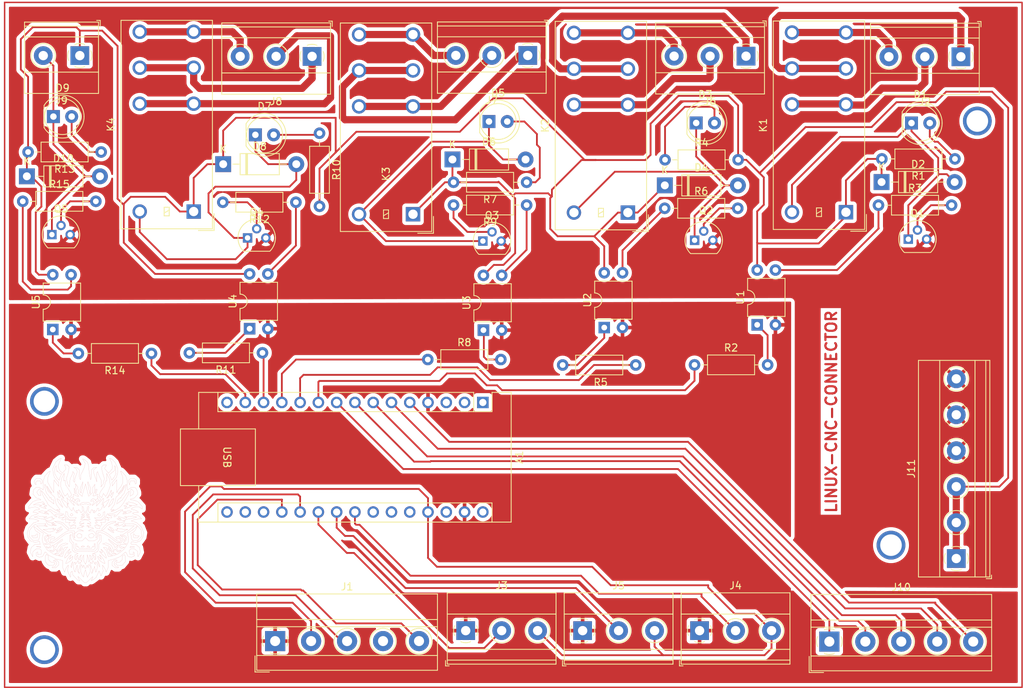
<source format=kicad_pcb>
(kicad_pcb (version 20221018) (generator pcbnew)
  (layers (0 "F.Cu" signal) (31 "B.Cu" signal) (34 "B.Paste" user) (35 "F.Paste" user) (36 "B.SilkS" user "B.Silkscreen") (37 "F.SilkS" user "F.Silkscreen") (38 "B.Mask" user) (39 "F.Mask" user) (44 "Edge.Cuts" user))
  (net 0 "")
  (net 4 "GND")
  (net 5 "Net-(A1-D2)")
  (net 6 "Net-(A1-D3)")
  (net 7 "Net-(A1-D4)")
  (net 8 "Net-(A1-D5)")
  (net 9 "Net-(A1-D6)")
  (net 10 "RELEY1")
  (net 11 "RELEY2")
  (net 12 "RELEY3")
  (net 13 "RELEY4")
  (net 14 "SSR1")
  (net 15 "Dig-LED-OUT")
  (net 16 "LED-STATUS")
  (net 19 "X-AXIS")
  (net 20 "Y-AXIS")
  (net 21 "AN1")
  (net 22 "AN2")
  (net 23 "AN3")
  (net 27 "+5V")
  (net 30 "Net-(D1-K)")
  (net 31 "Net-(D1-A)")
  (net 32 "+24V")
  (net 33 "Net-(D3-K)")
  (net 34 "Net-(D3-A)")
  (net 35 "Net-(D5-K)")
  (net 36 "Net-(D5-A)")
  (net 37 "Net-(D7-K)")
  (net 38 "Net-(D7-A)")
  (net 39 "Net-(D10-A)")
  (net 40 "Net-(D9-A)")
  (net 42 "GND2")
  (net 43 "Net-(Q1-B)")
  (net 44 "Net-(Q2-B)")
  (net 45 "Net-(Q3-B)")
  (net 46 "Net-(Q4-B)")
  (net 47 "Net-(R2-Pad2)")
  (net 48 "Net-(R3-Pad1)")
  (net 49 "Net-(R5-Pad2)")
  (net 50 "Net-(R6-Pad1)")
  (net 51 "Net-(R8-Pad2)")
  (net 52 "Net-(R9-Pad1)")
  (net 53 "Net-(R11-Pad2)")
  (net 54 "Net-(R12-Pad1)")
  (net 55 "Net-(R14-Pad2)")
  (net 56 "Net-(R15-Pad1)")
  (net 57 "Net-(Q5-B)")
  (net 58 "COM4")
  (net 59 "NC4")
  (net 60 "NO4")
  (net 61 "COM1")
  (net 62 "NC1")
  (net 63 "NO1")
  (net 64 "COM2")
  (net 65 "NC2")
  (net 66 "NO2")
  (net 67 "COM3")
  (net 68 "NC3")
  (net 69 "NO3")
  (footprint "TerminalBlock_Phoenix:TerminalBlock_Phoenix_MKDS-1,5-2-5.08_1x02_P5.08mm_Horizontal" (layer "F.Cu") (at 105.24 36.9 180)
    (fp_text reference "J9")
    (fp_text value "Screw_Terminal_01x02")
  )
  (footprint "Relay_THT:Relay_DPDT_Omron_G2RL-2" (layer "F.Cu") (at 151.5575 58.9675 180)
    (fp_text reference "K3")
    (fp_text value "G2RL-2")
  )
  (footprint "Package_DIP:DIP-4_W7.62mm" (layer "F.Cu") (at 178.14 74.73 90)
    (fp_text reference "U2")
    (fp_text value "PC817")
  )
  (footprint "Resistor_THT:R_Axial_DIN0207_L6.3mm_D2.5mm_P10.16mm_Horizontal" (layer "F.Cu") (at 216.26 57.71)
    (fp_text reference "R3")
    (fp_text value "Resistor")
  )
  (footprint "Resistor_THT:R_Axial_DIN0207_L6.3mm_D2.5mm_P10.16mm_Horizontal" (layer "F.Cu") (at 108.21 50.31 180)
    (fp_text reference "R13")
    (fp_text value "Resistor")
  )
  (footprint "Resistor_THT:R_Axial_DIN0207_L6.3mm_D2.5mm_P10.16mm_Horizontal" (layer "F.Cu") (at 186.59 51.39)
    (fp_text reference "R4")
    (fp_text value "Resistor")
  )
  (footprint "Package_TO_SOT_THT:TO-92" (layer "F.Cu") (at 101.36 61.8)
    (fp_text reference "Q5")
    (fp_text value "BC337")
  )
  (footprint "TerminalBlock_Phoenix:TerminalBlock_Phoenix_MKDS-1,5-3_1x03_P5.00mm_Horizontal" (layer "F.Cu") (at 191.3928 116.891)
    (fp_text reference "J4")
    (fp_text value "Screw_Terminal_01x03")
  )
  (footprint "Diode_THT:D_DO-41_SOD81_P10.16mm_Horizontal" (layer "F.Cu") (at 186.56 54.95)
    (fp_text reference "D4")
    (fp_text value "1N47xxA")
  )
  (footprint "TerminalBlock_Phoenix:TerminalBlock_Phoenix_MKDS-1,5-3_1x03_P5.00mm_Horizontal" (layer "F.Cu") (at 167.51 36.88 180)
    (fp_text reference "J7")
    (fp_text value "Screw_Terminal_01x03")
  )
  (footprint "Resistor_THT:R_Axial_DIN0207_L6.3mm_D2.5mm_P10.16mm_Horizontal" (layer "F.Cu") (at 97.31 57.17)
    (fp_text reference "R15")
    (fp_text value "Resistor")
  )
  (footprint "Resistor_THT:R_Axial_DIN0207_L6.3mm_D2.5mm_P10.16mm_Horizontal" (layer "F.Cu") (at 167.35 57.69 180)
    (fp_text reference "R9")
    (fp_text value "Resistor")
  )
  (footprint "Package_DIP:DIP-4_W7.62mm" (layer "F.Cu") (at 161.345 75.09 90)
    (fp_text reference "U3")
    (fp_text value "PC817")
  )
  (footprint "TerminalBlock_Phoenix:TerminalBlock_Phoenix_MKDS-1,5-3_1x03_P5.00mm_Horizontal" (layer "F.Cu") (at 137.53 37.01 180)
    (fp_text reference "J8")
    (fp_text value "Screw_Terminal_01x03")
  )
  (footprint "Resistor_THT:R_Axial_DIN0207_L6.3mm_D2.5mm_P10.16mm_Horizontal" (layer "F.Cu") (at 130.63 78.25 180)
    (fp_text reference "R11")
    (fp_text value "Resistor")
  )
  (footprint "Package_DIP:DIP-4_W7.62mm" (layer "F.Cu") (at 101.485 75 90)
    (fp_text reference "U5")
    (fp_text value "PC817")
  )
  (footprint "Diode_THT:D_DO-41_SOD81_P10.16mm_Horizontal" (layer "F.Cu") (at 216.69 54.49)
    (fp_text reference "D2")
    (fp_text value "1N47xxA")
  )
  (footprint "Resistor_THT:R_Axial_DIN0207_L6.3mm_D2.5mm_P10.16mm_Horizontal" (layer "F.Cu") (at 182.52 79.94 180)
    (fp_text reference "R5")
    (fp_text value "Resistor")
  )
  (footprint "Relay_THT:Relay_DPDT_Omron_G2RL-2" (layer "F.Cu") (at 181.4275 58.7375 180)
    (fp_text reference "K2")
    (fp_text value "G2RL-2")
  )
  (footprint "Package_DIP:DIP-4_W7.62mm" (layer "F.Cu") (at 128.845 74.89 90)
    (fp_text reference "U4")
    (fp_text value "PC817")
  )
  (footprint "Package_TO_SOT_THT:TO-92" (layer "F.Cu") (at 128.56 62.26)
    (fp_text reference "Q4")
    (fp_text value "BC337")
  )
  (footprint "TerminalBlock_Phoenix:TerminalBlock_Phoenix_MKDS-1,5-3_1x03_P5.00mm_Horizontal" (layer "F.Cu") (at 158.8808 116.891)
    (fp_text reference "J3")
    (fp_text value "Screw_Terminal_01x03")
  )
  (footprint "Module:Arduino_Nano" (layer "F.Cu") (at 161.2646 85.1508 -90)
    (fp_text reference "A1")
    (fp_text value "Arduino_Nano_v3.x")
  )
  (footprint "TerminalBlock_Phoenix:TerminalBlock_Phoenix_MKDS-1,5-3_1x03_P5.00mm_Horizontal" (layer "F.Cu") (at 175.1368 116.891)
    (fp_text reference "J5")
    (fp_text value "Screw_Terminal_01x03")
  )
  (footprint "LED_THT:LED_D5.0mm" (layer "F.Cu") (at 101.57 45.38)
    (fp_text reference "D9")
    (fp_text value "LED")
  )
  (footprint "Resistor_THT:R_Axial_DIN0207_L6.3mm_D2.5mm_P10.16mm_Horizontal" (layer "F.Cu") (at 190.69 79.92)
    (fp_text reference "R2")
    (fp_text value "Resistor")
  )
  (footprint "Relay_THT:Relay_DPDT_Omron_G2RL-2" (layer "F.Cu") (at 121.07 58.59 180)
    (fp_text reference "K4")
    (fp_text value "G2RL-2")
  )
  (footprint "Resistor_THT:R_Axial_DIN0207_L6.3mm_D2.5mm_P10.16mm_Horizontal" (layer "F.Cu") (at 167.35 54.52 180)
    (fp_text reference "R7")
    (fp_text value "Resistor")
  )
  (footprint "Resistor_THT:R_Axial_DIN0207_L6.3mm_D2.5mm_P10.16mm_Horizontal" (layer "F.Cu") (at 186.54 58.14)
    (fp_text reference "R6")
    (fp_text value "Resistor")
  )
  (footprint "TerminalBlock_Phoenix:TerminalBlock_Phoenix_MKDS-1,5-3_1x03_P5.00mm_Horizontal" (layer "F.Cu") (at 197.85 36.98 180)
    (fp_text reference "J6")
    (fp_text value "Screw_Terminal_01x03")
  )
  (footprint "Diode_THT:D_DO-41_SOD81_P10.16mm_Horizontal" (layer "F.Cu") (at 157.04 51.35)
    (fp_text reference "D6")
    (fp_text value "1N47xxA")
  )
  (footprint "LED_THT:LED_D5.0mm" (layer "F.Cu") (at 162.115 46.07)
    (fp_text reference "D5")
    (fp_text value "LED")
  )
  (footprint "Relay_THT:Relay_DPDT_Omron_G2RL-2" (layer "F.Cu") (at 211.7375 58.6875 180)
    (fp_text reference "K1")
    (fp_text value "G2RL-2")
  )
  (footprint "Resistor_THT:R_Axial_DIN0207_L6.3mm_D2.5mm_P10.16mm_Horizontal" (layer "F.Cu") (at 226.89 51.27 180)
    (fp_text reference "R1")
    (fp_text value "Resistor")
  )
  (footprint "Resistor_THT:R_Axial_DIN0207_L6.3mm_D2.5mm_P10.16mm_Horizontal" (layer "F.Cu") (at 135.28 57.3 180)
    (fp_text reference "R12")
    (fp_text value "Resistor")
  )
  (footprint "Package_TO_SOT_THT:TO-92" (layer "F.Cu") (at 220.41 62.44)
    (fp_text reference "Q1")
    (fp_text value "BC337")
  )
  (footprint "Resistor_THT:R_Axial_DIN0207_L6.3mm_D2.5mm_P10.16mm_Horizontal" (layer "F.Cu") (at 115.2 78.33 180)
    (fp_text reference "R14")
    (fp_text value "Resistor")
  )
  (footprint "Diode_THT:D_DO-41_SOD81_P10.16mm_Horizontal" (layer "F.Cu") (at 97.88 53.69)
    (fp_text reference "D10")
    (fp_text value "1N47xxA")
  )
  (footprint "TerminalBlock_Phoenix:TerminalBlock_Phoenix_MKDS-1,5-6_1x06_P5.00mm_Horizontal" (layer "F.Cu") (at 227.0762 106.861 90)
    (fp_text reference "J11")
    (fp_text value "Screw_Terminal_01x06")
  )
  (footprint "Resistor_THT:R_Axial_DIN0207_L6.3mm_D2.5mm_P10.16mm_Horizontal" (layer "F.Cu") (at 138.56 47.7 -90)
    (fp_text reference "R10")
    (fp_text value "Resistor")
  )
  (footprint "LED_THT:LED_D5.0mm" (layer "F.Cu") (at 220.85 46.28)
    (fp_text reference "D1")
    (fp_text value "LED")
  )
  (footprint "Resistor_THT:R_Axial_DIN0207_L6.3mm_D2.5mm_P10.16mm_Horizontal" (layer "F.Cu") (at 153.61 79.18)
    (fp_text reference "R8")
    (fp_text value "Resistor")
  )
  (footprint "Package_TO_SOT_THT:TO-92" (layer "F.Cu") (at 190.7 62.59)
    (fp_text reference "Q2")
    (fp_text value "BC337")
  )
  (footprint "Package_TO_SOT_THT:TO-92" (layer "F.Cu") (at 161.27 62.7)
    (fp_text reference "Q3")
    (fp_text value "BC337")
  )
  (footprint "TerminalBlock_MetzConnect:TerminalBlock_MetzConnect_Type011_RT05505HBWC_1x05_P5.00mm_Horizontal" (layer "F.Cu") (at 132.3924 118.344)
    (fp_text reference "J1")
    (fp_text value "Screw_Terminal_01x05")
  )
  (footprint "Package_DIP:DIP-4_W7.62mm" (layer "F.Cu") (at 199.4 74.35 90)
    (fp_text reference "U1")
    (fp_text value "PC817")
  )
  (footprint "LED_THT:LED_D5.0mm" (layer "F.Cu") (at 129.645 47.92)
    (fp_text reference "D7")
    (fp_text value "LED")
  )
  (footprint "LED_THT:LED_D5.0mm" (layer "F.Cu") (at 190.92 46.27)
    (fp_text reference "D3")
    (fp_text value "LED")
  )
  (footprint "Diode_THT:D_DO-41_SOD81_P10.16mm_Horizontal" (layer "F.Cu") (at 125.17 52)
    (fp_text reference "D8")
    (fp_text value "1N47xxA")
  )
  (footprint "TerminalBlock_MetzConnect:TerminalBlock_MetzConnect_Type011_RT05505HBWC_1x05_P5.00mm_Horizontal" (layer "F.Cu") (at 209.4306 118.4148)
    (fp_text reference "J10")
    (fp_text value "Screw_Terminal_01x05")
  )
  (footprint "TerminalBlock_Phoenix:TerminalBlock_Phoenix_MKDS-1,5-3_1x03_P5.00mm_Horizontal" (layer "F.Cu") (at 227.71 37.06 180)
    (fp_text reference "J2")
    (fp_text value "Screw_Terminal_01x03")
  )
  (gr_line (start 100.915482 98.727894) (end 100.547789 98.203712) (stroke (width 0.01)) (layer "F.Cu"))
  (gr_line (start 101.419761 101.036806) (end 101.174408 101.095457) (stroke (width 0.01)) (layer "F.Cu"))
  (gr_line (start 102.646864 98.084992) (end 102.804929 98.252106) (stroke (width 0.01)) (layer "F.Cu"))
  (gr_line (start 104.598027 97.439932) (end 104.572592 97.335274) (stroke (width 0.01)) (layer "F.Cu"))
  (gr_line (start 108.742775 94.181639) (end 108.761943 94.120749) (stroke (width 0.01)) (layer "F.Cu"))
  (gr_line (start 104.966224 106.852835) (end 105.166967 107.053578) (stroke (width 0.01)) (layer "F.Cu"))
  (gr_line (start 99.069281 95.850213) (end 99.017026 95.915019) (stroke (width 0.01)) (layer "F.Cu"))
  (gr_line (start 107.562689 108.506504) (end 107.615796 108.338787) (stroke (width 0.01)) (layer "F.Cu"))
  (gr_line (start 107.349189 102.368203) (end 107.387743 102.449581) (stroke (width 0.01)) (layer "F.Cu"))
  (gr_line (start 106.292018 99.761302) (end 106.319181 99.699677) (stroke (width 0.01)) (layer "F.Cu"))
  (gr_line (start 106.683693 107.352919) (end 106.683693 107.486455) (stroke (width 0.01)) (layer "F.Cu"))
  (gr_line (start 101.116113 105.119009) (end 101.142436 105.061119) (stroke (width 0.01)) (layer "F.Cu"))
  (gr_line (start 105.695169 106.494085) (end 105.768511 106.375415) (stroke (width 0.01)) (layer "F.Cu"))
  (gr_line (start 110.01193 95.538488) (end 110.140937 95.303674) (stroke (width 0.01)) (layer "F.Cu"))
  (gr_line (start 109.583317 100.320129) (end 109.717146 100.322453) (stroke (width 0.01)) (layer "F.Cu"))
  (gr_line (start 101.815999 100.097639) (end 102.132926 100.281157) (stroke (width 0.01)) (layer "F.Cu"))
  (gr_line (start 108.468077 100.434762) (end 108.468077 100.861767) (stroke (width 0.01)) (layer "F.Cu"))
  (gr_line (start 112.948127 103.716781) (end 112.896772 103.582952) (stroke (width 0.01)) (layer "F.Cu"))
  (gr_line (start 103.478787 99.211212) (end 103.613927 99.522842) (stroke (width 0.01)) (layer "F.Cu"))
  (gr_line (start 108.021981 102.704465) (end 108.021981 102.570809) (stroke (width 0.01)) (layer "F.Cu"))
  (gr_line (start 107.505868 109.492301) (end 107.924132 108.589521) (stroke (width 0.01)) (layer "F.Cu"))
  (gr_line (start 100.913212 99.421024) (end 101.054673 99.548436) (stroke (width 0.01)) (layer "F.Cu"))
  (gr_line (start 109.717146 94.424295) (end 109.234638 94.997722) (stroke (width 0.01)) (layer "F.Cu"))
  (gr_line (start 110.406109 97.694486) (end 110.369604 95.910102) (stroke (width 0.01)) (layer "F.Cu"))
  (gr_line (start 103.471314 96.180645) (end 103.437525 96.03469) (stroke (width 0.01)) (layer "F.Cu"))
  (gr_line (start 107.872856 107.819979) (end 107.91394 107.916818) (stroke (width 0.01)) (layer "F.Cu"))
  (gr_line (start 100.358732 95.409283) (end 100.146134 96.177759) (stroke (width 0.01)) (layer "F.Cu"))
  (gr_line (start 100.304521 104.790143) (end 100.455389 104.788777) (stroke (width 0.01)) (layer "F.Cu"))
  (gr_line (start 100.518667 104.780644) (end 100.579432 104.75951) (stroke (width 0.01)) (layer "F.Cu"))
  (gr_line (start 107.970183 100.941258) (end 108.006499 100.923805) (stroke (width 0.01)) (layer "F.Cu"))
  (gr_line (start 104.993619 98.223635) (end 104.914037 98.201698) (stroke (width 0.01)) (layer "F.Cu"))
  (gr_line (start 104.294915 100.757) (end 104.096337 100.558422) (stroke (width 0.01)) (layer "F.Cu"))
  (gr_line (start 102.601278 102.467712) (end 102.542334 102.485791) (stroke (width 0.01)) (layer "F.Cu"))
  (gr_line (start 109.657495 106.521304) (end 110.029413 106.411003) (stroke (width 0.01)) (layer "F.Cu"))
  (gr_line (start 112.025957 98.987713) (end 111.635358 99.203406) (stroke (width 0.01)) (layer "F.Cu"))
  (gr_line (start 112.180557 101.336074) (end 112.616769 101.23548) (stroke (width 0.01)) (layer "F.Cu"))
  (gr_line (start 106.422767 106.737931) (end 106.463184 106.870958) (stroke (width 0.01)) (layer "F.Cu"))
  (gr_line (start 107.197883 109.727212) (end 107.505868 109.492301) (stroke (width 0.01)) (layer "F.Cu"))
  (gr_line (start 106.881561 105.444265) (end 105.140491 105.431673) (stroke (width 0.01)) (layer "F.Cu"))
  (gr_line (start 108.12862 98.652105) (end 107.926484 98.27441) (stroke (width 0.01)) (layer "F.Cu"))
  (gr_line (start 103.104884 99.414191) (end 103.209148 99.561607) (stroke (width 0.01)) (layer "F.Cu"))
  (gr_line (start 111.590749 101.450277) (end 111.590749 101.351422) (stroke (width 0.01)) (layer "F.Cu"))
  (gr_line (start 105.071919 97.783705) (end 104.930777 96.877383) (stroke (width 0.01)) (layer "F.Cu"))
  (gr_line (start 109.492796 104.551475) (end 109.629113 104.675296) (stroke (width 0.01)) (layer "F.Cu"))
  (gr_line (start 111.510472 104.252288) (end 111.538133 104.196178) (stroke (width 0.01)) (layer "F.Cu"))
  (gr_line (start 109.376851 104.432793) (end 109.492796 104.551475) (stroke (width 0.01)) (layer "F.Cu"))
  (gr_line (start 104.325758 101.843178) (end 104.629164 101.539772) (stroke (width 0.01)) (layer "F.Cu"))
  (gr_line (start 108.777183 101.430064) (end 108.794339 101.411735) (stroke (width 0.01)) (layer "F.Cu"))
  (gr_line (start 108.186597 96.882753) (end 108.180289 96.877252) (stroke (width 0.01)) (layer "F.Cu"))
  (gr_line (start 106.957572 99.468391) (end 106.973004 99.417373) (stroke (width 0.01)) (layer "F.Cu"))
  (gr_line (start 101.642809 101.855719) (end 100.918551 101.843178) (stroke (width 0.01)) (layer "F.Cu"))
  (gr_line (start 101.171895 101.55881) (end 101.413949 101.461433) (stroke (width 0.01)) (layer "F.Cu"))
  (gr_line (start 99.566559 102.961661) (end 99.726876 103.074226) (stroke (width 0.01)) (layer "F.Cu"))
  (gr_line (start 109.163179 98.387328) (end 109.21837 98.316406) (stroke (width 0.01)) (layer "F.Cu"))
  (gr_line (start 105.791501 100.110701) (end 105.791501 100.326452) (stroke (width 0.01)) (layer "F.Cu"))
  (gr_line (start 110.338436 105.192806) (end 110.446261 105.062885) (stroke (width 0.01)) (layer "F.Cu"))
  (gr_line (start 102.311953 107.374767) (end 102.133515 107.196329) (stroke (width 0.01)) (layer "F.Cu"))
  (gr_line (start 111.193322 105.272916) (end 111.278481 105.278117) (stroke (width 0.01)) (layer "F.Cu"))
  (gr_line (start 104.624015 97.649876) (end 104.598027 97.439932) (stroke (width 0.01)) (layer "F.Cu"))
  (gr_line (start 101.486635 102.843706) (end 101.624814 102.620127) (stroke (width 0.01)) (layer "F.Cu"))
  (gr_line (start 111.211786 97.337987) (end 111.190181 97.354846) (stroke (width 0.01)) (layer "F.Cu"))
  (gr_line (start 111.501529 101.998689) (end 111.501529 102.200055) (stroke (width 0.01)) (layer "F.Cu"))
  (gr_line (start 103.366443 98.004529) (end 103.533204 97.798589) (stroke (width 0.01)) (layer "F.Cu"))
  (gr_line (start 102.471032 100.346561) (end 102.418319 100.302963) (stroke (width 0.01)) (layer "F.Cu"))
  (gr_line (start 103.35586 107.553206) (end 103.410893 107.535472) (stroke (width 0.01)) (layer "F.Cu"))
  (gr_line (start 103.851382 105.545774) (end 103.622009 105.757347) (stroke (width 0.01)) (layer "F.Cu"))
  (gr_line (start 102.859739 107.270637) (end 102.86299 107.470277) (stroke (width 0.01)) (layer "F.Cu"))
  (gr_line (start 104.219761 95.08829) (end 104.159483 95.230163) (stroke (width 0.01)) (layer "F.Cu"))
  (gr_line (start 104.476855 100.165346) (end 104.54915 100.266334) (stroke (width 0.01)) (layer "F.Cu"))
  (gr_line (start 105.045251 98.22472) (end 104.993619 98.223635) (stroke (width 0.01)) (layer "F.Cu"))
  (gr_line (start 101.655539 95.923492) (end 101.626664 97.668246) (stroke (width 0.01)) (layer "F.Cu"))
  (gr_line (start 109.803742 106.214918) (end 109.478587 105.680244) (stroke (width 0.01)) (layer "F.Cu"))
  (gr_line (start 100.243633 97.796598) (end 100.116495 97.644028) (stroke (width 0.01)) (layer "F.Cu"))
  (gr_line (start 110.489127 94.92082) (end 110.510749 94.750571) (stroke (width 0.01)) (layer "F.Cu"))
  (gr_line (start 99.370571 99.792318) (end 99.557591 99.889463) (stroke (width 0.01)) (layer "F.Cu"))
  (gr_line (start 106.544145 103.891312) (end 106.56883 103.929055) (stroke (width 0.01)) (layer "F.Cu"))
  (gr_line (start 98.72946 104.341315) (end 99.450661 104.341315) (stroke (width 0.01)) (layer "F.Cu"))
  (gr_line (start 107.754323 106.67022) (end 107.765193 106.749562) (stroke (width 0.01)) (layer "F.Cu"))
  (gr_line (start 105.479234 103.939829) (end 105.534672 103.550416) (stroke (width 0.01)) (layer "F.Cu"))
  (gr_line (start 109.360269 105.957071) (end 109.360269 106.115581) (stroke (width 0.01)) (layer "F.Cu"))
  (gr_line (start 103.4949 98.677643) (end 103.552955 98.917661) (stroke (width 0.01)) (layer "F.Cu"))
  (gr_line (start 101.436564 104.972726) (end 101.402224 104.989293) (stroke (width 0.01)) (layer "F.Cu"))
  (gr_line (start 103.441274 98.411731) (end 103.4949 98.677643) (stroke (width 0.01)) (layer "F.Cu"))
  (gr_line (start 100.140114 98.977646) (end 99.776222 99.037496) (stroke (width 0.01)) (layer "F.Cu"))
  (gr_line (start 105.601332 99.077383) (end 105.428759 99.169741) (stroke (width 0.01)) (layer "F.Cu"))
  (gr_line (start 112.661379 106.31599) (end 112.170673 106.259528) (stroke (width 0.01)) (layer "F.Cu"))
  (gr_line (start 110.873906 102.261933) (end 111.183083 102.155445) (stroke (width 0.01)) (layer "F.Cu"))
  (gr_line (start 102.306947 94.858154) (end 102.133515 94.671996) (stroke (width 0.01)) (layer "F.Cu"))
  (gr_line (start 108.343639 94.667614) (end 108.400212 94.898645) (stroke (width 0.01)) (layer "F.Cu"))
  (gr_line (start 109.61337 97.337609) (end 109.478066 97.648396) (stroke (width 0.01)) (layer "F.Cu"))
  (gr_line (start 102.539652 105.009625) (end 102.404468 105.134445) (stroke (width 0.01)) (layer "F.Cu"))
  (gr_line (start 109.382656 92.921259) (end 109.543987 93.255831) (stroke (width 0.01)) (layer "F.Cu"))
  (gr_line (start 98.930448 96.270995) (end 98.947486 96.352264) (stroke (width 0.01)) (layer "F.Cu"))
  (gr_line (start 106.656738 97.872924) (end 106.793045 97.202321) (stroke (width 0.01)) (layer "F.Cu"))
  (gr_line (start 103.342268 106.112173) (end 103.264024 106.249292) (stroke (width 0.01)) (layer "F.Cu"))
  (gr_line (start 108.991241 98.452849) (end 109.07146 98.452849) (stroke (width 0.01)) (layer "F.Cu"))
  (gr_line (start 107.595223 102.077144) (end 107.72076 102.142744) (stroke (width 0.01)) (layer "F.Cu"))
  (gr_line (start 102.707067 106.253155) (end 102.566865 106.393356) (stroke (width 0.01)) (layer "F.Cu"))
  (gr_line (start 102.702214 102.467712) (end 102.601278 102.467712) (stroke (width 0.01)) (layer "F.Cu"))
  (gr_line (start 101.252939 102.289274) (end 101.999686 102.260717) (stroke (width 0.01)) (layer "F.Cu"))
  (gr_line (start 110.866181 98.382555) (end 110.966214 98.482588) (stroke (width 0.01)) (layer "F.Cu"))
  (gr_line (start 105.836065 108.992924) (end 105.917358 108.714288) (stroke (width 0.01)) (layer "F.Cu"))
  (gr_line (start 107.703341 101.843178) (end 107.397447 101.843178) (stroke (width 0.01)) (layer "F.Cu"))
  (gr_line (start 104.608772 101.955954) (end 104.631652 101.91621) (stroke (width 0.01)) (layer "F.Cu"))
  (gr_line (start 110.475509 106.256037) (end 110.893373 105.967612) (stroke (width 0.01)) (layer "F.Cu"))
  (gr_line (start 103.264024 106.249292) (end 103.199863 106.383302) (stroke (width 0.01)) (layer "F.Cu"))
  (gr_line (start 105.184118 100.144169) (end 105.23382 100.208329) (stroke (width 0.01)) (layer "F.Cu"))
  (gr_line (start 112.036844 95.967457) (end 112.036844 96.132226) (stroke (width 0.01)) (layer "F.Cu"))
  (gr_line (start 103.68495 94.669252) (end 103.723747 94.470656) (stroke (width 0.01)) (layer "F.Cu"))
  (gr_line (start 111.115966 105.257817) (end 111.193322 105.272916) (stroke (width 0.01)) (layer "F.Cu"))
  (gr_line (start 105.504336 107.708068) (end 105.348138 107.954692) (stroke (width 0.01)) (layer "F.Cu"))
  (gr_line (start 110.876995 103.538342) (end 110.876995 103.739086) (stroke (width 0.01)) (layer "F.Cu"))
  (gr_line (start 104.99906 102.556931) (end 104.888779 102.73537) (stroke (width 0.01)) (layer "F.Cu"))
  (gr_line (start 108.600365 105.410514) (end 108.681023 105.491674) (stroke (width 0.01)) (layer "F.Cu"))
  (gr_line (start 108.908345 105.705232) (end 109.196171 106.571795) (stroke (width 0.01)) (layer "F.Cu"))
  (gr_line (start 110.832639 97.024344) (end 110.772061 97.083083) (stroke (width 0.01)) (layer "F.Cu"))
  (gr_line (start 109.437942 103.626564) (end 109.217451 103.468519) (stroke (width 0.01)) (layer "F.Cu"))
  (gr_line (start 107.397447 104.787411) (end 107.219008 104.787411) (stroke (width 0.01)) (layer "F.Cu"))
  (gr_line (start 98.118651 99.899447) (end 98.274785 99.830852) (stroke (width 0.01)) (layer "F.Cu"))
  (gr_line (start 111.928946 97.628925) (end 111.72297 97.876486) (stroke (width 0.01)) (layer "F.Cu"))
  (gr_line (start 103.942597 109.471418) (end 103.978644 108.795061) (stroke (width 0.01)) (layer "F.Cu"))
  (gr_line (start 110.895835 105.790236) (end 110.839005 105.826964) (stroke (width 0.01)) (layer "F.Cu"))
  (gr_line (start 106.58414 105.203041) (end 106.556001 105.169566) (stroke (width 0.01)) (layer "F.Cu"))
  (gr_line (start 109.89525 105.701908) (end 109.881899 105.619601) (stroke (width 0.01)) (layer "F.Cu"))
  (gr_line (start 104.729319 100.257263) (end 104.720871 100.222189) (stroke (width 0.01)) (layer "F.Cu"))
  (gr_line (start 104.640452 108.463106) (end 104.664412 108.343771) (stroke (width 0.01)) (layer "F.Cu"))
  (gr_line (start 101.642809 99.262776) (end 100.915482 98.727894) (stroke (width 0.01)) (layer "F.Cu"))
  (gr_line (start 103.988494 100.894717) (end 104.0226 100.923805) (stroke (width 0.01)) (layer "F.Cu"))
  (gr_line (start 102.29692 99.085753) (end 102.412589 99.250465) (stroke (width 0.01)) (layer "F.Cu"))
  (gr_line (start 109.27105 101.571104) (end 109.27105 101.316729) (stroke (width 0.01)) (layer "F.Cu"))
  (gr_line (start 101.045061 98.30775) (end 101.062884 98.365001) (stroke (width 0.01)) (layer "F.Cu"))
  (gr_line (start 101.13496 94.705643) (end 101.064695 94.705643) (stroke (width 0.01)) (layer "F.Cu"))
  (gr_line (start 102.11837 103.255003) (end 102.221129 103.219088) (stroke (width 0.01)) (layer "F.Cu"))
  (gr_line (start 109.360269 106.115581) (end 109.756849 106.393356) (stroke (width 0.01)) (layer "F.Cu"))
  (gr_line (start 102.036743 105.077373) (end 102.140058 104.832021) (stroke (width 0.01)) (layer "F.Cu"))
  (gr_line (start 101.341329 97.780334) (end 100.661398 96.768588) (stroke (width 0.01)) (layer "F.Cu"))
  (gr_line (start 112.326385 97.373031) (end 112.291454 97.717311) (stroke (width 0.01)) (layer "F.Cu"))
  (gr_line (start 109.543987 93.255831) (end 109.645375 93.48924) (stroke (width 0.01)) (layer "F.Cu"))
  (gr_line (start 105.728591 109.407012) (end 105.757264 109.411376) (stroke (width 0.01)) (layer "F.Cu"))
  (gr_line (start 104.058916 100.941258) (end 104.096337 100.947076) (stroke (width 0.01)) (layer "F.Cu"))
  (gr_line (start 104.54915 100.266334) (end 104.62725 100.358751) (stroke (width 0.01)) (layer "F.Cu"))
  (gr_line (start 102.62422 105.188897) (end 103.574477 104.811665) (stroke (width 0.01)) (layer "F.Cu"))
  (gr_line (start 100.549964 104.305956) (end 100.581736 104.327998) (stroke (width 0.01)) (layer "F.Cu"))
  (gr_line (start 107.747065 103.285702) (end 107.898002 103.192418) (stroke (width 0.01)) (layer "F.Cu"))
  (gr_line (start 106.603341 106.378867) (end 106.862132 106.593644) (stroke (width 0.01)) (layer "F.Cu"))
  (gr_line (start 104.276141 94.887521) (end 104.260725 94.968709) (stroke (width 0.01)) (layer "F.Cu"))
  (gr_line (start 105.623594 102.556931) (end 104.99906 102.556931) (stroke (width 0.01)) (layer "F.Cu"))
  (gr_line (start 108.214845 96.363447) (end 108.222341 95.99) (stroke (width 0.01)) (layer "F.Cu"))
  (gr_line (start 107.994438 102.33309) (end 107.968817 102.346628) (stroke (width 0.01)) (layer "F.Cu"))
  (gr_line (start 104.999488 109.515011) (end 104.988529 109.457359) (stroke (width 0.01)) (layer "F.Cu"))
  (gr_line (start 112.620967 99.805458) (end 112.848213 99.701917) (stroke (width 0.01)) (layer "F.Cu"))
  (gr_line (start 108.882947 98.894877) (end 108.494844 99.158467) (stroke (width 0.01)) (layer "F.Cu"))
  (gr_line (start 101.813822 107.038127) (end 101.697935 107.098722) (stroke (width 0.01)) (layer "F.Cu"))
  (gr_line (start 104.289096 104.608973) (end 104.251845 104.591042) (stroke (width 0.01)) (layer "F.Cu"))
  (gr_line (start 100.648294 100.531963) (end 100.562804 100.508694) (stroke (width 0.01)) (layer "F.Cu"))
  (gr_line (start 107.492092 104.029048) (end 107.486666 103.416014) (stroke (width 0.01)) (layer "F.Cu"))
  (gr_line (start 106.84426 95.474707) (end 106.824916 95.63856) (stroke (width 0.01)) (layer "F.Cu"))
  (gr_line (start 108.289639 94.093854) (end 108.29079 94.332834) (stroke (width 0.01)) (layer "F.Cu"))
  (gr_line (start 106.61682 101.148541) (end 106.551908 101.043511) (stroke (width 0.01)) (layer "F.Cu"))
  (gr_line (start 108.775317 106.261536) (end 108.703244 106.131225) (stroke (width 0.01)) (layer "F.Cu"))
  (gr_line (start 104.110658 104.381727) (end 104.007118 104.154481) (stroke (width 0.01)) (layer "F.Cu"))
  (gr_line (start 106.386057 108.123575) (end 106.257249 107.776254) (stroke (width 0.01)) (layer "F.Cu"))
  (gr_line (start 111.501529 102.200055) (end 111.613053 102.210611) (stroke (width 0.01)) (layer "F.Cu"))
  (gr_line (start 105.057338 99.484934) (end 105.014092 99.467084) (stroke (width 0.01)) (layer "F.Cu"))
  (gr_line (start 112.366048 97.20378) (end 112.346849 97.258102) (stroke (width 0.01)) (layer "F.Cu"))
  (gr_line (start 111.783716 99.627013) (end 111.45692 99.874681) (stroke (width 0.01)) (layer "F.Cu"))
  (gr_line (start 105.266304 109.962124) (end 105.127417 109.763834) (stroke (width 0.01)) (layer "F.Cu"))
  (gr_line (start 103.819384 106.538744) (end 103.741378 106.630702) (stroke (width 0.01)) (layer "F.Cu"))
  (gr_line (start 109.959215 101.673407) (end 109.819912 101.697005) (stroke (width 0.01)) (layer "F.Cu"))
  (gr_line (start 102.231462 98.082658) (end 102.329409 98.36363) (stroke (width 0.01)) (layer "F.Cu"))
  (gr_line (start 107.308228 100.232598) (end 107.299428 100.266409) (stroke (width 0.01)) (layer "F.Cu"))
  (gr_line (start 107.754323 106.54069) (end 107.754323 106.67022) (stroke (width 0.01)) (layer "F.Cu"))
  (gr_line (start 102.412589 99.250465) (end 102.53723 99.403965) (stroke (width 0.01)) (layer "F.Cu"))
  (gr_line (start 103.174911 98.175525) (end 103.197688 98.172843) (stroke (width 0.01)) (layer "F.Cu"))
  (gr_line (start 109.192893 106.054434) (end 109.18183 105.999205) (stroke (width 0.01)) (layer "F.Cu"))
  (gr_line (start 108.400212 94.898645) (end 108.469085 95.136923) (stroke (width 0.01)) (layer "F.Cu"))
  (gr_line (start 107.397447 101.915873) (end 107.422958 101.956264) (stroke (width 0.01)) (layer "F.Cu"))
  (gr_line (start 105.641491 105.071578) (end 105.415574 105.211202) (stroke (width 0.01)) (layer "F.Cu"))
  (gr_line (start 102.382877 102.959707) (end 102.319084 102.988752) (stroke (width 0.01)) (layer "F.Cu"))
  (gr_line (start 107.014424 99.467116) (end 106.971464 99.48497) (stroke (width 0.01)) (layer "F.Cu"))
  (gr_line (start 110.29707 100.066553) (end 110.743166 99.808328) (stroke (width 0.01)) (layer "F.Cu"))
  (gr_line (start 101.948555 95.406614) (end 102.026382 95.546651) (stroke (width 0.01)) (layer "F.Cu"))
  (gr_line (start 113.142353 102.562321) (end 113.011705 102.790579) (stroke (width 0.01)) (layer "F.Cu"))
  (gr_line (start 108.37674 107.780509) (end 108.517633 107.921402) (stroke (width 0.01)) (layer "F.Cu"))
  (gr_line (start 100.245383 99.627013) (end 100.661398 99.554473) (stroke (width 0.01)) (layer "F.Cu"))
  (gr_line (start 106.949143 100.058794) (end 106.984642 100.066587) (stroke (width 0.01)) (layer "F.Cu"))
  (gr_line (start 111.323091 99.121993) (end 111.410619 98.952894) (stroke (width 0.01)) (layer "F.Cu"))
  (gr_line (start 102.462376 95.000609) (end 102.306947 94.858154) (stroke (width 0.01)) (layer "F.Cu"))
  (gr_line (start 109.61078 100.102664) (end 109.78406 100.086136) (stroke (width 0.01)) (layer "F.Cu"))
  (gr_line (start 107.084228 98.165528) (end 107.071945 98.148935) (stroke (width 0.01)) (layer "F.Cu"))
  (gr_line (start 108.60965 105.992727) (end 108.506644 105.862586) (stroke (width 0.01)) (layer "F.Cu"))
  (gr_line (start 110.489779 105.270203) (end 110.456939 105.337546) (stroke (width 0.01)) (layer "F.Cu"))
  (gr_line (start 108.289639 102.913808) (end 108.401163 102.907367) (stroke (width 0.01)) (layer "F.Cu"))
  (gr_line (start 102.18935 103.003027) (end 102.702214 102.467712) (stroke (width 0.01)) (layer "F.Cu"))
  (gr_line (start 109.264552 102.861294) (end 109.405474 102.987624) (stroke (width 0.01)) (layer "F.Cu"))
  (gr_line (start 111.405104 96.686332) (end 111.396077 96.688618) (stroke (width 0.01)) (layer "F.Cu"))
  (gr_line (start 112.204752 105.322726) (end 112.321541 105.306256) (stroke (width 0.01)) (layer "F.Cu"))
  (gr_line (start 104.28503 103.293711) (end 104.180706 103.565576) (stroke (width 0.01)) (layer "F.Cu"))
  (gr_line (start 104.564738 101.389936) (end 104.625361 101.34807) (stroke (width 0.01)) (layer "F.Cu"))
  (gr_line (start 108.021981 108.009833) (end 108.021981 107.866308) (stroke (width 0.01)) (layer "F.Cu"))
  (gr_line (start 105.327864 97.059886) (end 105.290809 97.195464) (stroke (width 0.01)) (layer "F.Cu"))
  (gr_line (start 107.823064 95.111398) (end 107.772788 94.967672) (stroke (width 0.01)) (layer "F.Cu"))
  (gr_line (start 100.419072 99.877518) (end 100.572179 99.874681) (stroke (width 0.01)) (layer "F.Cu"))
  (gr_line (start 99.65204 104.615099) (end 99.692101 104.742197) (stroke (width 0.01)) (layer "F.Cu"))
  (gr_line (start 107.858739 105.301835) (end 107.860006 105.176674) (stroke (width 0.01)) (layer "F.Cu"))
  (gr_line (start 110.85469 101.092326) (end 110.609337 101.036806) (stroke (width 0.01)) (layer "F.Cu"))
  (gr_line (start 105.256186 98.910969) (end 104.914326 98.802467) (stroke (width 0.01)) (layer "F.Cu"))
  (gr_line (start 105.032303 102.73537) (end 105.110562 102.74769) (stroke (width 0.01)) (layer "F.Cu"))
  (gr_line (start 105.619081 93.010478) (end 105.98926 93.637884) (stroke (width 0.01)) (layer "F.Cu"))
  (gr_line (start 108.652756 108.12304) (end 108.721579 108.263863) (stroke (width 0.01)) (layer "F.Cu"))
  (gr_line (start 106.505255 103.699998) (end 106.52393 103.835545) (stroke (width 0.01)) (layer "F.Cu"))
  (gr_line (start 112.774711 98.755915) (end 112.640897 98.730018) (stroke (width 0.01)) (layer "F.Cu"))
  (gr_line (start 99.877296 97.428227) (end 99.946223 97.650576) (stroke (width 0.01)) (layer "F.Cu"))
  (gr_line (start 112.678851 103.821799) (end 112.697764 103.885438) (stroke (width 0.01)) (layer "F.Cu"))
  (gr_line (start 106.412928 93.796881) (end 106.321596 93.468044) (stroke (width 0.01)) (layer "F.Cu"))
  (gr_line (start 104.988529 100.157559) (end 104.996097 100.102184) (stroke (width 0.01)) (layer "F.Cu"))
  (gr_line (start 104.632828 107.687035) (end 104.631652 107.374767) (stroke (width 0.01)) (layer "F.Cu"))
  (gr_line (start 105.23382 100.208329) (end 105.281574 100.288406) (stroke (width 0.01)) (layer "F.Cu"))
  (gr_line (start 105.068283 98.205113) (end 105.045251 98.22472) (stroke (width 0.01)) (layer "F.Cu"))
  (gr_line (start 101.012331 94.733404) (end 100.921701 94.80899) (stroke (width 0.01)) (layer "F.Cu"))
  (gr_line (start 110.981165 105.672451) (end 110.930471 105.754477) (stroke (width 0.01)) (layer "F.Cu"))
  (gr_line (start 102.401202 93.480215) (end 102.526162 93.206009) (stroke (width 0.01)) (layer "F.Cu"))
  (gr_line (start 105.771849 107.776254) (end 105.639465 108.133131) (stroke (width 0.01)) (layer "F.Cu"))
  (gr_line (start 99.189281 106.486401) (end 99.622219 106.683661) (stroke (width 0.01)) (layer "F.Cu"))
  (gr_line (start 103.652358 107.780509) (end 103.54053 108.596387) (stroke (width 0.01)) (layer "F.Cu"))
  (gr_line (start 107.297107 98.121271) (end 107.179581 98.164124) (stroke (width 0.01)) (layer "F.Cu"))
  (gr_line (start 107.754323 94.765122) (end 107.620495 94.900514) (stroke (width 0.01)) (layer "F.Cu"))
  (gr_line (start 102.144098 98.801735) (end 102.203123 98.929589) (stroke (width 0.01)) (layer "F.Cu"))
  (gr_line (start 113.118568 101.853664) (end 112.385783 101.634117) (stroke (width 0.01)) (layer "F.Cu"))
  (gr_line (start 106.966886 109.891072) (end 107.197883 109.727212) (stroke (width 0.01)) (layer "F.Cu"))
  (gr_line (start 112.122493 97.476878) (end 112.11206 97.47204) (stroke (width 0.01)) (layer "F.Cu"))
  (gr_line (start 99.988718 104.175285) (end 100.168401 104.842579) (stroke (width 0.01)) (layer "F.Cu"))
  (gr_line (start 105.519776 100.99297) (end 105.480888 101.037529) (stroke (width 0.01)) (layer "F.Cu"))
  (gr_line (start 101.196713 104.118267) (end 101.719449 104.111395) (stroke (width 0.01)) (layer "F.Cu"))
  (gr_line (start 110.698557 104.965849) (end 110.520118 104.965849) (stroke (width 0.01)) (layer "F.Cu"))
  (gr_line (start 107.675018 102.279361) (end 107.4696 102.22241) (stroke (width 0.01)) (layer "F.Cu"))
  (gr_line (start 103.761131 107.328455) (end 103.896771 107.227706) (stroke (width 0.01)) (layer "F.Cu"))
  (gr_line (start 108.790312 94.070079) (end 108.824954 94.036499) (stroke (width 0.01)) (layer "F.Cu"))
  (gr_line (start 106.62648 102.103665) (end 106.552876 102.058571) (stroke (width 0.01)) (layer "F.Cu"))
  (gr_line (start 101.098628 105.754477) (end 101.047933 105.672451) (stroke (width 0.01)) (layer "F.Cu"))
  (gr_line (start 106.973669 102.73537) (end 107.14032 102.73537) (stroke (width 0.01)) (layer "F.Cu"))
  (gr_line (start 101.95517 105.23877) (end 102.036743 105.077373) (stroke (width 0.01)) (layer "F.Cu"))
  (gr_line (start 101.576351 107.820863) (end 101.792 107.561022) (stroke (width 0.01)) (layer "F.Cu"))
  (gr_line (start 104.977562 105.140535) (end 104.81009 105.244038) (stroke (width 0.01)) (layer "F.Cu"))
  (gr_line (start 103.293143 103.181578) (end 103.118158 103.282747) (stroke (width 0.01)) (layer "F.Cu"))
  (gr_line (start 102.292128 105.272257) (end 102.206766 105.418675) (stroke (width 0.01)) (layer "F.Cu"))
  (gr_line (start 111.781277 103.155916) (end 111.595586 103.283938) (stroke (width 0.01)) (layer "F.Cu"))
  (gr_line (start 100.884446 107.017891) (end 100.884446 106.504424) (stroke (width 0.01)) (layer "F.Cu"))
  (gr_line (start 110.140937 95.303674) (end 110.252461 95.054124) (stroke (width 0.01)) (layer "F.Cu"))
  (gr_line (start 106.895296 102.745706) (end 106.973669 102.73537) (stroke (width 0.01)) (layer "F.Cu"))
  (gr_line (start 108.520265 98.761867) (end 108.53998 98.657316) (stroke (width 0.01)) (layer "F.Cu"))
  (gr_line (start 102.418319 100.102797) (end 102.471032 100.100182) (stroke (width 0.01)) (layer "F.Cu"))
  (gr_line (start 101.624814 102.620127) (end 101.366154 102.693806) (stroke (width 0.01)) (layer "F.Cu"))
  (gr_line (start 102.847268 107.121896) (end 102.859739 107.270637) (stroke (width 0.01)) (layer "F.Cu"))
  (gr_line (start 105.92533 100.783858) (end 105.733717 100.86117) (stroke (width 0.01)) (layer "F.Cu"))
  (gr_line (start 102.862013 104.816514) (end 102.693545 104.902186) (stroke (width 0.01)) (layer "F.Cu"))
  (gr_line (start 105.345405 107.352919) (end 105.099543 107.556966) (stroke (width 0.01)) (layer "F.Cu"))
  (gr_line (start 107.665104 105.467518) (end 107.301276 105.858041) (stroke (width 0.01)) (layer "F.Cu"))
  (gr_line (start 103.286324 94.189034) (end 103.293364 94.257967) (stroke (width 0.01)) (layer "F.Cu"))
  (gr_line (start 100.435871 103.763634) (end 100.503725 103.710799) (stroke (width 0.01)) (layer "F.Cu"))
  (gr_line (start 109.962954 101.040205) (end 110.182909 101.040205) (stroke (width 0.01)) (layer "F.Cu"))
  (gr_line (start 104.730764 94.363169) (end 104.895857 94.797397) (stroke (width 0.01)) (layer "F.Cu"))
  (gr_line (start 107.486666 103.416014) (end 107.098685 103.003027) (stroke (width 0.01)) (layer "F.Cu"))
  (gr_line (start 101.251854 103.538342) (end 100.830162 103.538342) (stroke (width 0.01)) (layer "F.Cu"))
  (gr_line (start 109.318463 98.661207) (end 109.315659 98.631287) (stroke (width 0.01)) (layer "F.Cu"))
  (gr_line (start 109.958526 103.233921) (end 109.902785 103.145532) (stroke (width 0.01)) (layer "F.Cu"))
  (gr_line (start 104.184627 107.37952) (end 104.098053 107.592615) (stroke (width 0.01)) (layer "F.Cu"))
  (gr_line (start 105.140491 105.431673) (end 104.977562 105.140535) (stroke (width 0.01)) (layer "F.Cu"))
  (gr_line (start 110.174201 104.84795) (end 110.046603 104.769859) (stroke (width 0.01)) (layer "F.Cu"))
  (gr_line (start 104.274775 106.651327) (end 104.274775 106.54069) (stroke (width 0.01)) (layer "F.Cu"))
  (gr_line (start 100.617163 101.823097) (end 100.795309 102.115283) (stroke (width 0.01)) (layer "F.Cu"))
  (gr_line (start 110.509587 101.843178) (end 110.619868 102.021616) (stroke (width 0.01)) (layer "F.Cu"))
  (gr_line (start 109.801441 99.694556) (end 109.615885 99.960405) (stroke (width 0.01)) (layer "F.Cu"))
  (gr_line (start 101.57216 105.337546) (end 101.539319 105.270203) (stroke (width 0.01)) (layer "F.Cu"))
  (gr_line (start 102.260823 95.86008) (end 102.401172 95.97656) (stroke (width 0.01)) (layer "F.Cu"))
  (gr_line (start 104.720871 101.215917) (end 104.720871 101.132838) (stroke (width 0.01)) (layer "F.Cu"))
  (gr_line (start 108.721579 108.263863) (end 108.779775 108.40998) (stroke (width 0.01)) (layer "F.Cu"))
  (gr_line (start 106.510486 94.482595) (end 106.500862 94.318079) (stroke (width 0.01)) (layer "F.Cu"))
  (gr_line (start 108.346203 96.684184) (end 108.219308 96.857808) (stroke (width 0.01)) (layer "F.Cu"))
  (gr_line (start 108.021981 105.836192) (end 108.021981 105.921977) (stroke (width 0.01)) (layer "F.Cu"))
  (gr_line (start 104.007118 103.527812) (end 103.828679 103.638093) (stroke (width 0.01)) (layer "F.Cu"))
  (gr_line (start 102.53723 99.403965) (end 102.83984 99.746527) (stroke (width 0.01)) (layer "F.Cu"))
  (gr_line (start 103.649753 102.888163) (end 103.699237 102.817491) (stroke (width 0.01)) (layer "F.Cu"))
  (gr_line (start 109.805169 103.227505) (end 109.886896 103.259157) (stroke (width 0.01)) (layer "F.Cu"))
  (gr_line (start 111.671659 96.534636) (end 111.446621 96.967153) (stroke (width 0.01)) (layer "F.Cu"))
  (gr_line (start 104.891182 103.543444) (end 104.860059 103.601159) (stroke (width 0.01)) (layer "F.Cu"))
  (gr_line (start 101.5982 98.904957) (end 101.604752 99.053962) (stroke (width 0.01)) (layer "F.Cu"))
  (gr_line (start 102.127403 106.43194) (end 102.502971 106.530713) (stroke (width 0.01)) (layer "F.Cu"))
  (gr_line (start 101.938592 107.292341) (end 102.048343 107.578349) (stroke (width 0.01)) (layer "F.Cu"))
  (gr_line (start 104.17931 107.744943) (end 104.242801 107.458571) (stroke (width 0.01)) (layer "F.Cu"))
  (gr_line (start 109.895584 97.615771) (end 109.633601 97.962143) (stroke (width 0.01)) (layer "F.Cu"))
  (gr_line (start 100.826331 103.627562) (end 100.433306 104.045918) (stroke (width 0.01)) (layer "F.Cu"))
  (gr_line (start 103.437525 96.03469) (end 103.379399 95.713182) (stroke (width 0.01)) (layer "F.Cu"))
  (gr_line (start 103.855107 99.934108) (end 103.939847 100.037548) (stroke (width 0.01)) (layer "F.Cu"))
  (gr_line (start 110.425728 102.358255) (end 110.492169 102.360722) (stroke (width 0.01)) (layer "F.Cu"))
  (gr_line (start 112.315251 103.06699) (end 112.509547 102.92877) (stroke (width 0.01)) (layer "F.Cu"))
  (gr_line (start 102.152517 105.569312) (end 102.133515 105.719782) (stroke (width 0.01)) (layer "F.Cu"))
  (gr_line (start 103.28134 107.553206) (end 103.35586 107.553206) (stroke (width 0.01)) (layer "F.Cu"))
  (gr_line (start 106.90789 108.936103) (end 106.987436 108.81173) (stroke (width 0.01)) (layer "F.Cu"))
  (gr_line (start 112.697764 103.885438) (end 112.720858 103.924959) (stroke (width 0.01)) (layer "F.Cu"))
  (gr_line (start 103.727091 106.085753) (end 103.67722 106.114969) (stroke (width 0.01)) (layer "F.Cu"))
  (gr_line (start 102.311953 96.295344) (end 102.306017 96.802294) (stroke (width 0.01)) (layer "F.Cu"))
  (gr_line (start 107.240006 100.329714) (end 107.196704 100.351412) (stroke (width 0.01)) (layer "F.Cu"))
  (gr_line (start 103.525209 105.858682) (end 103.430646 105.979463) (stroke (width 0.01)) (layer "F.Cu"))
  (gr_line (start 107.442408 100.326121) (end 107.528877 100.235555) (stroke (width 0.01)) (layer "F.Cu"))
  (gr_line (start 105.273854 97.490558) (end 105.297811 97.566021) (stroke (width 0.01)) (layer "F.Cu"))
  (gr_line (start 105.099543 107.556966) (end 104.990192 107.15172) (stroke (width 0.01)) (layer "F.Cu"))
  (gr_line (start 101.5982 98.732531) (end 101.5982 98.904957) (stroke (width 0.01)) (layer "F.Cu"))
  (gr_line (start 101.084733 104.698192) (end 101.581641 104.698192) (stroke (width 0.01)) (layer "F.Cu"))
  (gr_line (start 108.219308 96.857808) (end 108.186597 96.882753) (stroke (width 0.01)) (layer "F.Cu"))
  (gr_line (start 104.096337 100.947076) (end 104.133758 100.941258) (stroke (width 0.01)) (layer "F.Cu"))
  (gr_line (start 105.776793 99.919941) (end 105.791501 100.110701) (stroke (width 0.01)) (layer "F.Cu"))
  (gr_line (start 108.180289 96.877252) (end 108.18158 96.858813) (stroke (width 0.01)) (layer "F.Cu"))
  (gr_line (start 111.804073 106.28054) (end 111.950871 106.56921) (stroke (width 0.01)) (layer "F.Cu"))
  (gr_line (start 105.645113 99.623116) (end 105.678985 99.652862) (stroke (width 0.01)) (layer "F.Cu"))
  (gr_line (start 101.343439 101.242257) (end 101.352847 101.235113) (stroke (width 0.01)) (layer "F.Cu"))
  (gr_line (start 110.653947 102.182268) (end 110.029413 102.212596) (stroke (width 0.01)) (layer "F.Cu"))
  (gr_line (start 102.493317 98.107946) (end 102.503232 98.054436) (stroke (width 0.01)) (layer "F.Cu"))
  (gr_line (start 105.948411 108.194618) (end 105.868686 108.021607) (stroke (width 0.01)) (layer "F.Cu"))
  (gr_line (start 101.640394 104.969758) (end 101.582838 105.062885) (stroke (width 0.01)) (layer "F.Cu"))
  (gr_line (start 110.698557 105.223389) (end 110.698557 104.965849) (stroke (width 0.01)) (layer "F.Cu"))
  (gr_line (start 102.758049 101.508606) (end 103.261764 101.407863) (stroke (width 0.01)) (layer "F.Cu"))
  (gr_line (start 112.308053 100.417331) (end 112.363326 100.386587) (stroke (width 0.01)) (layer "F.Cu"))
  (gr_line (start 110.38629 99.258307) (end 110.437401 98.811335) (stroke (width 0.01)) (layer "F.Cu"))
  (gr_line (start 100.581736 104.327998) (end 100.61643 104.326662) (stroke (width 0.01)) (layer "F.Cu"))
  (gr_line (start 113.011705 102.790579) (end 112.826716 103.089898) (stroke (width 0.01)) (layer "F.Cu"))
  (gr_line (start 103.615068 97.127161) (end 103.292369 96.649055) (stroke (width 0.01)) (layer "F.Cu"))
  (gr_line (start 106.839479 109.951924) (end 106.890136 109.934386) (stroke (width 0.01)) (layer "F.Cu"))
  (gr_line (start 99.083418 104.632231) (end 99.635377 104.439817) (stroke (width 0.01)) (layer "F.Cu"))
  (gr_line (start 112.259892 98.186232) (end 112.63914 97.922992) (stroke (width 0.01)) (layer "F.Cu"))
  (gr_line (start 107.906675 102.343276) (end 107.808559 102.321399) (stroke (width 0.01)) (layer "F.Cu"))
  (gr_line (start 107.91394 107.916818) (end 107.948876 107.964652) (stroke (width 0.01)) (layer "F.Cu"))
  (gr_line (start 112.198909 100.459691) (end 112.308053 100.417331) (stroke (width 0.01)) (layer "F.Cu"))
  (gr_line (start 99.822565 102.822282) (end 99.635377 102.657915) (stroke (width 0.01)) (layer "F.Cu"))
  (gr_line (start 108.794353 103.211076) (end 108.362266 102.991614) (stroke (width 0.01)) (layer "F.Cu"))
  (gr_line (start 108.133041 109.159151) (end 108.180502 109.29298) (stroke (width 0.01)) (layer "F.Cu"))
  (gr_line (start 102.980017 100.638719) (end 101.984123 100.531511) (stroke (width 0.01)) (layer "F.Cu"))
  (gr_line (start 110.38232 107.100686) (end 110.345044 107.057922) (stroke (width 0.01)) (layer "F.Cu"))
  (gr_line (start 101.413987 99.830309) (end 101.614092 99.969588) (stroke (width 0.01)) (layer "F.Cu"))
  (gr_line (start 113.33331 98.961584) (end 113.04482 98.841045) (stroke (width 0.01)) (layer "F.Cu"))
  (gr_line (start 109.766415 102.988969) (end 109.731116 102.990954) (stroke (width 0.01)) (layer "F.Cu"))
  (gr_line (start 99.614483 99.934329) (end 99.635377 99.968996) (stroke (width 0.01)) (layer "F.Cu"))
  (gr_line (start 111.883511 101.384982) (end 112.180557 101.336074) (stroke (width 0.01)) (layer "F.Cu"))
  (gr_line (start 105.750716 93.028531) (end 105.698446 93.010478) (stroke (width 0.01)) (layer "F.Cu"))
  (gr_line (start 109.012966 96.043931) (end 108.861963 96.043931) (stroke (width 0.01)) (layer "F.Cu"))
  (gr_line (start 111.970244 104.274957) (end 111.972106 104.118977) (stroke (width 0.01)) (layer "F.Cu"))
  (gr_line (start 105.740369 105.237944) (end 105.912284 105.175491) (stroke (width 0.01)) (layer "F.Cu"))
  (gr_line (start 101.999686 102.925936) (end 102.232192 103.02105) (stroke (width 0.01)) (layer "F.Cu"))
  (gr_line (start 112.395579 97.202273) (end 112.366048 97.20378) (stroke (width 0.01)) (layer "F.Cu"))
  (gr_line (start 108.512687 99.408968) (end 108.303084 99.334653) (stroke (width 0.01)) (layer "F.Cu"))
  (gr_line (start 104.959302 98.02375) (end 105.025957 98.104467) (stroke (width 0.01)) (layer "F.Cu"))
  (gr_line (start 107.086195 99.414835) (end 107.014424 99.467116) (stroke (width 0.01)) (layer "F.Cu"))
  (gr_line (start 107.528877 100.235555) (end 107.599687 100.143621) (stroke (width 0.01)) (layer "F.Cu"))
  (gr_line (start 98.675832 103.881397) (end 98.786917 103.992482) (stroke (width 0.01)) (layer "F.Cu"))
  (gr_line (start 100.661398 99.554473) (end 100.036864 99.262806) (stroke (width 0.01)) (layer "F.Cu"))
  (gr_line (start 110.178648 107.026219) (end 110.110897 107.046687) (stroke (width 0.01)) (layer "F.Cu"))
  (gr_line (start 108.512687 98.472172) (end 107.54862 99.562959) (stroke (width 0.01)) (layer "F.Cu"))
  (gr_line (start 104.159483 95.230163) (end 104.086126 95.378227) (stroke (width 0.01)) (layer "F.Cu"))
  (gr_line (start 103.154247 102.489198) (end 103.436919 102.759955) (stroke (width 0.01)) (layer "F.Cu"))
  (gr_line (start 103.288906 98.989796) (end 102.990274 98.745235) (stroke (width 0.01)) (layer "F.Cu"))
  (gr_line (start 110.416574 95.253588) (end 110.456624 95.095575) (stroke (width 0.01)) (layer "F.Cu"))
  (gr_line (start 104.380307 98.257208) (end 104.023602 98.370422) (stroke (width 0.01)) (layer "F.Cu"))
  (gr_line (start 99.635377 104.439817) (end 99.635377 104.517098) (stroke (width 0.01)) (layer "F.Cu"))
  (gr_line (start 111.951632 104.610086) (end 111.970244 104.274957) (stroke (width 0.01)) (layer "F.Cu"))
  (gr_line (start 104.455946 97.605266) (end 104.62892 97.872924) (stroke (width 0.01)) (layer "F.Cu"))
  (gr_line (start 111.949665 97.278919) (end 111.911248 97.292999) (stroke (width 0.01)) (layer "F.Cu"))
  (gr_line (start 109.272463 105.140202) (end 109.361675 105.199326) (stroke (width 0.01)) (layer "F.Cu"))
  (gr_line (start 108.747759 107.553206) (end 108.686964 107.352463) (stroke (width 0.01)) (layer "F.Cu"))
  (gr_line (start 101.5283 105.935607) (end 101.338812 105.886055) (stroke (width 0.01)) (layer "F.Cu"))
  (gr_line (start 102.490391 98.185191) (end 102.493317 98.107946) (stroke (width 0.01)) (layer "F.Cu"))
  (gr_line (start 105.0465 103.411732) (end 104.99052 103.442515) (stroke (width 0.01)) (layer "F.Cu"))
  (gr_line (start 111.386916 101.852289) (end 111.530873 101.609146) (stroke (width 0.01)) (layer "F.Cu"))
  (gr_line (start 100.285514 103.899705) (end 100.435871 103.763634) (stroke (width 0.01)) (layer "F.Cu"))
  (gr_line (start 105.269803 99.311147) (end 105.256186 99.354192) (stroke (width 0.01)) (layer "F.Cu"))
  (gr_line (start 110.876995 104.869402) (end 110.876995 105.001579) (stroke (width 0.01)) (layer "F.Cu"))
  (gr_line (start 108.548797 105.347401) (end 108.600365 105.410514) (stroke (width 0.01)) (layer "F.Cu"))
  (gr_line (start 109.217451 103.468519) (end 108.993804 103.323808) (stroke (width 0.01)) (layer "F.Cu"))
  (gr_line (start 112.10131 96.460425) (end 112.165776 96.623855) (stroke (width 0.01)) (layer "F.Cu"))
  (gr_line (start 101.509852 94.606072) (end 101.517684 94.750571) (stroke (width 0.01)) (layer "F.Cu"))
  (gr_line (start 108.735735 94.245878) (end 108.742775 94.181639) (stroke (width 0.01)) (layer "F.Cu"))
  (gr_line (start 101.98162 104.769171) (end 101.854662 104.847765) (stroke (width 0.01)) (layer "F.Cu"))
  (gr_line (start 112.114642 97.569716) (end 112.126064 97.491809) (stroke (width 0.01)) (layer "F.Cu"))
  (gr_line (start 109.627926 103.779299) (end 109.437942 103.626564) (stroke (width 0.01)) (layer "F.Cu"))
  (gr_line (start 101.939306 100.747317) (end 102.331022 100.759137) (stroke (width 0.01)) (layer "F.Cu"))
  (gr_line (start 107.794129 100.853993) (end 107.824919 100.894717) (stroke (width 0.01)) (layer "F.Cu"))
  (gr_line (start 105.169704 108.936103) (end 105.071208 108.490007) (stroke (width 0.01)) (layer "F.Cu"))
  (gr_line (start 111.10407 98.127438) (end 111.191572 98.025164) (stroke (width 0.01)) (layer "F.Cu"))
  (gr_line (start 104.023602 98.370422) (end 103.911342 98.662967) (stroke (width 0.01)) (layer "F.Cu"))
  (gr_line (start 108.456826 106.871787) (end 108.293325 106.638378) (stroke (width 0.01)) (layer "F.Cu"))
  (gr_line (start 108.423467 104.809148) (end 108.826857 104.954413) (stroke (width 0.01)) (layer "F.Cu"))
  (gr_line (start 98.787795 99.38965) (end 99.100062 99.400526) (stroke (width 0.01)) (layer "F.Cu"))
  (gr_line (start 107.678922 98.854335) (end 107.315136 99.207014) (stroke (width 0.01)) (layer "F.Cu"))
  (gr_line (start 109.845791 105.510916) (end 109.792437 105.389995) (stroke (width 0.01)) (layer "F.Cu"))
  (gr_line (start 109.326885 102.467712) (end 109.583317 102.73537) (stroke (width 0.01)) (layer "F.Cu"))
  (gr_line (start 99.467806 104.863665) (end 99.263041 104.866059) (stroke (width 0.01)) (layer "F.Cu"))
  (gr_line (start 102.767933 99.484978) (end 102.732306 99.446513) (stroke (width 0.01)) (layer "F.Cu"))
  (gr_line (start 102.995701 99.236856) (end 103.104884 99.414191) (stroke (width 0.01)) (layer "F.Cu"))
  (gr_line (start 100.562804 100.508694) (end 100.48296 100.497363) (stroke (width 0.01)) (layer "F.Cu"))
  (gr_line (start 111.170128 97.315711) (end 111.185972 97.243055) (stroke (width 0.01)) (layer "F.Cu"))
  (gr_line (start 109.255156 104.264729) (end 109.293548 104.33272) (stroke (width 0.01)) (layer "F.Cu"))
  (gr_line (start 102.552917 95.438852) (end 102.704662 95.119073) (stroke (width 0.01)) (layer "F.Cu"))
  (gr_line (start 110.520118 104.965849) (end 110.520118 105.126444) (stroke (width 0.01)) (layer "F.Cu"))
  (gr_line (start 106.594474 105.2347) (end 106.58414 105.203041) (stroke (width 0.01)) (layer "F.Cu"))
  (gr_line (start 111.566274 104.787411) (end 111.709707 104.787411) (stroke (width 0.01)) (layer "F.Cu"))
  (gr_line (start 103.897758 100.757) (end 103.957704 100.853993) (stroke (width 0.01)) (layer "F.Cu"))
  (gr_line (start 101.51713 105.196949) (end 101.50898 105.126444) (stroke (width 0.01)) (layer "F.Cu"))
  (gr_line (start 99.263041 104.866059) (end 99.024534 104.87663) (stroke (width 0.01)) (layer "F.Cu"))
  (gr_line (start 111.920879 103.612142) (end 111.852904 103.284456) (stroke (width 0.01)) (layer "F.Cu"))
  (gr_line (start 109.558067 100.100146) (end 109.61078 100.102664) (stroke (width 0.01)) (layer "F.Cu"))
  (gr_line (start 111.278481 105.278117) (end 111.45692 105.278117) (stroke (width 0.01)) (layer "F.Cu"))
  (gr_line (start 104.776075 100.485996) (end 104.83441 100.50489) (stroke (width 0.01)) (layer "F.Cu"))
  (gr_line (start 112.661379 105.93673) (end 112.661379 106.31599) (stroke (width 0.01)) (layer "F.Cu"))
  (gr_line (start 107.796662 106.835329) (end 107.847023 106.925426) (stroke (width 0.01)) (layer "F.Cu"))
  (gr_line (start 102.752932 102.882753) (end 102.798189 102.83182) (stroke (width 0.01)) (layer "F.Cu"))
  (gr_line (start 98.976529 95.981253) (end 98.947706 96.049441) (stroke (width 0.01)) (layer "F.Cu"))
  (gr_line (start 106.971464 99.48497) (end 106.960869 99.480985) (stroke (width 0.01)) (layer "F.Cu"))
  (gr_line (start 110.085677 105.267102) (end 110.118111 105.299959) (stroke (width 0.01)) (layer "F.Cu"))
  (gr_line (start 100.355551 106.038301) (end 100.405473 105.971715) (stroke (width 0.01)) (layer "F.Cu"))
  (gr_line (start 103.015178 96.060969) (end 103.064089 95.01791) (stroke (width 0.01)) (layer "F.Cu"))
  (gr_line (start 108.414308 102.613427) (end 108.323127 102.734898) (stroke (width 0.01)) (layer "F.Cu"))
  (gr_line (start 104.914326 98.802467) (end 104.79471 98.996011) (stroke (width 0.01)) (layer "F.Cu"))
  (gr_line (start 108.486931 108.584442) (end 108.37674 107.780509) (stroke (width 0.01)) (layer "F.Cu"))
  (gr_line (start 109.704759 93.696763) (end 109.729615 93.91631) (stroke (width 0.01)) (layer "F.Cu"))
  (gr_line (start 110.369604 95.910102) (end 109.761755 96.775606) (stroke (width 0.01)) (layer "F.Cu"))
  (gr_line (start 110.585152 97.316898) (end 110.528149 97.426828) (stroke (width 0.01)) (layer "F.Cu"))
  (gr_line (start 104.534583 95.88305) (end 104.512588 96.018044) (stroke (width 0.01)) (layer "F.Cu"))
  (gr_line (start 105.256186 99.354192) (end 105.256186 99.446284) (stroke (width 0.01)) (layer "F.Cu"))
  (gr_line (start 110.359867 102.345373) (end 110.425728 102.358255) (stroke (width 0.01)) (layer "F.Cu"))
  (gr_line (start 107.665104 99.998632) (end 107.665104 99.880356) (stroke (width 0.01)) (layer "F.Cu"))
  (gr_line (start 109.881899 105.619601) (end 109.845791 105.510916) (stroke (width 0.01)) (layer "F.Cu"))
  (gr_line (start 103.622009 105.757347) (end 103.525209 105.858682) (stroke (width 0.01)) (layer "F.Cu"))
  (gr_line (start 113.107475 96.390277) (end 113.107475 95.982367) (stroke (width 0.01)) (layer "F.Cu"))
  (gr_line (start 107.4696 102.22241) (end 107.401778 102.217931) (stroke (width 0.01)) (layer "F.Cu"))
  (gr_line (start 101.440265 103.800483) (end 100.969387 104.01503) (stroke (width 0.01)) (layer "F.Cu"))
  (gr_line (start 105.563984 97.077141) (end 105.661161 96.566486) (stroke (width 0.01)) (layer "F.Cu"))
  (gr_line (start 112.960885 101.392304) (end 113.838441 101.352472) (stroke (width 0.01)) (layer "F.Cu"))
  (gr_line (start 109.579101 98.207496) (end 109.640305 98.408239) (stroke (width 0.01)) (layer "F.Cu"))
  (gr_line (start 101.431346 104.467659) (end 101.332122 104.506215) (stroke (width 0.01)) (layer "F.Cu"))
  (gr_line (start 107.219712 100.535333) (end 107.442408 100.326121) (stroke (width 0.01)) (layer "F.Cu"))
  (gr_line (start 112.828386 99.186274) (end 112.652279 99.129145) (stroke (width 0.01)) (layer "F.Cu"))
  (gr_line (start 104.81009 94.170328) (end 104.408604 94.175754) (stroke (width 0.01)) (layer "F.Cu"))
  (gr_line (start 100.61643 104.326662) (end 100.655349 104.301481) (stroke (width 0.01)) (layer "F.Cu"))
  (gr_line (start 99.757724 97.875986) (end 99.740505 97.765591) (stroke (width 0.01)) (layer "F.Cu"))
  (gr_line (start 105.834366 93.077683) (end 105.750716 93.028531) (stroke (width 0.01)) (layer "F.Cu"))
  (gr_line (start 99.209356 100.476129) (end 99.296465 100.514504) (stroke (width 0.01)) (layer "F.Cu"))
  (gr_line (start 100.87152 104.788051) (end 100.562564 104.953399) (stroke (width 0.01)) (layer "F.Cu"))
  (gr_line (start 111.233872 95.599749) (end 111.229953 96.266979) (stroke (width 0.01)) (layer "F.Cu"))
  (gr_line (start 100.748095 99.183994) (end 100.742137 99.202838) (stroke (width 0.01)) (layer "F.Cu"))
  (gr_line (start 102.62749 99.18975) (end 102.566383 98.943554) (stroke (width 0.01)) (layer "F.Cu"))
  (gr_line (start 112.839817 106.047011) (end 112.661379 105.93673) (stroke (width 0.01)) (layer "F.Cu"))
  (gr_line (start 103.021687 98.497458) (end 102.405225 97.337609) (stroke (width 0.01)) (layer "F.Cu"))
  (gr_line (start 112.720858 103.924959) (end 112.763038 103.948054) (stroke (width 0.01)) (layer "F.Cu"))
  (gr_line (start 99.569706 96.936123) (end 99.20905 96.936123) (stroke (width 0.01)) (layer "F.Cu"))
  (gr_line (start 104.162421 98.914047) (end 104.288272 98.412619) (stroke (width 0.01)) (layer "F.Cu"))
  (gr_line (start 98.725475 97.882796) (end 99.194105 98.43973) (stroke (width 0.01)) (layer "F.Cu"))
  (gr_line (start 99.724597 97.50875) (end 99.724597 97.20378) (stroke (width 0.01)) (layer "F.Cu"))
  (gr_line (start 108.006499 100.923805) (end 108.040605 100.894717) (stroke (width 0.01)) (layer "F.Cu"))
  (gr_line (start 99.532945 97.2693) (end 99.467749 97.340223) (stroke (width 0.01)) (layer "F.Cu"))
  (gr_line (start 111.303747 104.594712) (end 111.363294 104.691062) (stroke (width 0.01)) (layer "F.Cu"))
  (gr_line (start 110.252461 95.054124) (end 110.249728 94.214937) (stroke (width 0.01)) (layer "F.Cu"))
  (gr_line (start 106.549864 100.766873) (end 106.203492 100.50489) (stroke (width 0.01)) (layer "F.Cu"))
  (gr_line (start 105.982329 108.237871) (end 105.948411 108.194618) (stroke (width 0.01)) (layer "F.Cu"))
  (gr_line (start 106.514356 105.138262) (end 106.463503 105.11312) (stroke (width 0.01)) (layer "F.Cu"))
  (gr_line (start 111.144653 106.488854) (end 111.144653 107.017891) (stroke (width 0.01)) (layer "F.Cu"))
  (gr_line (start 105.290809 97.195464) (end 105.269814 97.309572) (stroke (width 0.01)) (layer "F.Cu"))
  (gr_line (start 108.185047 101.588052) (end 107.399935 101.539772) (stroke (width 0.01)) (layer "F.Cu"))
  (gr_line (start 109.72742 94.185787) (end 109.717146 94.424295) (stroke (width 0.01)) (layer "F.Cu"))
  (gr_line (start 106.821683 108.010389) (end 106.959672 108.400788) (stroke (width 0.01)) (layer "F.Cu"))
  (gr_line (start 112.691636 100.660559) (end 112.604253 100.618011) (stroke (width 0.01)) (layer "F.Cu"))
  (gr_line (start 107.234389 98.996011) (end 107.114772 98.802467) (stroke (width 0.01)) (layer "F.Cu"))
  (gr_line (start 98.852381 102.451154) (end 98.854936 102.415441) (stroke (width 0.01)) (layer "F.Cu"))
  (gr_line (start 102.490391 100.373911) (end 102.471032 100.346561) (stroke (width 0.01)) (layer "F.Cu"))
  (gr_line (start 110.862661 106.58428) (end 111.229063 106.253258) (stroke (width 0.01)) (layer "F.Cu"))
  (gr_line (start 101.669573 104.933598) (end 101.640394 104.969758) (stroke (width 0.01)) (layer "F.Cu"))
  (gr_line (start 105.691328 109.368878) (end 105.728591 109.407012) (stroke (width 0.01)) (layer "F.Cu"))
  (gr_line (start 112.123872 100.217301) (end 111.278481 100.353394) (stroke (width 0.01)) (layer "F.Cu"))
  (gr_line (start 103.723747 94.470656) (end 103.738309 94.332834) (stroke (width 0.01)) (layer "F.Cu"))
  (gr_line (start 100.527569 102.200055) (end 100.527569 101.998689) (stroke (width 0.01)) (layer "F.Cu"))
  (gr_line (start 112.774927 100.473459) (end 112.974446 100.433266) (stroke (width 0.01)) (layer "F.Cu"))
  (gr_line (start 112.404252 104.87663) (end 112.360264 104.805456) (stroke (width 0.01)) (layer "F.Cu"))
  (gr_line (start 106.472385 98.198268) (end 106.355657 97.767939) (stroke (width 0.01)) (layer "F.Cu"))
  (gr_line (start 110.774861 104.517374) (end 110.662744 104.502688) (stroke (width 0.01)) (layer "F.Cu"))
  (gr_line (start 109.629113 104.675296) (end 109.974353 104.970809) (stroke (width 0.01)) (layer "F.Cu"))
  (gr_line (start 105.221779 105.861968) (end 104.905552 105.841334) (stroke (width 0.01)) (layer "F.Cu"))
  (gr_line (start 107.51298 107.38292) (end 107.47712 107.374767) (stroke (width 0.01)) (layer "F.Cu"))
  (gr_line (start 105.636165 100.235722) (end 105.535062 99.612698) (stroke (width 0.01)) (layer "F.Cu"))
  (gr_line (start 104.335894 98.087371) (end 104.380307 98.257208) (stroke (width 0.01)) (layer "F.Cu"))
  (gr_line (start 107.988572 106.348747) (end 108.049886 106.50488) (stroke (width 0.01)) (layer "F.Cu"))
  (gr_line (start 101.612262 105.39032) (end 101.57216 105.337546) (stroke (width 0.01)) (layer "F.Cu"))
  (gr_line (start 110.967834 94.705643) (end 110.894138 94.705643) (stroke (width 0.01)) (layer "F.Cu"))
  (gr_line (start 112.79318 103.459683) (end 112.753398 103.449123) (stroke (width 0.01)) (layer "F.Cu"))
  (gr_line (start 107.07581 108.616282) (end 107.176578 108.321025) (stroke (width 0.01)) (layer "F.Cu"))
  (gr_line (start 106.505255 103.534517) (end 106.505255 103.699998) (stroke (width 0.01)) (layer "F.Cu"))
  (gr_line (start 107.654041 103.016298) (end 107.592575 103.037322) (stroke (width 0.01)) (layer "F.Cu"))
  (gr_line (start 102.394849 97.962143) (end 102.139838 97.516047) (stroke (width 0.01)) (layer "F.Cu"))
  (gr_line (start 110.322624 104.903986) (end 110.282729 104.883979) (stroke (width 0.01)) (layer "F.Cu"))
  (gr_line (start 109.422753 102.855412) (end 109.137221 102.707796) (stroke (width 0.01)) (layer "F.Cu"))
  (gr_line (start 99.194105 98.43973) (end 99.458328 98.497763) (stroke (width 0.01)) (layer "F.Cu"))
  (gr_line (start 103.547462 105.260843) (end 103.117901 105.342959) (stroke (width 0.01)) (layer "F.Cu"))
  (gr_line (start 104.673616 98.094623) (end 104.436086 97.974156) (stroke (width 0.01)) (layer "F.Cu"))
  (gr_line (start 101.739537 98.31902) (end 100.818744 97.475026) (stroke (width 0.01)) (layer "F.Cu"))
  (gr_line (start 102.133515 105.719782) (end 102.133515 105.858041) (stroke (width 0.01)) (layer "F.Cu"))
  (gr_line (start 99.436804 105.144288) (end 99.253448 105.152419) (stroke (width 0.01)) (layer "F.Cu"))
  (gr_line (start 110.249728 94.214937) (end 110.076755 93.94728) (stroke (width 0.01)) (layer "F.Cu"))
  (gr_line (start 98.523852 100.93741) (end 98.187425 101.352472) (stroke (width 0.01)) (layer "F.Cu"))
  (gr_line (start 105.68012 97.719501) (end 105.599764 98.044026) (stroke (width 0.01)) (layer "F.Cu"))
  (gr_line (start 106.463503 105.11312) (end 106.332531 105.062862) (stroke (width 0.01)) (layer "F.Cu"))
  (gr_line (start 103.54053 108.596387) (end 103.942597 109.471418) (stroke (width 0.01)) (layer "F.Cu"))
  (gr_line (start 98.140187 102.622827) (end 97.92 103.29) (stroke (width 0.01)) (layer "F.Cu"))
  (gr_line (start 100.837004 98.025164) (end 100.924709 98.12668) (stroke (width 0.01)) (layer "F.Cu"))
  (gr_line (start 101.257422 104.51942) (end 101.139693 104.519753) (stroke (width 0.01)) (layer "F.Cu"))
  (gr_line (start 109.427821 102.467712) (end 109.326885 102.467712) (stroke (width 0.01)) (layer "F.Cu"))
  (gr_line (start 100.787495 107.706502) (end 100.929056 107.815188) (stroke (width 0.01)) (layer "F.Cu"))
  (gr_line (start 106.633831 102.866361) (end 106.714226 102.8155) (stroke (width 0.01)) (layer "F.Cu"))
  (gr_line (start 100.603189 106.271002) (end 100.441082 106.527185) (stroke (width 0.01)) (layer "F.Cu"))
  (gr_line (start 104.086126 95.378227) (end 103.897478 95.731664) (stroke (width 0.01)) (layer "F.Cu"))
  (gr_line (start 103.556439 106.125699) (end 103.851382 105.545774) (stroke (width 0.01)) (layer "F.Cu"))
  (gr_line (start 110.66011 100.203858) (end 110.474799 100.295936) (stroke (width 0.01)) (layer "F.Cu"))
  (gr_line (start 110.821072 104.50947) (end 110.774861 104.517374) (stroke (width 0.01)) (layer "F.Cu"))
  (gr_line (start 109.692216 104.513152) (end 109.22644 104.149674) (stroke (width 0.01)) (layer "F.Cu"))
  (gr_line (start 99.105765 99.682631) (end 99.370571 99.792318) (stroke (width 0.01)) (layer "F.Cu"))
  (gr_line (start 109.170755 105.932837) (end 109.140599 105.836219) (stroke (width 0.01)) (layer "F.Cu"))
  (gr_line (start 104.183328 106.932834) (end 104.247913 106.779658) (stroke (width 0.01)) (layer "F.Cu"))
  (gr_line (start 99.002434 96.492916) (end 99.034977 96.53779) (stroke (width 0.01)) (layer "F.Cu"))
  (gr_line (start 104.528483 106.86119) (end 104.720871 107.053578) (stroke (width 0.01)) (layer "F.Cu"))
  (gr_line (start 102.822872 99.55082) (end 102.798444 99.512401) (stroke (width 0.01)) (layer "F.Cu"))
  (gr_line (start 99.679987 99.429101) (end 99.947645 99.446801) (stroke (width 0.01)) (layer "F.Cu"))
  (gr_line (start 106.52393 103.835545) (end 106.544145 103.891312) (stroke (width 0.01)) (layer "F.Cu"))
  (gr_line (start 105.98926 93.637884) (end 105.931077 93.948024) (stroke (width 0.01)) (layer "F.Cu"))
  (gr_line (start 103.617229 99.121319) (end 103.685933 99.299084) (stroke (width 0.01)) (layer "F.Cu"))
  (gr_line (start 110.154049 105.314664) (end 110.19377 105.311259) (stroke (width 0.01)) (layer "F.Cu"))
  (gr_line (start 101.999686 102.260717) (end 101.375152 102.174723) (stroke (width 0.01)) (layer "F.Cu"))
  (gr_line (start 108.735735 100.332052) (end 108.468077 100.434762) (stroke (width 0.01)) (layer "F.Cu"))
  (gr_line (start 108.530612 105.308612) (end 108.548797 105.347401) (stroke (width 0.01)) (layer "F.Cu"))
  (gr_line (start 111.406552 104.337348) (end 111.441897 104.323399) (stroke (width 0.01)) (layer "F.Cu"))
  (gr_line (start 107.992936 97.842674) (end 107.935648 98.070928) (stroke (width 0.01)) (layer "F.Cu"))
  (gr_line (start 103.552955 98.917661) (end 103.617229 99.121319) (stroke (width 0.01)) (layer "F.Cu"))
  (gr_line (start 102.121818 106.046556) (end 101.920289 105.512645) (stroke (width 0.01)) (layer "F.Cu"))
  (gr_line (start 110.839005 105.826964) (end 110.767862 105.860342) (stroke (width 0.01)) (layer "F.Cu"))
  (gr_line (start 102.203123 98.929589) (end 102.29692 99.085753) (stroke (width 0.01)) (layer "F.Cu"))
  (gr_line (start 98.118651 99.618907) (end 98.118651 99.899447) (stroke (width 0.01)) (layer "F.Cu"))
  (gr_line (start 105.209342 95.658441) (end 105.17768 95.404636) (stroke (width 0.01)) (layer "F.Cu"))
  (gr_line (start 104.936229 99.211996) (end 105.05605 99.417342) (stroke (width 0.01)) (layer "F.Cu"))
  (gr_line (start 104.416558 100.063754) (end 104.476855 100.165346) (stroke (width 0.01)) (layer "F.Cu"))
  (gr_line (start 111.613053 102.210611) (end 111.635236 102.220642) (stroke (width 0.01)) (layer "F.Cu"))
  (gr_line (start 105.000284 106.147993) (end 104.587042 106.352881) (stroke (width 0.01)) (layer "F.Cu"))
  (gr_line (start 111.685568 101.397082) (end 111.883511 101.384982) (stroke (width 0.01)) (layer "F.Cu"))
  (gr_line (start 100.70628 103.627562) (end 100.826331 103.627562) (stroke (width 0.01)) (layer "F.Cu"))
  (gr_line (start 113.275614 97.639555) (end 113.24757 97.529356) (stroke (width 0.01)) (layer "F.Cu"))
  (gr_line (start 102.405225 97.337609) (end 102.394849 97.962143) (stroke (width 0.01)) (layer "F.Cu"))
  (gr_line (start 109.715978 98.677254) (end 109.639438 98.76556) (stroke (width 0.01)) (layer "F.Cu"))
  (gr_line (start 110.456624 95.095575) (end 110.489127 94.92082) (stroke (width 0.01)) (layer "F.Cu"))
  (gr_line (start 100.21429 98.268345) (end 100.39612 98.592104) (stroke (width 0.01)) (layer "F.Cu"))
  (gr_line (start 110.619868 102.021616) (end 110.207851 102.039403) (stroke (width 0.01)) (layer "F.Cu"))
  (gr_line (start 104.827934 100.397827) (end 104.752321 100.30207) (stroke (width 0.01)) (layer "F.Cu"))
  (gr_line (start 102.982585 105.614208) (end 102.887017 105.839191) (stroke (width 0.01)) (layer "F.Cu"))
  (gr_line (start 98.484172 99.770712) (end 98.768342 99.722445) (stroke (width 0.01)) (layer "F.Cu"))
  (gr_line (start 101.932772 100.916008) (end 101.822454 100.822087) (stroke (width 0.01)) (layer "F.Cu"))
  (gr_line (start 109.559774 104.996178) (end 108.899049 104.682643) (stroke (width 0.01)) (layer "F.Cu"))
  (gr_line (start 109.912333 98.542068) (end 109.857479 98.559194) (stroke (width 0.01)) (layer "F.Cu"))
  (gr_line (start 100.959535 103.81616) (end 100.750617 103.730868) (stroke (width 0.01)) (layer "F.Cu"))
  (gr_line (start 102.379006 98.742811) (end 102.226395 98.601036) (stroke (width 0.01)) (layer "F.Cu"))
  (gr_line (start 110.352211 107.374767) (end 110.237099 107.561022) (stroke (width 0.01)) (layer "F.Cu"))
  (gr_line (start 107.765193 106.749562) (end 107.796662 106.835329) (stroke (width 0.01)) (layer "F.Cu"))
  (gr_line (start 102.59195 98.039938) (end 102.646864 98.084992) (stroke (width 0.01)) (layer "F.Cu"))
  (gr_line (start 102.704662 95.119073) (end 102.592521 95.081693) (stroke (width 0.01)) (layer "F.Cu"))
  (gr_line (start 109.194167 97.538284) (end 109.279365 97.303359) (stroke (width 0.01)) (layer "F.Cu"))
  (gr_line (start 111.626369 105.957053) (end 111.804073 106.28054) (stroke (width 0.01)) (layer "F.Cu"))
  (gr_line (start 100.43835 107.20806) (end 100.542143 107.402938) (stroke (width 0.01)) (layer "F.Cu"))
  (gr_line (start 104.344077 107.823149) (end 104.463523 108.619677) (stroke (width 0.01)) (layer "F.Cu"))
  (gr_line (start 111.535072 106.507012) (end 111.481833 106.3084) (stroke (width 0.01)) (layer "F.Cu"))
  (gr_line (start 113.409237 100.415671) (end 113.062865 100.150763) (stroke (width 0.01)) (layer "F.Cu"))
  (gr_line (start 105.732218 94.513689) (end 105.63542 94.715886) (stroke (width 0.01)) (layer "F.Cu"))
  (gr_line (start 109.104582 97.75689) (end 109.194167 97.538284) (stroke (width 0.01)) (layer "F.Cu"))
  (gr_line (start 101.784528 104.87663) (end 101.74637 104.883979) (stroke (width 0.01)) (layer "F.Cu"))
  (gr_line (start 104.895857 94.797397) (end 104.714075 95.283253) (stroke (width 0.01)) (layer "F.Cu"))
  (gr_line (start 105.970558 101.472259) (end 105.344036 101.67903) (stroke (width 0.01)) (layer "F.Cu"))
  (gr_line (start 101.047933 105.672451) (end 101.477611 105.780293) (stroke (width 0.01)) (layer "F.Cu"))
  (gr_line (start 106.929556 107.556966) (end 106.683693 107.352919) (stroke (width 0.01)) (layer "F.Cu"))
  (gr_line (start 111.346424 95.061844) (end 111.109444 94.810277) (stroke (width 0.01)) (layer "F.Cu"))
  (gr_line (start 110.832385 101.569197) (end 111.45692 101.581195) (stroke (width 0.01)) (layer "F.Cu"))
  (gr_line (start 102.088905 101.03453) (end 101.932772 100.916008) (stroke (width 0.01)) (layer "F.Cu"))
  (gr_line (start 106.103769 100.783858) (end 106.549864 100.766873) (stroke (width 0.01)) (layer "F.Cu"))
  (gr_line (start 106.846016 109.849641) (end 106.817224 109.909575) (stroke (width 0.01)) (layer "F.Cu"))
  (gr_line (start 111.585889 104.91123) (end 110.876995 104.869402) (stroke (width 0.01)) (layer "F.Cu"))
  (gr_line (start 104.23442 107.313333) (end 104.220468 107.324202) (stroke (width 0.01)) (layer "F.Cu"))
  (gr_line (start 108.180502 109.29298) (end 108.486931 108.584442) (stroke (width 0.01)) (layer "F.Cu"))
  (gr_line (start 111.183083 102.155445) (end 111.386916 101.852289) (stroke (width 0.01)) (layer "F.Cu"))
  (gr_line (start 108.77381 105.322726) (end 108.655588 105.316174) (stroke (width 0.01)) (layer "F.Cu"))
  (gr_line (start 106.282207 101.943708) (end 106.800568 101.932397) (stroke (width 0.01)) (layer "F.Cu"))
  (gr_line (start 103.765411 99.802584) (end 103.855107 99.934108) (stroke (width 0.01)) (layer "F.Cu"))
  (gr_line (start 107.033356 100.11921) (end 107.04057 100.157559) (stroke (width 0.01)) (layer "F.Cu"))
  (gr_line (start 103.580803 106.862031) (end 103.438128 107.118036) (stroke (width 0.01)) (layer "F.Cu"))
  (gr_line (start 111.032413 98.227414) (end 111.10407 98.127438) (stroke (width 0.01)) (layer "F.Cu"))
  (gr_line (start 103.574477 104.811665) (end 103.279185 104.698351) (stroke (width 0.01)) (layer "F.Cu"))
  (gr_line (start 109.662401 102.96911) (end 109.422753 102.855412) (stroke (width 0.01)) (layer "F.Cu"))
  (gr_line (start 103.911342 98.662967) (end 104.162421 98.914047) (stroke (width 0.01)) (layer "F.Cu"))
  (gr_line (start 111.08156 97.185379) (end 110.847666 97.516047) (stroke (width 0.01)) (layer "F.Cu"))
  (gr_line (start 105.702707 105.870047) (end 105.221779 105.861968) (stroke (width 0.01)) (layer "F.Cu"))
  (gr_line (start 103.814953 101.486301) (end 104.408604 101.480875) (stroke (width 0.01)) (layer "F.Cu"))
  (gr_line (start 112.431686 99.543874) (end 112.081454 99.454959) (stroke (width 0.01)) (layer "F.Cu"))
  (gr_line (start 99.199232 105.501165) (end 99.702748 105.501165) (stroke (width 0.01)) (layer "F.Cu"))
  (gr_line (start 111.233872 100.237232) (end 111.233872 100.058794) (stroke (width 0.01)) (layer "F.Cu"))
  (gr_line (start 108.958783 101.1183) (end 109.704372 101.199951) (stroke (width 0.01)) (layer "F.Cu"))
  (gr_line (start 105.294547 95.852217) (end 105.261236 95.813133) (stroke (width 0.01)) (layer "F.Cu"))
  (gr_line (start 109.858372 95.752608) (end 110.01193 95.538488) (stroke (width 0.01)) (layer "F.Cu"))
  (gr_line (start 113.756925 102.900516) (end 113.582821 102.667322) (stroke (width 0.01)) (layer "F.Cu"))
  (gr_line (start 99.024534 104.87663) (end 98.481596 105.333483) (stroke (width 0.01)) (layer "F.Cu"))
  (gr_line (start 112.326351 105.501165) (end 112.815753 105.501165) (stroke (width 0.01)) (layer "F.Cu"))
  (gr_line (start 111.96342 103.942015) (end 111.945805 103.76582) (stroke (width 0.01)) (layer "F.Cu"))
  (gr_line (start 110.944365 104.698192) (end 111.159387 104.439106) (stroke (width 0.01)) (layer "F.Cu"))
  (gr_line (start 103.295349 99.659104) (end 103.471802 99.818792) (stroke (width 0.01)) (layer "F.Cu"))
  (gr_line (start 107.378356 106.214918) (end 106.99596 106.210999) (stroke (width 0.01)) (layer "F.Cu"))
  (gr_line (start 106.867807 107.0625) (end 107.110915 106.74194) (stroke (width 0.01)) (layer "F.Cu"))
  (gr_line (start 101.952717 106.930049) (end 102.847268 107.121896) (stroke (width 0.01)) (layer "F.Cu"))
  (gr_line (start 102.215386 105.858041) (end 102.260075 105.831641) (stroke (width 0.01)) (layer "F.Cu"))
  (gr_line (start 102.83984 99.746527) (end 102.843554 99.640268) (stroke (width 0.01)) (layer "F.Cu"))
  (gr_line (start 107.009626 106.348747) (end 107.308228 106.593644) (stroke (width 0.01)) (layer "F.Cu"))
  (gr_line (start 107.166592 97.865102) (end 107.293388 97.605266) (stroke (width 0.01)) (layer "F.Cu"))
  (gr_line (start 110.18509 100.772548) (end 109.962954 101.040205) (stroke (width 0.01)) (layer "F.Cu"))
  (gr_line (start 112.628845 100.527647) (end 112.774927 100.473459) (stroke (width 0.01)) (layer "F.Cu"))
  (gr_line (start 106.192988 101.030959) (end 106.61682 101.148541) (stroke (width 0.01)) (layer "F.Cu"))
  (gr_line (start 113.04482 98.841045) (end 112.914978 98.794242) (stroke (width 0.01)) (layer "F.Cu"))
  (gr_line (start 108.655588 105.316174) (end 108.550108 105.300421) (stroke (width 0.01)) (layer "F.Cu"))
  (gr_line (start 107.654447 97.296944) (end 107.491897 97.196482) (stroke (width 0.01)) (layer "F.Cu"))
  (gr_line (start 101.642809 106.292086) (end 102.127403 106.43194) (stroke (width 0.01)) (layer "F.Cu"))
  (gr_line (start 112.388463 104.617481) (end 112.46065 104.50068) (stroke (width 0.01)) (layer "F.Cu"))
  (gr_line (start 101.064695 94.705643) (end 101.012331 94.733404) (stroke (width 0.01)) (layer "F.Cu"))
  (gr_line (start 101.50898 105.126444) (end 101.503687 105.054467) (stroke (width 0.01)) (layer "F.Cu"))
  (gr_line (start 98.481596 105.333483) (end 98.362726 105.967112) (stroke (width 0.01)) (layer "F.Cu"))
  (gr_line (start 101.196713 105.367336) (end 100.774647 105.427053) (stroke (width 0.01)) (layer "F.Cu"))
  (gr_line (start 106.724439 102.193802) (end 106.686409 102.150632) (stroke (width 0.01)) (layer "F.Cu"))
  (gr_line (start 100.750617 100.353394) (end 99.920658 100.219615) (stroke (width 0.01)) (layer "F.Cu"))
  (gr_line (start 110.262579 107.999302) (end 110.004527 107.630881) (stroke (width 0.01)) (layer "F.Cu"))
  (gr_line (start 100.996532 98.224593) (end 101.045061 98.30775) (stroke (width 0.01)) (layer "F.Cu"))
  (gr_line (start 113.075347 99.30288) (end 112.976055 99.246596) (stroke (width 0.01)) (layer "F.Cu"))
  (gr_line (start 114.1125 103.26904) (end 113.810802 102.479057) (stroke (width 0.01)) (layer "F.Cu"))
  (gr_line (start 106.025409 107.653635) (end 106.237597 107.187933) (stroke (width 0.01)) (layer "F.Cu"))
  (gr_line (start 101.964924 99.331862) (end 101.739537 98.31902) (stroke (width 0.01)) (layer "F.Cu"))
  (gr_line (start 112.417785 96.936123) (end 112.190938 97.114561) (stroke (width 0.01)) (layer "F.Cu"))
  (gr_line (start 101.495979 101.261078) (end 101.36729 101.249534) (stroke (width 0.01)) (layer "F.Cu"))
  (gr_line (start 107.219008 94.170328) (end 106.862132 94.527204) (stroke (width 0.01)) (layer "F.Cu"))
  (gr_line (start 110.076755 93.94728) (end 110.074022 94.61817) (stroke (width 0.01)) (layer "F.Cu"))
  (gr_line (start 104.292277 109.174284) (end 105.04716 109.962124) (stroke (width 0.01)) (layer "F.Cu"))
  (gr_line (start 105.596499 105.268951) (end 105.667586 105.258675) (stroke (width 0.01)) (layer "F.Cu"))
  (gr_line (start 105.535062 99.612698) (end 105.609127 99.612698) (stroke (width 0.01)) (layer "F.Cu"))
  (gr_line (start 110.38629 102.97407) (end 110.590936 103.05858) (stroke (width 0.01)) (layer "F.Cu"))
  (gr_line (start 107.315136 99.207014) (end 107.086195 99.414835) (stroke (width 0.01)) (layer "F.Cu"))
  (gr_line (start 107.866677 98.914047) (end 108.12862 98.652105) (stroke (width 0.01)) (layer "F.Cu"))
  (gr_line (start 109.645375 93.48924) (end 109.704759 93.696763) (stroke (width 0.01)) (layer "F.Cu"))
  (gr_line (start 102.096331 94.78369) (end 102.041152 94.647921) (stroke (width 0.01)) (layer "F.Cu"))
  (gr_line (start 103.30752 108.263863) (end 103.376343 108.12304) (stroke (width 0.01)) (layer "F.Cu"))
  (gr_line (start 103.118158 103.282747) (end 102.900434 103.426215) (stroke (width 0.01)) (layer "F.Cu"))
  (gr_line (start 100.082736 103.755756) (end 99.988718 104.175285) (stroke (width 0.01)) (layer "F.Cu"))
  (gr_line (start 100.478577 105.965566) (end 100.543216 106.015408) (stroke (width 0.01)) (layer "F.Cu"))
  (gr_line (start 99.920658 100.219615) (end 99.501549 100.352868) (stroke (width 0.01)) (layer "F.Cu"))
  (gr_line (start 106.90246 98.63484) (end 107.032007 98.527326) (stroke (width 0.01)) (layer "F.Cu"))
  (gr_line (start 104.712106 105.806634) (end 104.569512 105.765392) (stroke (width 0.01)) (layer "F.Cu"))
  (gr_line (start 111.271903 97.038064) (end 111.370016 96.825346) (stroke (width 0.01)) (layer "F.Cu"))
  (gr_line (start 101.959981 94.214937) (end 101.952344 93.94728) (stroke (width 0.01)) (layer "F.Cu"))
  (gr_line (start 99.992254 95.967457) (end 99.711851 95.687054) (stroke (width 0.01)) (layer "F.Cu"))
  (gr_line (start 108.200419 104.492451) (end 108.200419 103.638093) (stroke (width 0.01)) (layer "F.Cu"))
  (gr_line (start 98.850839 102.260642) (end 98.741236 102.353367) (stroke (width 0.01)) (layer "F.Cu"))
  (gr_line (start 109.517152 98.065721) (end 109.550307 98.129551) (stroke (width 0.01)) (layer "F.Cu"))
  (gr_line (start 104.807012 103.739398) (end 105.017865 103.99346) (stroke (width 0.01)) (layer "F.Cu"))
  (gr_line (start 109.500045 98.969147) (end 109.447297 99.071798) (stroke (width 0.01)) (layer "F.Cu"))
  (gr_line (start 100.729184 100.563777) (end 100.648294 100.531963) (stroke (width 0.01)) (layer "F.Cu"))
  (gr_line (start 99.564937 98.526795) (end 99.659886 98.562941) (stroke (width 0.01)) (layer "F.Cu"))
  (gr_line (start 108.351711 97.219451) (end 108.230129 97.39082) (stroke (width 0.01)) (layer "F.Cu"))
  (gr_line (start 100.304521 102.217841) (end 100.527569 102.200055) (stroke (width 0.01)) (layer "F.Cu"))
  (gr_line (start 107.968817 102.346628) (end 107.906675 102.343276) (stroke (width 0.01)) (layer "F.Cu"))
  (gr_line (start 110.522303 102.811084) (end 110.207851 102.877004) (stroke (width 0.01)) (layer "F.Cu"))
  (gr_line (start 101.78646 103.910361) (end 101.440265 103.800483) (stroke (width 0.01)) (layer "F.Cu"))
  (gr_line (start 112.948071 96.488793) (end 113.107475 96.390277) (stroke (width 0.01)) (layer "F.Cu"))
  (gr_line (start 102.32123 105.759761) (end 102.390802 105.653377) (stroke (width 0.01)) (layer "F.Cu"))
  (gr_line (start 106.463184 106.870958) (end 106.491657 106.999385) (stroke (width 0.01)) (layer "F.Cu"))
  (gr_line (start 106.890136 109.934386) (end 106.966886 109.891072) (stroke (width 0.01)) (layer "F.Cu"))
  (gr_line (start 107.6369 107.623489) (end 107.59886 107.493272) (stroke (width 0.01)) (layer "F.Cu"))
  (gr_line (start 102.048343 107.578349) (end 101.772524 107.999302) (stroke (width 0.01)) (layer "F.Cu"))
  (gr_line (start 104.454277 102.071757) (end 104.546475 102.01018) (stroke (width 0.01)) (layer "F.Cu"))
  (gr_line (start 110.252461 101.664739) (end 110.062069 101.664739) (stroke (width 0.01)) (layer "F.Cu"))
  (gr_line (start 110.609337 101.036806) (end 110.609337 101.114091) (stroke (width 0.01)) (layer "F.Cu"))
  (gr_line (start 104.130626 100.240623) (end 104.349502 99.746527) (stroke (width 0.01)) (layer "F.Cu"))
  (gr_line (start 107.13865 104.430534) (end 107.639971 104.171292) (stroke (width 0.01)) (layer "F.Cu"))
  (gr_line (start 103.635045 100.986878) (end 103.511825 100.384402) (stroke (width 0.01)) (layer "F.Cu"))
  (gr_line (start 102.460739 105.523469) (end 102.62422 105.188897) (stroke (width 0.01)) (layer "F.Cu"))
  (gr_line (start 109.738738 102.912039) (end 109.768791 102.962787) (stroke (width 0.01)) (layer "F.Cu"))
  (gr_line (start 101.029583 105.224122) (end 101.077156 105.175696) (stroke (width 0.01)) (layer "F.Cu"))
  (gr_line (start 110.153146 93.501184) (end 109.873034 93.211221) (stroke (width 0.01)) (layer "F.Cu"))
  (gr_line (start 99.635377 100.035988) (end 98.944798 100.146416) (stroke (width 0.01)) (layer "F.Cu"))
  (gr_line (start 111.363294 104.691062) (end 111.397733 104.728472) (stroke (width 0.01)) (layer "F.Cu"))
  (gr_line (start 100.439322 105.94726) (end 100.478577 105.965566) (stroke (width 0.01)) (layer "F.Cu"))
  (gr_line (start 109.78406 100.086136) (end 110.029413 100.049003) (stroke (width 0.01)) (layer "F.Cu"))
  (gr_line (start 106.628583 95.369899) (end 106.547745 94.890452) (stroke (width 0.01)) (layer "F.Cu"))
  (gr_line (start 104.860059 103.601159) (end 104.807012 103.739398) (stroke (width 0.01)) (layer "F.Cu"))
  (gr_line (start 101.090421 100.029137) (end 100.750617 100.165886) (stroke (width 0.01)) (layer "F.Cu"))
  (gr_line (start 104.554058 105.997236) (end 104.665419 106.053536) (stroke (width 0.01)) (layer "F.Cu"))
  (gr_line (start 110.456939 105.337546) (end 110.416837 105.39032) (stroke (width 0.01)) (layer "F.Cu"))
  (gr_line (start 109.644323 93.006436) (end 109.550713 92.944139) (stroke (width 0.01)) (layer "F.Cu"))
  (gr_line (start 106.491657 106.999385) (end 106.503944 107.10711) (stroke (width 0.01)) (layer "F.Cu"))
  (gr_line (start 100.750617 101.24994) (end 100.604939 101.312054) (stroke (width 0.01)) (layer "F.Cu"))
  (gr_line (start 107.330721 102.304701) (end 107.349189 102.368203) (stroke (width 0.01)) (layer "F.Cu"))
  (gr_line (start 100.447764 101.450818) (end 100.506282 101.615594) (stroke (width 0.01)) (layer "F.Cu"))
  (gr_line (start 103.209148 99.561607) (end 103.295349 99.659104) (stroke (width 0.01)) (layer "F.Cu"))
  (gr_line (start 103.962355 97.697972) (end 103.867009 97.527457) (stroke (width 0.01)) (layer "F.Cu"))
  (gr_line (start 111.370016 96.825346) (end 111.399046 96.744327) (stroke (width 0.01)) (layer "F.Cu"))
  (gr_line (start 110.492169 102.360722) (end 110.648825 102.333512) (stroke (width 0.01)) (layer "F.Cu"))
  (gr_line (start 106.783135 98.785444) (end 106.810967 98.735538) (stroke (width 0.01)) (layer "F.Cu"))
  (gr_line (start 104.542433 103.372855) (end 104.530356 104.029048) (stroke (width 0.01)) (layer "F.Cu"))
  (gr_line (start 101.378828 101.221544) (end 101.400105 101.196774) (stroke (width 0.01)) (layer "F.Cu"))
  (gr_line (start 106.486752 101.585634) (end 105.970558 101.472259) (stroke (width 0.01)) (layer "F.Cu"))
  (gr_line (start 108.465465 102.87965) (end 108.558104 102.808947) (stroke (width 0.01)) (layer "F.Cu"))
  (gr_line (start 108.779775 108.40998) (end 108.901024 108.757665) (stroke (width 0.01)) (layer "F.Cu"))
  (gr_line (start 110.187306 108.17774) (end 110.609337 108.17774) (stroke (width 0.01)) (layer "F.Cu"))
  (gr_line (start 108.550108 105.300421) (end 108.535382 105.3003) (stroke (width 0.01)) (layer "F.Cu"))
  (gr_line (start 106.686409 102.150632) (end 106.62648 102.103665) (stroke (width 0.01)) (layer "F.Cu"))
  (gr_line (start 108.558104 102.808947) (end 108.666687 102.705953) (stroke (width 0.01)) (layer "F.Cu"))
  (gr_line (start 108.761943 94.120749) (end 108.790312 94.070079) (stroke (width 0.01)) (layer "F.Cu"))
  (gr_line (start 110.787776 107.374767) (end 110.352211 107.374767) (stroke (width 0.01)) (layer "F.Cu"))
  (gr_line (start 104.098053 107.592615) (end 103.992766 107.911638) (stroke (width 0.01)) (layer "F.Cu"))
  (gr_line (start 111.709707 104.787411) (end 111.585889 104.91123) (stroke (width 0.01)) (layer "F.Cu"))
  (gr_line (start 110.987091 96.786659) (end 110.907486 96.920657) (stroke (width 0.01)) (layer "F.Cu"))
  (gr_line (start 110.446037 106.763041) (end 110.862661 106.58428) (stroke (width 0.01)) (layer "F.Cu"))
  (gr_line (start 111.547526 100.639454) (end 111.882155 100.556903) (stroke (width 0.01)) (layer "F.Cu"))
  (gr_line (start 105.126639 98.63484) (end 105.218132 98.735538) (stroke (width 0.01)) (layer "F.Cu"))
  (gr_line (start 99.155166 103.538718) (end 99.116183 103.595587) (stroke (width 0.01)) (layer "F.Cu"))
  (gr_line (start 101.488831 105.005038) (end 101.465945 104.977882) (stroke (width 0.01)) (layer "F.Cu"))
  (gr_line (start 106.772912 98.826662) (end 106.783135 98.785444) (stroke (width 0.01)) (layer "F.Cu"))
  (gr_line (start 101.909067 102.709631) (end 101.486635 102.843706) (stroke (width 0.01)) (layer "F.Cu"))
  (gr_line (start 102.673412 92.921259) (end 102.588747 92.921259) (stroke (width 0.01)) (layer "F.Cu"))
  (gr_line (start 109.137221 100.786635) (end 110.18509 100.772548) (stroke (width 0.01)) (layer "F.Cu"))
  (gr_line (start 112.409945 99.977802) (end 112.41367 99.941643) (stroke (width 0.01)) (layer "F.Cu"))
  (gr_line (start 102.041152 94.647921) (end 101.987203 94.430858) (stroke (width 0.01)) (layer "F.Cu"))
  (gr_line (start 107.620495 96.177167) (end 107.193164 95.01791) (stroke (width 0.01)) (layer "F.Cu"))
  (gr_line (start 104.79471 98.996011) (end 104.936229 99.211996) (stroke (width 0.01)) (layer "F.Cu"))
  (gr_line (start 109.755977 93.098635) (end 109.644323 93.006436) (stroke (width 0.01)) (layer "F.Cu"))
  (gr_line (start 104.988529 100.256323) (end 104.988529 100.157559) (stroke (width 0.01)) (layer "F.Cu"))
  (gr_line (start 110.847666 97.516047) (end 110.575916 97.872924) (stroke (width 0.01)) (layer "F.Cu"))
  (gr_line (start 112.505084 97.28529) (end 112.444172 97.231147) (stroke (width 0.01)) (layer "F.Cu"))
  (gr_line (start 109.731116 102.990954) (end 109.662401 102.96911) (stroke (width 0.01)) (layer "F.Cu"))
  (gr_line (start 106.133272 96.911875) (end 106.027616 96.486141) (stroke (width 0.01)) (layer "F.Cu"))
  (gr_line (start 101.517684 94.750571) (end 101.539652 94.92082) (stroke (width 0.01)) (layer "F.Cu"))
  (gr_line (start 108.954847 98.04748) (end 109.021259 97.934761) (stroke (width 0.01)) (layer "F.Cu"))
  (gr_line (start 97.92 103.29) (end 98.018489 103.896915) (stroke (width 0.01)) (layer "F.Cu"))
  (gr_line (start 111.858406 97.292999) (end 111.858406 96.109243) (stroke (width 0.01)) (layer "F.Cu"))
  (gr_line (start 102.40923 100.407769) (end 102.455535 100.413317) (stroke (width 0.01)) (layer "F.Cu"))
  (gr_line (start 100.974448 103.158) (end 101.057047 103.159879) (stroke (width 0.01)) (layer "F.Cu"))
  (gr_line (start 111.345396 101.249634) (end 111.100043 101.161438) (stroke (width 0.01)) (layer "F.Cu"))
  (gr_line (start 108.915283 103.568821) (end 109.126267 103.701674) (stroke (width 0.01)) (layer "F.Cu"))
  (gr_line (start 107.435961 97.419351) (end 107.407516 97.609932) (stroke (width 0.01)) (layer "F.Cu"))
  (gr_line (start 107.665104 104.681727) (end 107.665104 105.467518) (stroke (width 0.01)) (layer "F.Cu"))
  (gr_line (start 101.146908 103.147548) (end 101.386236 103.084556) (stroke (width 0.01)) (layer "F.Cu"))
  (gr_line (start 98.826978 97.24839) (end 98.725475 97.882796) (stroke (width 0.01)) (layer "F.Cu"))
  (gr_line (start 103.293364 94.424295) (end 102.823792 94.98235) (stroke (width 0.01)) (layer "F.Cu"))
  (gr_line (start 105.179894 103.360544) (end 105.0465 103.411732) (stroke (width 0.01)) (layer "F.Cu"))
  (gr_line (start 98.597378 103.785611) (end 98.675832 103.881397) (stroke (width 0.01)) (layer "F.Cu"))
  (gr_line (start 108.406332 105.757347) (end 108.176202 105.545774) (stroke (width 0.01)) (layer "F.Cu"))
  (gr_line (start 105.232805 95.748395) (end 105.209342 95.658441) (stroke (width 0.01)) (layer "F.Cu"))
  (gr_line (start 107.948876 107.964652) (end 108.021981 108.009833) (stroke (width 0.01)) (layer "F.Cu"))
  (gr_line (start 105.071399 99.468355) (end 105.068031 99.480948) (stroke (width 0.01)) (layer "F.Cu"))
  (gr_line (start 109.500104 106.555523) (end 109.657495 106.521304) (stroke (width 0.01)) (layer "F.Cu"))
  (gr_line (start 103.248755 103.447688) (end 104.051727 103.205826) (stroke (width 0.01)) (layer "F.Cu"))
  (gr_line (start 112.260673 96.08854) (end 112.833695 96.033082) (stroke (width 0.01)) (layer "F.Cu"))
  (gr_line (start 109.049082 100.638719) (end 108.73673 101.302765) (stroke (width 0.01)) (layer "F.Cu"))
  (gr_line (start 105.135032 100.097071) (end 105.184118 100.144169) (stroke (width 0.01)) (layer "F.Cu"))
  (gr_line (start 107.396271 107.687035) (end 107.038907 107.15172) (stroke (width 0.01)) (layer "F.Cu"))
  (gr_line (start 110.802097 102.728804) (end 110.662945 102.697905) (stroke (width 0.01)) (layer "F.Cu"))
  (gr_line (start 102.798444 99.512401) (end 102.767933 99.484978) (stroke (width 0.01)) (layer "F.Cu"))
  (gr_line (start 99.625186 104.872752) (end 99.467806 104.863665) (stroke (width 0.01)) (layer "F.Cu"))
  (gr_line (start 110.630781 103.78717) (end 110.242638 103.910361) (stroke (width 0.01)) (layer "F.Cu"))
  (gr_line (start 111.610783 105.241801) (end 111.80381 104.899492) (stroke (width 0.01)) (layer "F.Cu"))
  (gr_line (start 111.45692 101.07581) (end 111.782289 101.145031) (stroke (width 0.01)) (layer "F.Cu"))
  (gr_line (start 99.858425 106.259528) (end 99.36772 106.31599) (stroke (width 0.01)) (layer "F.Cu"))
  (gr_line (start 110.551487 105.780293) (end 110.981165 105.672451) (stroke (width 0.01)) (layer "F.Cu"))
  (gr_line (start 109.763921 98.140582) (end 109.852406 97.913779) (stroke (width 0.01)) (layer "F.Cu"))
  (gr_line (start 104.615585 102.21428) (end 104.548286 102.222372) (stroke (width 0.01)) (layer "F.Cu"))
  (gr_line (start 112.036844 96.132226) (end 112.055781 96.296601) (stroke (width 0.01)) (layer "F.Cu"))
  (gr_line (start 101.227002 102.723546) (end 101.039331 102.750055) (stroke (width 0.01)) (layer "F.Cu"))
  (gr_line (start 107.071945 98.148935) (end 107.07351 98.089718) (stroke (width 0.01)) (layer "F.Cu"))
  (gr_line (start 110.093288 107.291458) (end 110.43349 107.183482) (stroke (width 0.01)) (layer "F.Cu"))
  (gr_line (start 106.252306 99.919941) (end 106.292018 99.761302) (stroke (width 0.01)) (layer "F.Cu"))
  (gr_line (start 100.433513 103.283938) (end 100.247822 103.155835) (stroke (width 0.01)) (layer "F.Cu"))
  (gr_line (start 108.914173 93.813451) (end 108.570042 93.813451) (stroke (width 0.01)) (layer "F.Cu"))
  (gr_line (start 106.862132 94.527204) (end 106.862132 95.055223) (stroke (width 0.01)) (layer "F.Cu"))
  (gr_line (start 101.776475 100.762712) (end 101.820182 100.751672) (stroke (width 0.01)) (layer "F.Cu"))
  (gr_line (start 107.926471 107.559443) (end 107.865847 107.437251) (stroke (width 0.01)) (layer "F.Cu"))
  (gr_line (start 106.448882 93.952722) (end 106.412928 93.796881) (stroke (width 0.01)) (layer "F.Cu"))
  (gr_line (start 109.234638 94.997722) (end 108.735735 94.400116) (stroke (width 0.01)) (layer "F.Cu"))
  (gr_line (start 104.334771 102.284196) (end 104.025934 102.386121) (stroke (width 0.01)) (layer "F.Cu"))
  (gr_line (start 107.032007 98.527326) (end 107.397447 98.643312) (stroke (width 0.01)) (layer "F.Cu"))
  (gr_line (start 98.741236 102.353367) (end 98.621324 102.47361) (stroke (width 0.01)) (layer "F.Cu"))
  (gr_line (start 104.30685 97.971381) (end 104.335894 98.087371) (stroke (width 0.01)) (layer "F.Cu"))
  (gr_line (start 103.040922 104.756994) (end 102.862013 104.816514) (stroke (width 0.01)) (layer "F.Cu"))
  (gr_line (start 112.126064 97.491809) (end 112.122493 97.476878) (stroke (width 0.01)) (layer "F.Cu"))
  (gr_line (start 107.824919 100.894717) (end 107.859025 100.923805) (stroke (width 0.01)) (layer "F.Cu"))
  (gr_line (start 112.833695 96.033082) (end 112.948071 96.488793) (stroke (width 0.01)) (layer "F.Cu"))
  (gr_line (start 111.300211 99.164632) (end 111.323091 99.121993) (stroke (width 0.01)) (layer "F.Cu"))
  (gr_line (start 106.038372 99.241695) (end 106.718269 99.429423) (stroke (width 0.01)) (layer "F.Cu"))
  (gr_line (start 102.481981 100.401782) (end 102.490391 100.373911) (stroke (width 0.01)) (layer "F.Cu"))
  (gr_line (start 101.375152 102.174723) (end 101.821248 102.039403) (stroke (width 0.01)) (layer "F.Cu"))
  (gr_line (start 106.02964 108.403253) (end 106.29495 109.471418) (stroke (width 0.01)) (layer "F.Cu"))
  (gr_line (start 102.780367 102.73537) (end 102.736636 102.745706) (stroke (width 0.01)) (layer "F.Cu"))
  (gr_line (start 110.941663 105.16067) (end 110.989042 105.200941) (stroke (width 0.01)) (layer "F.Cu"))
  (gr_line (start 111.110548 101.843178) (end 110.509587 101.843178) (stroke (width 0.01)) (layer "F.Cu"))
  (gr_line (start 105.211577 102.230175) (end 105.836111 102.355003) (stroke (width 0.01)) (layer "F.Cu"))
  (gr_line (start 102.856152 104.323357) (end 102.796697 104.144993) (stroke (width 0.01)) (layer "F.Cu"))
  (gr_line (start 105.017094 100.069592) (end 105.048958 100.058638) (stroke (width 0.01)) (layer "F.Cu"))
  (gr_line (start 107.332933 102.258724) (end 107.330721 102.304701) (stroke (width 0.01)) (layer "F.Cu"))
  (gr_line (start 107.680389 97.937606) (end 107.297107 98.121271) (stroke (width 0.01)) (layer "F.Cu"))
  (gr_line (start 110.835425 100.128454) (end 110.66011 100.203858) (stroke (width 0.01)) (layer "F.Cu"))
  (gr_line (start 107.04057 100.256323) (end 107.308228 100.153614) (stroke (width 0.01)) (layer "F.Cu"))
  (gr_line (start 111.347669 104.319399) (end 111.374215 104.33619) (stroke (width 0.01)) (layer "F.Cu"))
  (gr_line (start 105.04716 109.962124) (end 105.266304 109.962124) (stroke (width 0.01)) (layer "F.Cu"))
  (gr_line (start 110.096327 101.844049) (end 110.252461 101.843178) (stroke (width 0.01)) (layer "F.Cu"))
  (gr_line (start 111.805677 98.29081) (end 111.967526 97.962845) (stroke (width 0.01)) (layer "F.Cu"))
  (gr_line (start 108.468077 100.861767) (end 108.097812 101.232032) (stroke (width 0.01)) (layer "F.Cu"))
  (gr_line (start 110.907486 96.920657) (end 110.832639 97.024344) (stroke (width 0.01)) (layer "F.Cu"))
  (gr_line (start 112.974446 100.433266) (end 113.191442 100.416889) (stroke (width 0.01)) (layer "F.Cu"))
  (gr_line (start 100.519814 104.261006) (end 100.549964 104.305956) (stroke (width 0.01)) (layer "F.Cu"))
  (gr_line (start 108.780344 101.798568) (end 108.77326 101.597825) (stroke (width 0.01)) (layer "F.Cu"))
  (gr_line (start 112.652279 99.129145) (end 112.467674 99.082444) (stroke (width 0.01)) (layer "F.Cu"))
  (gr_line (start 102.671941 95.763067) (end 102.557716 96.734941) (stroke (width 0.01)) (layer "F.Cu"))
  (gr_line (start 101.400105 101.196774) (end 101.414481 101.164326) (stroke (width 0.01)) (layer "F.Cu"))
  (gr_line (start 98.187425 101.352472) (end 99.086169 101.384104) (stroke (width 0.01)) (layer "F.Cu"))
  (gr_line (start 108.570042 93.813451) (end 108.289639 94.093854) (stroke (width 0.01)) (layer "F.Cu"))
  (gr_line (start 108.362266 102.991614) (end 108.021998 102.986918) (stroke (width 0.01)) (layer "F.Cu"))
  (gr_line (start 101.139693 104.519753) (end 101.196713 104.118267) (stroke (width 0.01)) (layer "F.Cu"))
  (gr_line (start 111.410074 105.515889) (end 111.512829 105.385682) (stroke (width 0.01)) (layer "F.Cu"))
  (gr_line (start 108.539847 98.587583) (end 108.512687 98.472172) (stroke (width 0.01)) (layer "F.Cu"))
  (gr_line (start 112.661379 103.657301) (end 112.678851 103.821799) (stroke (width 0.01)) (layer "F.Cu"))
  (gr_line (start 107.422958 101.956264) (end 107.49242 102.012503) (stroke (width 0.01)) (layer "F.Cu"))
  (gr_line (start 107.59886 107.493272) (end 107.573963 107.443666) (stroke (width 0.01)) (layer "F.Cu"))
  (gr_line (start 111.237915 99.247752) (end 111.300211 99.164632) (stroke (width 0.01)) (layer "F.Cu"))
  (gr_line (start 105.245964 98.785444) (end 105.256186 98.826662) (stroke (width 0.01)) (layer "F.Cu"))
  (gr_line (start 109.412587 99.166602) (end 109.351505 99.369573) (stroke (width 0.01)) (layer "F.Cu"))
  (gr_line (start 104.743176 108.07953) (end 104.8547 107.776254) (stroke (width 0.01)) (layer "F.Cu"))
  (gr_line (start 111.496912 106.029702) (end 111.585458 105.969654) (stroke (width 0.01)) (layer "F.Cu"))
  (gr_line (start 101.862333 107.027356) (end 101.813822 107.038127) (stroke (width 0.01)) (layer "F.Cu"))
  (gr_line (start 110.500798 105.935607) (end 110.10881 105.512645) (stroke (width 0.01)) (layer "F.Cu"))
  (gr_line (start 110.511969 105.196949) (end 110.489779 105.270203) (stroke (width 0.01)) (layer "F.Cu"))
  (gr_line (start 103.114926 93.813451) (end 103.114926 93.897405) (stroke (width 0.01)) (layer "F.Cu"))
  (gr_line (start 100.506282 101.615594) (end 100.617163 101.823097) (stroke (width 0.01)) (layer "F.Cu"))
  (gr_line (start 106.489141 97.161196) (end 106.656738 97.872924) (stroke (width 0.01)) (layer "F.Cu"))
  (gr_line (start 108.735735 94.400116) (end 108.735735 94.245878) (stroke (width 0.01)) (layer "F.Cu"))
  (gr_line (start 100.572179 101.560953) (end 100.879418 101.65721) (stroke (width 0.01)) (layer "F.Cu"))
  (gr_line (start 109.041467 105.604091) (end 108.901104 105.322726) (stroke (width 0.01)) (layer "F.Cu"))
  (gr_line (start 107.72076 102.142744) (end 107.933927 102.261885) (stroke (width 0.01)) (layer "F.Cu"))
  (gr_line (start 112.936777 102.081775) (end 111.501529 101.998689) (stroke (width 0.01)) (layer "F.Cu"))
  (gr_line (start 105.349324 108.668446) (end 105.521441 109.047627) (stroke (width 0.01)) (layer "F.Cu"))
  (gr_line (start 109.90728 106.046556) (end 110.29707 106.203607) (stroke (width 0.01)) (layer "F.Cu"))
  (gr_line (start 105.662008 106.567888) (end 105.695169 106.494085) (stroke (width 0.01)) (layer "F.Cu"))
  (gr_line (start 109.166108 107.472606) (end 109.16936 107.278567) (stroke (width 0.01)) (layer "F.Cu"))
  (gr_line (start 109.196171 106.571795) (end 109.389744 106.568882) (stroke (width 0.01)) (layer "F.Cu"))
  (gr_line (start 109.880243 97.815391) (end 109.89156 97.744348) (stroke (width 0.01)) (layer "F.Cu"))
  (gr_line (start 103.279185 104.698351) (end 103.040922 104.756994) (stroke (width 0.01)) (layer "F.Cu"))
  (gr_line (start 101.190094 105.826964) (end 101.133264 105.790236) (stroke (width 0.01)) (layer "F.Cu"))
  (gr_line (start 105.562462 106.964134) (end 105.625933 106.681113) (stroke (width 0.01)) (layer "F.Cu"))
  (gr_line (start 98.621324 102.47361) (end 98.505613 102.605824) (stroke (width 0.01)) (layer "F.Cu"))
  (gr_line (start 104.007118 104.154481) (end 104.007118 103.527812) (stroke (width 0.01)) (layer "F.Cu"))
  (gr_line (start 109.704372 101.199951) (end 109.612578 100.96074) (stroke (width 0.01)) (layer "F.Cu"))
  (gr_line (start 111.981679 99.275463) (end 111.367701 99.554473) (stroke (width 0.01)) (layer "F.Cu"))
  (gr_line (start 104.660436 102.456496) (end 104.69053 102.297629) (stroke (width 0.01)) (layer "F.Cu"))
  (gr_line (start 105.415574 105.211202) (end 105.492014 105.2558) (stroke (width 0.01)) (layer "F.Cu"))
  (gr_line (start 103.951216 98.197669) (end 104.101408 98.031708) (stroke (width 0.01)) (layer "F.Cu"))
  (gr_line (start 107.898002 103.192418) (end 108.225103 103.266191) (stroke (width 0.01)) (layer "F.Cu"))
  (gr_line (start 112.728293 100.093376) (end 112.501991 100.040118) (stroke (width 0.01)) (layer "F.Cu"))
  (gr_line (start 101.477611 105.780293) (end 101.715544 105.493602) (stroke (width 0.01)) (layer "F.Cu"))
  (gr_line (start 102.311953 101.031591) (end 102.311953 101.220752) (stroke (width 0.01)) (layer "F.Cu"))
  (gr_line (start 104.244922 107.315174) (end 104.23442 107.313333) (stroke (width 0.01)) (layer "F.Cu"))
  (gr_line (start 104.631652 101.91621) (end 104.631652 101.843178) (stroke (width 0.01)) (layer "F.Cu"))
  (gr_line (start 110.19377 105.311259) (end 110.237555 105.289787) (stroke (width 0.01)) (layer "F.Cu"))
  (gr_line (start 106.460645 102.997352) (end 106.633831 102.866361) (stroke (width 0.01)) (layer "F.Cu"))
  (gr_line (start 111.178624 105.748808) (end 111.299632 105.635804) (stroke (width 0.01)) (layer "F.Cu"))
  (gr_line (start 108.228993 106.973281) (end 107.754323 106.54069) (stroke (width 0.01)) (layer "F.Cu"))
  (gr_line (start 100.334305 99.866546) (end 100.419072 99.877518) (stroke (width 0.01)) (layer "F.Cu"))
  (gr_line (start 110.182909 101.040205) (end 110.974522 100.237232) (stroke (width 0.01)) (layer "F.Cu"))
  (gr_line (start 99.237133 105.193071) (end 99.300188 105.213558) (stroke (width 0.01)) (layer "F.Cu"))
  (gr_line (start 99.637434 97.20378) (end 99.592059 97.22138) (stroke (width 0.01)) (layer "F.Cu"))
  (gr_line (start 109.16936 107.278567) (end 109.18183 107.137756) (stroke (width 0.01)) (layer "F.Cu"))
  (gr_line (start 108.138027 106.470301) (end 107.988572 106.348747) (stroke (width 0.01)) (layer "F.Cu"))
  (gr_line (start 105.733717 100.86117) (end 105.580408 100.944866) (stroke (width 0.01)) (layer "F.Cu"))
  (gr_line (start 105.412434 97.75833) (end 105.563984 97.077141) (stroke (width 0.01)) (layer "F.Cu"))
  (gr_line (start 99.50468 101.246763) (end 99.975483 101.353187) (stroke (width 0.01)) (layer "F.Cu"))
  (gr_line (start 108.20942 106.539586) (end 108.138027 106.470301) (stroke (width 0.01)) (layer "F.Cu"))
  (gr_line (start 104.251845 104.591042) (end 104.205784 104.542219) (stroke (width 0.01)) (layer "F.Cu"))
  (gr_line (start 104.930777 96.877383) (end 104.62913 96.446722) (stroke (width 0.01)) (layer "F.Cu"))
  (gr_line (start 111.988704 99.772319) (end 112.122741 99.708375) (stroke (width 0.01)) (layer "F.Cu"))
  (gr_line (start 111.613193 102.240154) (end 111.45692 102.296359) (stroke (width 0.01)) (layer "F.Cu"))
  (gr_line (start 112.081454 99.454959) (end 113.241304 99.428585) (stroke (width 0.01)) (layer "F.Cu"))
  (gr_line (start 106.52173 94.663017) (end 106.510486 94.482595) (stroke (width 0.01)) (layer "F.Cu"))
  (gr_line (start 110.92402 104.426626) (end 110.895343 104.463942) (stroke (width 0.01)) (layer "F.Cu"))
  (gr_line (start 107.914567 107.017754) (end 107.997586 107.110217) (stroke (width 0.01)) (layer "F.Cu"))
  (gr_line (start 104.463523 108.619677) (end 104.631652 108.723586) (stroke (width 0.01)) (layer "F.Cu"))
  (gr_line (start 103.844052 101.588052) (end 103.292368 101.302765) (stroke (width 0.01)) (layer "F.Cu"))
  (gr_line (start 99.086169 101.384104) (end 99.563138 101.634013) (stroke (width 0.01)) (layer "F.Cu"))
  (gr_line (start 101.873968 108.17774) (end 102.311953 107.739755) (stroke (width 0.01)) (layer "F.Cu"))
  (gr_line (start 102.203945 101.697005) (end 102.058968 101.673407) (stroke (width 0.01)) (layer "F.Cu"))
  (gr_line (start 100.035443 102.995102) (end 99.822565 102.822282) (stroke (width 0.01)) (layer "F.Cu"))
  (gr_line (start 107.54862 99.562959) (end 107.678922 98.854335) (stroke (width 0.01)) (layer "F.Cu"))
  (gr_line (start 111.223341 100.683328) (end 111.34013 100.677307) (stroke (width 0.01)) (layer "F.Cu"))
  (gr_line (start 109.351505 99.369573) (end 109.289354 99.54435) (stroke (width 0.01)) (layer "F.Cu"))
  (gr_line (start 110.930471 105.754477) (end 110.895835 105.790236) (stroke (width 0.01)) (layer "F.Cu"))
  (gr_line (start 104.629164 101.539772) (end 103.844052 101.588052) (stroke (width 0.01)) (layer "F.Cu"))
  (gr_line (start 102.140058 104.832021) (end 102.856152 104.323357) (stroke (width 0.01)) (layer "F.Cu"))
  (gr_line (start 108.230129 97.39082) (end 108.121957 97.565447) (stroke (width 0.01)) (layer "F.Cu"))
  (gr_line (start 103.631691 98.081109) (end 103.702642 98.269413) (stroke (width 0.01)) (layer "F.Cu"))
  (gr_line (start 101.077156 105.175696) (end 101.116113 105.119009) (stroke (width 0.01)) (layer "F.Cu"))
  (gr_line (start 109.22644 105.327425) (end 109.171951 105.573747) (stroke (width 0.01)) (layer "F.Cu"))
  (gr_line (start 103.249324 108.40998) (end 103.30752 108.263863) (stroke (width 0.01)) (layer "F.Cu"))
  (gr_line (start 110.648825 102.333512) (end 110.873906 102.261933) (stroke (width 0.01)) (layer "F.Cu"))
  (gr_line (start 107.658517 107.785092) (end 107.6369 107.623489) (stroke (width 0.01)) (layer "F.Cu"))
  (gr_line (start 100.405473 105.971715) (end 100.439322 105.94726) (stroke (width 0.01)) (layer "F.Cu"))
  (gr_line (start 104.936708 103.488491) (end 104.891182 103.543444) (stroke (width 0.01)) (layer "F.Cu"))
  (gr_line (start 112.072293 97.490782) (end 111.928946 97.628925) (stroke (width 0.01)) (layer "F.Cu"))
  (gr_line (start 105.166967 94.527204) (end 104.81009 94.170328) (stroke (width 0.01)) (layer "F.Cu"))
  (gr_line (start 103.241392 98.13971) (end 103.366443 98.004529) (stroke (width 0.01)) (layer "F.Cu"))
  (gr_line (start 111.585458 105.969654) (end 111.626369 105.957053) (stroke (width 0.01)) (layer "F.Cu"))
  (gr_line (start 109.22644 99.69905) (end 109.70768 99.211212) (stroke (width 0.01)) (layer "F.Cu"))
  (gr_line (start 107.14032 102.73537) (end 107.030039 102.556931) (stroke (width 0.01)) (layer "F.Cu"))
  (gr_line (start 108.989018 99.339434) (end 109.089455 99.174129) (stroke (width 0.01)) (layer "F.Cu"))
  (gr_line (start 103.867009 97.527457) (end 103.615068 97.127161) (stroke (width 0.01)) (layer "F.Cu"))
  (gr_line (start 106.257249 107.776254) (end 106.160412 108.021607) (stroke (width 0.01)) (layer "F.Cu"))
  (gr_line (start 110.039955 107.082094) (end 109.967594 107.13209) (stroke (width 0.01)) (layer "F.Cu"))
  (gr_line (start 99.208242 105.175944) (end 99.237133 105.193071) (stroke (width 0.01)) (layer "F.Cu"))
  (gr_line (start 108.469085 95.136923) (end 108.646229 95.702032) (stroke (width 0.01)) (layer "F.Cu"))
  (gr_line (start 108.532279 97.807044) (end 108.822951 98.222035) (stroke (width 0.01)) (layer "F.Cu"))
  (gr_line (start 99.592059 97.22138) (end 99.532945 97.2693) (stroke (width 0.01)) (layer "F.Cu"))
  (gr_line (start 106.551908 101.043511) (end 106.511584 100.99663) (stroke (width 0.01)) (layer "F.Cu"))
  (gr_line (start 100.795227 96.273779) (end 100.795227 95.599749) (stroke (width 0.01)) (layer "F.Cu"))
  (gr_line (start 103.681453 99.659866) (end 103.765411 99.802584) (stroke (width 0.01)) (layer "F.Cu"))
  (gr_line (start 101.419761 107.999302) (end 101.419761 108.17774) (stroke (width 0.01)) (layer "F.Cu"))
  (gr_line (start 112.896772 103.582952) (end 112.869571 103.530989) (stroke (width 0.01)) (layer "F.Cu"))
  (gr_line (start 108.468077 106.412443) (end 108.914173 106.817123) (stroke (width 0.01)) (layer "F.Cu"))
  (gr_line (start 110.359525 104.933598) (end 110.322624 104.903986) (stroke (width 0.01)) (layer "F.Cu"))
  (gr_line (start 104.040527 106.348747) (end 103.891071 106.470301) (stroke (width 0.01)) (layer "F.Cu"))
  (gr_line (start 111.189262 102.371552) (end 112.795208 102.288352) (stroke (width 0.01)) (layer "F.Cu"))
  (gr_line (start 101.825708 101.738445) (end 101.890298 101.777023) (stroke (width 0.01)) (layer "F.Cu"))
  (gr_line (start 99.412329 100.949385) (end 98.883276 101.095978) (stroke (width 0.01)) (layer "F.Cu"))
  (gr_line (start 110.609337 108.17774) (end 110.609337 107.999302) (stroke (width 0.01)) (layer "F.Cu"))
  (gr_line (start 101.152104 105.00908) (end 101.152104 104.895721) (stroke (width 0.01)) (layer "F.Cu"))
  (gr_line (start 109.705085 96.309434) (end 110.31303 95.599187) (stroke (width 0.01)) (layer "F.Cu"))
  (gr_line (start 99.726876 103.074226) (end 99.858425 103.153535) (stroke (width 0.01)) (layer "F.Cu"))
  (gr_line (start 101.890298 101.777023) (end 102.003506 101.827576) (stroke (width 0.01)) (layer "F.Cu"))
  (gr_line (start 107.397447 107.374767) (end 107.396271 107.687035) (stroke (width 0.01)) (layer "F.Cu"))
  (gr_line (start 107.110915 106.74194) (end 107.009626 106.348747) (stroke (width 0.01)) (layer "F.Cu"))
  (gr_line (start 101.690662 105.192806) (end 101.745259 105.252872) (stroke (width 0.01)) (layer "F.Cu"))
  (gr_line (start 106.378691 96.618632) (end 106.489141 97.161196) (stroke (width 0.01)) (layer "F.Cu"))
  (gr_line (start 105.068031 99.480948) (end 105.057338 99.484934) (stroke (width 0.01)) (layer "F.Cu"))
  (gr_line (start 101.039331 102.750055) (end 100.616788 102.781827) (stroke (width 0.01)) (layer "F.Cu"))
  (gr_line (start 106.959672 108.400788) (end 106.90789 108.936103) (stroke (width 0.01)) (layer "F.Cu"))
  (gr_line (start 108.323127 102.734898) (end 108.289639 102.808187) (stroke (width 0.01)) (layer "F.Cu"))
  (gr_line (start 109.761755 96.775606) (end 109.705085 96.309434) (stroke (width 0.01)) (layer "F.Cu"))
  (gr_line (start 106.503944 107.10711) (end 106.510681 107.330158) (stroke (width 0.01)) (layer "F.Cu"))
  (gr_line (start 107.997586 107.110217) (end 108.094371 107.200718) (stroke (width 0.01)) (layer "F.Cu"))
  (gr_line (start 111.020506 94.733749) (end 110.967834 94.705643) (stroke (width 0.01)) (layer "F.Cu"))
  (gr_line (start 102.136676 97.658867) (end 102.163215 97.842269) (stroke (width 0.01)) (layer "F.Cu"))
  (gr_line (start 99.947645 99.446801) (end 99.624231 99.574334) (stroke (width 0.01)) (layer "F.Cu"))
  (gr_line (start 104.631652 104.787411) (end 104.631652 105.3992) (stroke (width 0.01)) (layer "F.Cu"))
  (gr_line (start 110.522306 104.446318) (end 110.351077 104.347028) (stroke (width 0.01)) (layer "F.Cu"))
  (gr_line (start 104.378857 104.16598) (end 104.890448 104.430534) (stroke (width 0.01)) (layer "F.Cu"))
  (gr_line (start 104.627684 98.854335) (end 104.631652 98.643312) (stroke (width 0.01)) (layer "F.Cu"))
  (gr_line (start 110.0302 105.146767) (end 110.056467 105.216052) (stroke (width 0.01)) (layer "F.Cu"))
  (gr_line (start 106.25209 106.348747) (end 106.374648 106.616404) (stroke (width 0.01)) (layer "F.Cu"))
  (gr_line (start 109.792437 105.389995) (end 109.727345 105.270976) (stroke (width 0.01)) (layer "F.Cu"))
  (gr_line (start 107.545299 107.406384) (end 107.51298 107.38292) (stroke (width 0.01)) (layer "F.Cu"))
  (gr_line (start 112.826716 103.089898) (end 112.325017 103.386259) (stroke (width 0.01)) (layer "F.Cu"))
  (gr_line (start 107.308228 106.593644) (end 107.308228 107.028422) (stroke (width 0.01)) (layer "F.Cu"))
  (gr_line (start 105.513313 102.378493) (end 105.623594 102.556931) (stroke (width 0.01)) (layer "F.Cu"))
  (gr_line (start 104.308314 97.942571) (end 104.30685 97.971381) (stroke (width 0.01)) (layer "F.Cu"))
  (gr_line (start 102.843554 99.640268) (end 102.838736 99.595141) (stroke (width 0.01)) (layer "F.Cu"))
  (gr_line (start 106.403305 100.192623) (end 106.670363 100.5495) (stroke (width 0.01)) (layer "F.Cu"))
  (gr_line (start 105.917358 108.714288) (end 106.02964 108.403253) (stroke (width 0.01)) (layer "F.Cu"))
  (gr_line (start 104.81009 105.244038) (end 104.81009 104.787411) (stroke (width 0.01)) (layer "F.Cu"))
  (gr_line (start 102.447736 103.763653) (end 102.039929 104.081251) (stroke (width 0.01)) (layer "F.Cu"))
  (gr_line (start 104.185556 104.869169) (end 104.185556 105.679603) (stroke (width 0.01)) (layer "F.Cu"))
  (gr_line (start 108.826857 104.954413) (end 109.157883 105.083047) (stroke (width 0.01)) (layer "F.Cu"))
  (gr_line (start 107.644293 98.27441) (end 107.740283 97.907344) (stroke (width 0.01)) (layer "F.Cu"))
  (gr_line (start 100.542143 107.402938) (end 100.657029 107.572497) (stroke (width 0.01)) (layer "F.Cu"))
  (gr_line (start 104.8547 107.776254) (end 104.867521 107.954692) (stroke (width 0.01)) (layer "F.Cu"))
  (gr_line (start 113.547503 105.333483) (end 113.004565 104.87663) (stroke (width 0.01)) (layer "F.Cu"))
  (gr_line (start 111.993656 102.995404) (end 111.781277 103.155916) (stroke (width 0.01)) (layer "F.Cu"))
  (gr_line (start 110.590936 103.05858) (end 110.832385 103.12546) (stroke (width 0.01)) (layer "F.Cu"))
  (gr_line (start 106.683693 107.486455) (end 106.694581 107.569109) (stroke (width 0.01)) (layer "F.Cu"))
  (gr_line (start 107.665104 99.880356) (end 107.843543 99.880356) (stroke (width 0.01)) (layer "F.Cu"))
  (gr_line (start 99.034977 96.53779) (end 99.069289 96.56811) (stroke (width 0.01)) (layer "F.Cu"))
  (gr_line (start 98.896416 102.426594) (end 98.982975 102.483346) (stroke (width 0.01)) (layer "F.Cu"))
  (gr_line (start 108.721353 103.459848) (end 108.915283 103.568821) (stroke (width 0.01)) (layer "F.Cu"))
  (gr_line (start 104.252609 107.36195) (end 104.244922 107.315174) (stroke (width 0.01)) (layer "F.Cu"))
  (gr_line (start 110.743166 99.808328) (end 111.033129 99.487465) (stroke (width 0.01)) (layer "F.Cu"))
  (gr_line (start 108.021981 107.866308) (end 108.009661 107.78805) (stroke (width 0.01)) (layer "F.Cu"))
  (gr_line (start 113.285913 97.903843) (end 113.285913 97.727819) (stroke (width 0.01)) (layer "F.Cu"))
  (gr_line (start 109.140599 105.836219) (end 109.041467 105.604091) (stroke (width 0.01)) (layer "F.Cu"))
  (gr_line (start 106.350113 99.652862) (end 106.383986 99.623116) (stroke (width 0.01)) (layer "F.Cu"))
  (gr_line (start 100.151517 97.295701) (end 99.569706 96.936123) (stroke (width 0.01)) (layer "F.Cu"))
  (gr_line (start 111.262291 96.891513) (end 111.08156 97.185379) (stroke (width 0.01)) (layer "F.Cu"))
  (gr_line (start 102.853296 107.741393) (end 102.834381 108.06341) (stroke (width 0.01)) (layer "F.Cu"))
  (gr_line (start 103.505648 107.487185) (end 103.761131 107.328455) (stroke (width 0.01)) (layer "F.Cu"))
  (gr_line (start 105.071208 108.490007) (end 105.207341 108.043911) (stroke (width 0.01)) (layer "F.Cu"))
  (gr_line (start 99.481137 100.613338) (end 98.523852 100.93741) (stroke (width 0.01)) (layer "F.Cu"))
  (gr_line (start 111.190181 97.354846) (end 111.176539 97.354625) (stroke (width 0.01)) (layer "F.Cu"))
  (gr_line (start 107.599687 100.143621) (end 107.647532 100.061065) (stroke (width 0.01)) (layer "F.Cu"))
  (gr_line (start 102.418319 100.302963) (end 102.245039 100.191029) (stroke (width 0.01)) (layer "F.Cu"))
  (gr_line (start 103.800106 106.973281) (end 103.859002 106.817148) (stroke (width 0.01)) (layer "F.Cu"))
  (gr_line (start 104.274775 106.54069) (end 103.800106 106.973281) (stroke (width 0.01)) (layer "F.Cu"))
  (gr_line (start 108.53998 98.657316) (end 108.539847 98.587583) (stroke (width 0.01)) (layer "F.Cu"))
  (gr_line (start 101.142436 105.061119) (end 101.152104 105.00908) (stroke (width 0.01)) (layer "F.Cu"))
  (gr_line (start 102.853559 101.263552) (end 102.803913 101.31574) (stroke (width 0.01)) (layer "F.Cu"))
  (gr_line (start 102.333902 104.510811) (end 101.98162 104.769171) (stroke (width 0.01)) (layer "F.Cu"))
  (gr_line (start 105.048958 100.058638) (end 105.089124 100.06818) (stroke (width 0.01)) (layer "F.Cu"))
  (gr_line (start 113.022201 103.984438) (end 113.264064 103.984438) (stroke (width 0.01)) (layer "F.Cu"))
  (gr_line (start 106.81511 109.943662) (end 106.839479 109.951924) (stroke (width 0.01)) (layer "F.Cu"))
  (gr_line (start 107.04057 100.157559) (end 107.04057 100.256323) (stroke (width 0.01)) (layer "F.Cu"))
  (gr_line (start 102.758049 101.412668) (end 102.758049 101.508606) (stroke (width 0.01)) (layer "F.Cu"))
  (gr_line (start 98.505613 102.605824) (end 98.408614 102.734462) (stroke (width 0.01)) (layer "F.Cu"))
  (gr_line (start 107.755494 102.999787) (end 107.654041 103.016298) (stroke (width 0.01)) (layer "F.Cu"))
  (gr_line (start 99.087657 96.254514) (end 99.357898 96.030233) (stroke (width 0.01)) (layer "F.Cu"))
  (gr_line (start 102.767751 98.502626) (end 102.670591 98.599786) (stroke (width 0.01)) (layer "F.Cu"))
  (gr_line (start 108.153022 106.101438) (end 108.294866 106.248544) (stroke (width 0.01)) (layer "F.Cu"))
  (gr_line (start 109.961775 103.26081) (end 109.958526 103.233921) (stroke (width 0.01)) (layer "F.Cu"))
  (gr_line (start 111.852133 99.824819) (end 111.988704 99.772319) (stroke (width 0.01)) (layer "F.Cu"))
  (gr_line (start 99.458328 98.497763) (end 99.564937 98.526795) (stroke (width 0.01)) (layer "F.Cu"))
  (gr_line (start 101.503687 105.054467) (end 101.488831 105.005038) (stroke (width 0.01)) (layer "F.Cu"))
  (gr_line (start 106.383986 99.623116) (end 106.419972 99.612698) (stroke (width 0.01)) (layer "F.Cu"))
  (gr_line (start 102.802659 105.327425) (end 102.713439 105.39199) (stroke (width 0.01)) (layer "F.Cu"))
  (gr_line (start 104.23497 100.853993) (end 104.294915 100.757) (stroke (width 0.01)) (layer "F.Cu"))
  (gr_line (start 98.695788 98.961584) (end 98.118651 99.618907) (stroke (width 0.01)) (layer "F.Cu"))
  (gr_line (start 105.332646 95.865209) (end 105.294547 95.852217) (stroke (width 0.01)) (layer "F.Cu"))
  (gr_line (start 100.168401 104.842579) (end 100.710462 105.660941) (stroke (width 0.01)) (layer "F.Cu"))
  (gr_line (start 111.441375 103.62621) (end 111.743585 103.899705) (stroke (width 0.01)) (layer "F.Cu"))
  (gr_line (start 103.993165 102.734004) (end 104.070186 102.710444) (stroke (width 0.01)) (layer "F.Cu"))
  (gr_line (start 109.729615 93.91631) (end 109.72742 94.185787) (stroke (width 0.01)) (layer "F.Cu"))
  (gr_line (start 111.530873 101.609146) (end 111.574665 101.512582) (stroke (width 0.01)) (layer "F.Cu"))
  (gr_line (start 109.673923 102.607864) (end 109.572641 102.535014) (stroke (width 0.01)) (layer "F.Cu"))
  (gr_line (start 104.180706 103.565576) (end 104.378857 104.16598) (stroke (width 0.01)) (layer "F.Cu"))
  (gr_line (start 102.458352 103.099144) (end 102.673773 102.950133) (stroke (width 0.01)) (layer "F.Cu"))
  (gr_line (start 106.355657 97.767939) (end 106.133272 96.911875) (stroke (width 0.01)) (layer "F.Cu"))
  (gr_line (start 110.38629 101.301143) (end 110.832385 101.569197) (stroke (width 0.01)) (layer "F.Cu"))
  (gr_line (start 108.200419 103.638093) (end 108.021981 103.527812) (stroke (width 0.01)) (layer "F.Cu"))
  (gr_line (start 103.685933 99.299084) (end 103.288906 98.989796) (stroke (width 0.01)) (layer "F.Cu"))
  (gr_line (start 99.101255 96.579246) (end 99.172576 96.579246) (stroke (width 0.01)) (layer "F.Cu"))
  (gr_line (start 111.45692 105.278117) (end 111.083021 105.492678) (stroke (width 0.01)) (layer "F.Cu"))
  (gr_line (start 106.680961 107.954692) (end 106.50525 107.687035) (stroke (width 0.01)) (layer "F.Cu"))
  (gr_line (start 109.374079 98.072273) (end 109.419991 98.024353) (stroke (width 0.01)) (layer "F.Cu"))
  (gr_line (start 109.555689 95.036099) (end 109.349622 95.197691) (stroke (width 0.01)) (layer "F.Cu"))
  (gr_line (start 102.058968 101.673407) (end 101.949186 101.664739) (stroke (width 0.01)) (layer "F.Cu"))
  (gr_line (start 101.77937 94.214937) (end 101.776638 95.069628) (stroke (width 0.01)) (layer "F.Cu"))
  (gr_line (start 112.40688 106.683661) (end 112.839817 106.486401) (stroke (width 0.01)) (layer "F.Cu"))
  (gr_line (start 103.292369 96.649055) (end 103.181858 95.957955) (stroke (width 0.01)) (layer "F.Cu"))
  (gr_line (start 108.874922 101.42195) (end 109.042194 101.484093) (stroke (width 0.01)) (layer "F.Cu"))
  (gr_line (start 104.752321 100.30207) (end 104.729319 100.257263) (stroke (width 0.01)) (layer "F.Cu"))
  (gr_line (start 102.566865 106.393356) (end 102.272249 106.393356) (stroke (width 0.01)) (layer "F.Cu"))
  (gr_line (start 102.311953 101.938369) (end 102.713439 102.064587) (stroke (width 0.01)) (layer "F.Cu"))
  (gr_line (start 101.324799 105.086502) (end 101.284784 105.166593) (stroke (width 0.01)) (layer "F.Cu"))
  (gr_line (start 112.321541 105.306256) (end 112.642659 105.280102) (stroke (width 0.01)) (layer "F.Cu"))
  (gr_line (start 106.510681 107.330158) (end 106.703785 106.997832) (stroke (width 0.01)) (layer "F.Cu"))
  (gr_line (start 113.843144 103.79781) (end 113.756925 102.900516) (stroke (width 0.01)) (layer "F.Cu"))
  (gr_line (start 106.957942 103.328259) (end 106.505255 103.534517) (stroke (width 0.01)) (layer "F.Cu"))
  (gr_line (start 105.480888 101.037529) (end 105.419673 101.136576) (stroke (width 0.01)) (layer "F.Cu"))
  (gr_line (start 107.286172 107.954692) (end 107.460273 108.757665) (stroke (width 0.01)) (layer "F.Cu"))
  (gr_line (start 102.236172 93.988465) (end 102.307542 93.739612) (stroke (width 0.01)) (layer "F.Cu"))
  (gr_line (start 100.604939 101.312054) (end 100.545326 101.326616) (stroke (width 0.01)) (layer "F.Cu"))
  (gr_line (start 103.199863 106.383302) (end 103.153735 106.506685) (stroke (width 0.01)) (layer "F.Cu"))
  (gr_line (start 102.914183 101.217424) (end 102.853559 101.263552) (stroke (width 0.01)) (layer "F.Cu"))
  (gr_line (start 103.129587 106.611923) (end 103.131369 106.691497) (stroke (width 0.01)) (layer "F.Cu"))
  (gr_line (start 110.31303 95.599187) (end 110.416574 95.253588) (stroke (width 0.01)) (layer "F.Cu"))
  (gr_line (start 100.46771 101.326079) (end 100.445971 101.348112) (stroke (width 0.01)) (layer "F.Cu"))
  (gr_line (start 108.703244 106.131225) (end 108.60965 105.992727) (stroke (width 0.01)) (layer "F.Cu"))
  (gr_line (start 111.911248 97.292999) (end 111.858406 97.292999) (stroke (width 0.01)) (layer "F.Cu"))
  (gr_line (start 104.684133 102.250547) (end 104.66001 102.223218) (stroke (width 0.01)) (layer "F.Cu"))
  (gr_line (start 107.04057 109.467968) (end 107.029611 109.521501) (stroke (width 0.01)) (layer "F.Cu"))
  (gr_line (start 108.289639 102.808187) (end 108.289639 102.913808) (stroke (width 0.01)) (layer "F.Cu"))
  (gr_line (start 106.080688 108.194618) (end 106.046769 108.237871) (stroke (width 0.01)) (layer "F.Cu"))
  (gr_line (start 106.852159 98.683239) (end 106.90246 98.63484) (stroke (width 0.01)) (layer "F.Cu"))
  (gr_line (start 111.159387 104.439106) (end 111.100043 104.137178) (stroke (width 0.01)) (layer "F.Cu"))
  (gr_line (start 112.869571 103.530989) (end 112.833472 103.488435) (stroke (width 0.01)) (layer "F.Cu"))
  (gr_line (start 106.683693 108.720164) (end 106.680961 107.954692) (stroke (width 0.01)) (layer "F.Cu"))
  (gr_line (start 109.917889 94.746339) (end 109.555689 95.036099) (stroke (width 0.01)) (layer "F.Cu"))
  (gr_line (start 102.526162 93.206009) (end 102.673412 92.921259) (stroke (width 0.01)) (layer "F.Cu"))
  (gr_line (start 112.834994 98.43973) (end 113.285913 97.903843) (stroke (width 0.01)) (layer "F.Cu"))
  (gr_line (start 107.195042 94.494723) (end 107.595653 94.170328) (stroke (width 0.01)) (layer "F.Cu"))
  (gr_line (start 100.056499 97.939464) (end 100.21429 98.268345) (stroke (width 0.01)) (layer "F.Cu"))
  (gr_line (start 99.017026 95.915019) (end 98.976529 95.981253) (stroke (width 0.01)) (layer "F.Cu"))
  (gr_line (start 102.502971 106.530713) (end 102.725439 106.571795) (stroke (width 0.01)) (layer "F.Cu"))
  (gr_line (start 104.720871 100.153614) (end 104.988529 100.256323) (stroke (width 0.01)) (layer "F.Cu"))
  (gr_line (start 99.635377 104.517098) (end 99.65204 104.615099) (stroke (width 0.01)) (layer "F.Cu"))
  (gr_line (start 108.914173 106.685638) (end 108.903216 106.611495) (stroke (width 0.01)) (layer "F.Cu"))
  (gr_line (start 102.445782 105.813432) (end 102.267343 106.170308) (stroke (width 0.01)) (layer "F.Cu"))
  (gr_line (start 109.419428 105.739403) (end 109.396458 105.77488) (stroke (width 0.01)) (layer "F.Cu"))
  (gr_line (start 99.069289 96.56811) (end 99.101255 96.579246) (stroke (width 0.01)) (layer "F.Cu"))
  (gr_line (start 109.377647 105.827746) (end 109.360269 105.957071) (stroke (width 0.01)) (layer "F.Cu"))
  (gr_line (start 107.09287 99.211996) (end 107.234389 98.996011) (stroke (width 0.01)) (layer "F.Cu"))
  (gr_line (start 112.509547 102.92877) (end 112.712394 102.770907) (stroke (width 0.01)) (layer "F.Cu"))
  (gr_line (start 104.770899 97.599412) (end 104.81221 97.861215) (stroke (width 0.01)) (layer "F.Cu"))
  (gr_line (start 105.335676 97.637189) (end 105.412434 97.75833) (stroke (width 0.01)) (layer "F.Cu"))
  (gr_line (start 113.838441 101.352472) (end 113.385617 100.863886) (stroke (width 0.01)) (layer "F.Cu"))
  (gr_line (start 103.064089 95.01791) (end 102.671941 95.763067) (stroke (width 0.01)) (layer "F.Cu"))
  (gr_line (start 99.20905 96.936123) (end 98.826978 97.24839) (stroke (width 0.01)) (layer "F.Cu"))
  (gr_line (start 106.47926 94.133955) (end 106.448882 93.952722) (stroke (width 0.01)) (layer "F.Cu"))
  (gr_line (start 100.343531 101.397082) (end 100.246269 101.143623) (stroke (width 0.01)) (layer "F.Cu"))
  (gr_line (start 100.969387 104.01503) (end 100.86452 104.432851) (stroke (width 0.01)) (layer "F.Cu"))
  (gr_line (start 101.539319 105.270203) (end 101.51713 105.196949) (stroke (width 0.01)) (layer "F.Cu"))
  (gr_line (start 103.621964 102.896544) (end 103.649753 102.888163) (stroke (width 0.01)) (layer "F.Cu"))
  (gr_line (start 105.683052 96.388133) (end 105.681984 96.295302) (stroke (width 0.01)) (layer "F.Cu"))
  (gr_line (start 99.32311 103.939829) (end 99.379572 103.449123) (stroke (width 0.01)) (layer "F.Cu"))
  (gr_line (start 112.439305 100.010413) (end 112.409945 99.977802) (stroke (width 0.01)) (layer "F.Cu"))
  (gr_line (start 102.044295 103.267514) (end 102.11837 103.255003) (stroke (width 0.01)) (layer "F.Cu"))
  (gr_line (start 109.27105 101.316729) (end 108.958783 101.1183) (stroke (width 0.01)) (layer "F.Cu"))
  (gr_line (start 111.658183 104.346455) (end 111.303747 104.594712) (stroke (width 0.01)) (layer "F.Cu"))
  (gr_line (start 107.847696 105.435724) (end 107.858739 105.301835) (stroke (width 0.01)) (layer "F.Cu"))
  (gr_line (start 101.878025 105.309231) (end 101.916768 105.285126) (stroke (width 0.01)) (layer "F.Cu"))
  (gr_line (start 102.404468 105.134445) (end 102.292128 105.272257) (stroke (width 0.01)) (layer "F.Cu"))
  (gr_line (start 103.859002 106.817148) (end 103.979213 106.50488) (stroke (width 0.01)) (layer "F.Cu"))
  (gr_line (start 104.720871 100.222189) (end 104.720871 100.153614) (stroke (width 0.01)) (layer "F.Cu"))
  (gr_line (start 104.899309 108.589731) (end 105.169704 108.936103) (stroke (width 0.01)) (layer "F.Cu"))
  (gr_line (start 111.175434 103.969159) (end 111.232767 104.040756) (stroke (width 0.01)) (layer "F.Cu"))
  (gr_line (start 103.114926 93.897405) (end 103.121966 93.934353) (stroke (width 0.01)) (layer "F.Cu"))
  (gr_line (start 101.620504 99.17008) (end 101.642809 99.262776) (stroke (width 0.01)) (layer "F.Cu"))
  (gr_line (start 107.481716 102.625171) (end 108.021981 102.704465) (stroke (width 0.01)) (layer "F.Cu"))
  (gr_line (start 102.413213 99.960405) (end 102.227658 99.694556) (stroke (width 0.01)) (layer "F.Cu"))
  (gr_line (start 103.979213 106.50488) (end 104.040527 106.348747) (stroke (width 0.01)) (layer "F.Cu"))
  (gr_line (start 104.997092 98.527326) (end 105.126639 98.63484) (stroke (width 0.01)) (layer "F.Cu"))
  (gr_line (start 105.297811 97.566021) (end 105.335676 97.637189) (stroke (width 0.01)) (layer "F.Cu"))
  (gr_line (start 101.581641 104.698192) (end 103.248755 103.447688) (stroke (width 0.01)) (layer "F.Cu"))
  (gr_line (start 104.631652 108.723586) (end 104.631652 108.553196) (stroke (width 0.01)) (layer "F.Cu"))
  (gr_line (start 103.830469 105.989714) (end 103.727091 106.085753) (stroke (width 0.01)) (layer "F.Cu"))
  (gr_line (start 98.362726 105.967112) (end 98.689025 106.616404) (stroke (width 0.01)) (layer "F.Cu"))
  (gr_line (start 104.408604 94.175754) (end 104.730764 94.363169) (stroke (width 0.01)) (layer "F.Cu"))
  (gr_line (start 105.281574 100.288406) (end 105.40188 100.518018) (stroke (width 0.01)) (layer "F.Cu"))
  (gr_line (start 107.792743 107.535595) (end 107.872856 107.819979) (stroke (width 0.01)) (layer "F.Cu"))
  (gr_line (start 107.734184 100.757) (end 107.794129 100.853993) (stroke (width 0.01)) (layer "F.Cu"))
  (gr_line (start 99.711851 95.687054) (end 99.216937 95.687054) (stroke (width 0.01)) (layer "F.Cu"))
  (gr_line (start 101.949186 101.664739) (end 101.74095 101.664739) (stroke (width 0.01)) (layer "F.Cu"))
  (gr_line (start 98.871805 102.522009) (end 98.852381 102.451154) (stroke (width 0.01)) (layer "F.Cu"))
  (gr_line (start 103.436919 102.759955) (end 103.5822 102.880964) (stroke (width 0.01)) (layer "F.Cu"))
  (gr_line (start 102.444572 92.99226) (end 102.21683 93.162966) (stroke (width 0.01)) (layer "F.Cu"))
  (gr_line (start 104.914037 98.201698) (end 104.673616 98.094623) (stroke (width 0.01)) (layer "F.Cu"))
  (gr_line (start 109.21837 98.316406) (end 109.27105 98.229801) (stroke (width 0.01)) (layer "F.Cu"))
  (gr_line (start 100.795227 95.599749) (end 101.13496 94.705643) (stroke (width 0.01)) (layer "F.Cu"))
  (gr_line (start 100.918551 101.843178) (end 100.572179 101.560953) (stroke (width 0.01)) (layer "F.Cu"))
  (gr_line (start 98.962479 102.72811) (end 98.871805 102.522009) (stroke (width 0.01)) (layer "F.Cu"))
  (gr_line (start 108.377941 103.309535) (end 108.542799 103.373753) (stroke (width 0.01)) (layer "F.Cu"))
  (gr_line (start 106.552876 102.058571) (end 106.473821 102.021019) (stroke (width 0.01)) (layer "F.Cu"))
  (gr_line (start 100.742137 99.202838) (end 100.751049 99.231211) (stroke (width 0.01)) (layer "F.Cu"))
  (gr_line (start 111.010824 101.397487) (end 110.38629 101.301143) (stroke (width 0.01)) (layer "F.Cu"))
  (gr_line (start 108.293325 106.638378) (end 108.20942 106.539586) (stroke (width 0.01)) (layer "F.Cu"))
  (gr_line (start 111.396077 96.688618) (end 111.364246 96.723437) (stroke (width 0.01)) (layer "F.Cu"))
  (gr_line (start 111.220939 97.147043) (end 111.271903 97.038064) (stroke (width 0.01)) (layer "F.Cu"))
  (gr_line (start 106.239604 105.21322) (end 106.594474 105.306021) (stroke (width 0.01)) (layer "F.Cu"))
  (gr_line (start 108.536596 96.387637) (end 108.346203 96.684184) (stroke (width 0.01)) (layer "F.Cu"))
  (gr_line (start 111.279717 104.115086) (end 111.31144 104.183367) (stroke (width 0.01)) (layer "F.Cu"))
  (gr_line (start 107.843543 100.243511) (end 108.165693 100.071101) (stroke (width 0.01)) (layer "F.Cu"))
  (gr_line (start 107.352837 96.534636) (end 107.04057 96.975826) (stroke (width 0.01)) (layer "F.Cu"))
  (gr_line (start 109.171951 105.573747) (end 109.347939 105.682514) (stroke (width 0.01)) (layer "F.Cu"))
  (gr_line (start 102.232192 103.02105) (end 101.910467 103.26501) (stroke (width 0.01)) (layer "F.Cu"))
  (gr_line (start 111.512829 105.385682) (end 111.610783 105.241801) (stroke (width 0.01)) (layer "F.Cu"))
  (gr_line (start 108.581907 108.003543) (end 108.652756 108.12304) (stroke (width 0.01)) (layer "F.Cu"))
  (gr_line (start 110.716458 97.931571) (end 110.288264 98.31902) (stroke (width 0.01)) (layer "F.Cu"))
  (gr_line (start 111.446621 96.967153) (end 111.355689 97.131537) (stroke (width 0.01)) (layer "F.Cu"))
  (gr_line (start 103.410893 107.535472) (end 103.505648 107.487185) (stroke (width 0.01)) (layer "F.Cu"))
  (gr_line (start 103.459057 93.813451) (end 103.114926 93.813451) (stroke (width 0.01)) (layer "F.Cu"))
  (gr_line (start 110.715111 97.133746) (end 110.65014 97.215444) (stroke (width 0.01)) (layer "F.Cu"))
  (gr_line (start 99.824347 98.720506) (end 99.272769 98.720506) (stroke (width 0.01)) (layer "F.Cu"))
  (gr_line (start 106.192988 102.309973) (end 106.783443 102.289274) (stroke (width 0.01)) (layer "F.Cu"))
  (gr_line (start 99.557591 99.889463) (end 99.614483 99.934329) (stroke (width 0.01)) (layer "F.Cu"))
  (gr_line (start 111.58953 106.988741) (end 111.573031 106.730447) (stroke (width 0.01)) (layer "F.Cu"))
  (gr_line (start 108.040605 100.894717) (end 108.071395 100.853993) (stroke (width 0.01)) (layer "F.Cu"))
  (gr_line (start 105.667586 105.258675) (end 105.740369 105.237944) (stroke (width 0.01)) (layer "F.Cu"))
  (gr_line (start 101.414481 101.164326) (end 101.419761 101.127725) (stroke (width 0.01)) (layer "F.Cu"))
  (gr_line (start 102.890647 101.884419) (end 102.524035 101.774579) (stroke (width 0.01)) (layer "F.Cu"))
  (gr_line (start 111.399046 96.744327) (end 111.408738 96.6952) (stroke (width 0.01)) (layer "F.Cu"))
  (gr_line (start 102.713439 105.39199) (end 102.664717 105.445219) (stroke (width 0.01)) (layer "F.Cu"))
  (gr_line (start 101.626664 97.668246) (end 101.411688 97.335965) (stroke (width 0.01)) (layer "F.Cu"))
  (gr_line (start 101.515205 101.410111) (end 101.585198 101.365491) (stroke (width 0.01)) (layer "F.Cu"))
  (gr_line (start 104.457581 95.01791) (end 104.277508 94.750252) (stroke (width 0.01)) (layer "F.Cu"))
  (gr_line (start 101.413949 101.461433) (end 101.515205 101.410111) (stroke (width 0.01)) (layer "F.Cu"))
  (gr_line (start 107.808559 102.321399) (end 107.675018 102.279361) (stroke (width 0.01)) (layer "F.Cu"))
  (gr_line (start 107.275467 100.30008) (end 107.240006 100.329714) (stroke (width 0.01)) (layer "F.Cu"))
  (gr_line (start 99.213639 105.162339) (end 99.208242 105.175944) (stroke (width 0.01)) (layer "F.Cu"))
  (gr_line (start 112.734063 97.560005) (end 112.571572 97.359588) (stroke (width 0.01)) (layer "F.Cu"))
  (gr_line (start 100.99597 96.638732) (end 100.795227 96.273779) (stroke (width 0.01)) (layer "F.Cu"))
  (gr_line (start 110.980985 100.077506) (end 110.835425 100.128454) (stroke (width 0.01)) (layer "F.Cu"))
  (gr_line (start 102.557716 96.734941) (end 102.716187 97.214713) (stroke (width 0.01)) (layer "F.Cu"))
  (gr_line (start 105.261236 95.813133) (end 105.232805 95.748395) (stroke (width 0.01)) (layer "F.Cu"))
  (gr_line (start 100.795227 100.600743) (end 100.729184 100.563777) (stroke (width 0.01)) (layer "F.Cu"))
  (gr_line (start 108.993804 103.323808) (end 108.794353 103.211076) (stroke (width 0.01)) (layer "F.Cu"))
  (gr_line (start 105.757264 109.411376) (end 105.778001 109.382391) (stroke (width 0.01)) (layer "F.Cu"))
  (gr_line (start 108.914173 93.897405) (end 108.914173 93.813451) (stroke (width 0.01)) (layer "F.Cu"))
  (gr_line (start 112.616769 101.23548) (end 113.152084 101.098078) (stroke (width 0.01)) (layer "F.Cu"))
  (gr_line (start 104.349502 99.746527) (end 104.356748 99.890629) (stroke (width 0.01)) (layer "F.Cu"))
  (gr_line (start 106.500862 94.318079) (end 106.47926 94.133955) (stroke (width 0.01)) (layer "F.Cu"))
  (gr_line (start 112.88043 96.991544) (end 112.731691 96.952403) (stroke (width 0.01)) (layer "F.Cu"))
  (gr_line (start 109.717146 107.374767) (end 109.717146 107.807912) (stroke (width 0.01)) (layer "F.Cu"))
  (gr_line (start 104.465755 97.069951) (end 104.455946 97.605266) (stroke (width 0.01)) (layer "F.Cu"))
  (gr_line (start 110.528149 97.426828) (end 110.406109 97.694486) (stroke (width 0.01)) (layer "F.Cu"))
  (gr_line (start 104.675007 101.301305) (end 104.708551 101.255351) (stroke (width 0.01)) (layer "F.Cu"))
  (gr_line (start 102.693545 104.902186) (end 102.539652 105.009625) (stroke (width 0.01)) (layer "F.Cu"))
  (gr_line (start 112.57216 100.58601) (end 112.58708 100.556921) (stroke (width 0.01)) (layer "F.Cu"))
  (gr_line (start 100.39612 98.592104) (end 100.578511 98.865628) (stroke (width 0.01)) (layer "F.Cu"))
  (gr_line (start 102.139838 97.516047) (end 102.136676 97.658867) (stroke (width 0.01)) (layer "F.Cu"))
  (gr_line (start 106.801293 95.741783) (end 106.740455 95.900325) (stroke (width 0.01)) (layer "F.Cu"))
  (gr_line (start 103.293364 100.311582) (end 103.293364 100.964712) (stroke (width 0.01)) (layer "F.Cu"))
  (gr_line (start 98.721337 100.415671) (end 98.916565 100.415671) (stroke (width 0.01)) (layer "F.Cu"))
  (gr_line (start 104.714075 95.283253) (end 104.579903 95.699513) (stroke (width 0.01)) (layer "F.Cu"))
  (gr_line (start 109.138452 101.884419) (end 108.714045 102.293493) (stroke (width 0.01)) (layer "F.Cu"))
  (gr_line (start 101.174408 101.095457) (end 100.948712 101.16503) (stroke (width 0.01)) (layer "F.Cu"))
  (gr_line (start 102.829814 98.591567) (end 102.767751 98.502626) (stroke (width 0.01)) (layer "F.Cu"))
  (gr_line (start 104.664412 108.343771) (end 104.743176 108.07953) (stroke (width 0.01)) (layer "F.Cu"))
  (gr_line (start 112.350402 104.720879) (end 112.363905 104.668449) (stroke (width 0.01)) (layer "F.Cu"))
  (gr_line (start 107.988332 95.495346) (end 107.823064 95.111398) (stroke (width 0.01)) (layer "F.Cu"))
  (gr_line (start 99.108692 100.444703) (end 99.209356 100.476129) (stroke (width 0.01)) (layer "F.Cu"))
  (gr_line (start 106.556001 105.169566) (end 106.514356 105.138262) (stroke (width 0.01)) (layer "F.Cu"))
  (gr_line (start 108.057181 105.987218) (end 108.153022 106.101438) (stroke (width 0.01)) (layer "F.Cu"))
  (gr_line (start 109.615885 99.960405) (end 109.538707 100.090259) (stroke (width 0.01)) (layer "F.Cu"))
  (gr_line (start 100.71276 106.179251) (end 100.929056 106.411242) (stroke (width 0.01)) (layer "F.Cu"))
  (gr_line (start 99.776222 99.037496) (end 99.610289 99.072268) (stroke (width 0.01)) (layer "F.Cu"))
  (gr_line (start 101.510724 94.304157) (end 101.509852 94.606072) (stroke (width 0.01)) (layer "F.Cu"))
  (gr_line (start 105.892614 110.229781) (end 106.14897 110.229781) (stroke (width 0.01)) (layer "F.Cu"))
  (gr_line (start 110.285684 105.250288) (end 110.338436 105.192806) (stroke (width 0.01)) (layer "F.Cu"))
  (gr_line (start 105.681984 96.295302) (end 105.648434 96.194652) (stroke (width 0.01)) (layer "F.Cu"))
  (gr_line (start 111.185972 97.243055) (end 111.220939 97.147043) (stroke (width 0.01)) (layer "F.Cu"))
  (gr_line (start 100.830162 103.538342) (end 100.433513 103.283938) (stroke (width 0.01)) (layer "F.Cu"))
  (gr_line (start 110.884545 105.060236) (end 110.906466 105.113517) (stroke (width 0.01)) (layer "F.Cu"))
  (gr_line (start 105.180724 101.98418) (end 105.836111 101.926146) (stroke (width 0.01)) (layer "F.Cu"))
  (gr_line (start 109.727345 105.270976) (end 109.559774 104.996178) (stroke (width 0.01)) (layer "F.Cu"))
  (gr_line (start 103.293364 100.964712) (end 103.814953 101.486301) (stroke (width 0.01)) (layer "F.Cu"))
  (gr_line (start 105.661161 96.566486) (end 105.683052 96.388133) (stroke (width 0.01)) (layer "F.Cu"))
  (gr_line (start 104.096337 100.558422) (end 103.897758 100.757) (stroke (width 0.01)) (layer "F.Cu"))
  (gr_line (start 106.511584 100.99663) (end 106.449777 100.946624) (stroke (width 0.01)) (layer "F.Cu"))
  (gr_line (start 107.280985 101.174034) (end 107.588631 101.486301) (stroke (width 0.01)) (layer "F.Cu"))
  (gr_line (start 99.092321 102.081775) (end 98.850839 102.260642) (stroke (width 0.01)) (layer "F.Cu"))
  (gr_line (start 103.141134 93.972895) (end 103.169503 94.008464) (stroke (width 0.01)) (layer "F.Cu"))
  (gr_line (start 104.185556 105.679603) (end 104.361725 105.855772) (stroke (width 0.01)) (layer "F.Cu"))
  (gr_line (start 104.62892 97.872924) (end 104.624015 97.649876) (stroke (width 0.01)) (layer "F.Cu"))
  (gr_line (start 107.933927 102.261885) (end 107.98299 102.304297) (stroke (width 0.01)) (layer "F.Cu"))
  (gr_line (start 101.604752 99.053962) (end 101.620504 99.17008) (stroke (width 0.01)) (layer "F.Cu"))
  (gr_line (start 100.246269 101.143623) (end 100.661398 101.0784) (stroke (width 0.01)) (layer "F.Cu"))
  (gr_line (start 100.818744 97.475026) (end 100.404592 96.534636) (stroke (width 0.01)) (layer "F.Cu"))
  (gr_line (start 101.572389 95.095575) (end 101.612524 95.253588) (stroke (width 0.01)) (layer "F.Cu"))
  (gr_line (start 113.513867 99.701917) (end 113.910447 99.979693) (stroke (width 0.01)) (layer "F.Cu"))
  (gr_line (start 112.848213 99.701917) (end 113.513867 99.701917) (stroke (width 0.01)) (layer "F.Cu"))
  (gr_line (start 106.772912 98.910969) (end 106.772912 98.826662) (stroke (width 0.01)) (layer "F.Cu"))
  (gr_line (start 102.227658 99.694556) (end 101.964924 99.331862) (stroke (width 0.01)) (layer "F.Cu"))
  (gr_line (start 103.627825 94.902055) (end 103.68495 94.669252) (stroke (width 0.01)) (layer "F.Cu"))
  (gr_line (start 109.819912 101.697005) (end 109.505064 101.774579) (stroke (width 0.01)) (layer "F.Cu"))
  (gr_line (start 109.112026 98.435249) (end 109.163179 98.387328) (stroke (width 0.01)) (layer "F.Cu"))
  (gr_line (start 101.612524 95.253588) (end 101.716068 95.599187) (stroke (width 0.01)) (layer "F.Cu"))
  (gr_line (start 113.582821 102.667322) (end 113.390544 102.450877) (stroke (width 0.01)) (layer "F.Cu"))
  (gr_line (start 104.356748 99.890629) (end 104.374457 99.969525) (stroke (width 0.01)) (layer "F.Cu"))
  (gr_line (start 105.166967 106.695119) (end 105.426475 106.348747) (stroke (width 0.01)) (layer "F.Cu"))
  (gr_line (start 109.633601 97.962143) (end 109.61337 97.337609) (stroke (width 0.01)) (layer "F.Cu"))
  (gr_line (start 104.579903 95.699513) (end 104.534583 95.88305) (stroke (width 0.01)) (layer "F.Cu"))
  (gr_line (start 106.999772 109.595129) (end 106.901682 109.763834) (stroke (width 0.01)) (layer "F.Cu"))
  (gr_line (start 102.524035 101.774579) (end 102.203945 101.697005) (stroke (width 0.01)) (layer "F.Cu"))
  (gr_line (start 112.763038 103.948054) (end 112.833913 103.966966) (stroke (width 0.01)) (layer "F.Cu"))
  (gr_line (start 112.576895 96.936123) (end 112.417785 96.936123) (stroke (width 0.01)) (layer "F.Cu"))
  (gr_line (start 101.539652 94.92082) (end 101.572389 95.095575) (stroke (width 0.01)) (layer "F.Cu"))
  (gr_line (start 107.503422 103.092422) (end 107.68758 103.692463) (stroke (width 0.01)) (layer "F.Cu"))
  (gr_line (start 110.989768 102.755439) (end 110.802097 102.728804) (stroke (width 0.01)) (layer "F.Cu"))
  (gr_line (start 105.218132 98.735538) (end 105.245964 98.785444) (stroke (width 0.01)) (layer "F.Cu"))
  (gr_line (start 112.34888 104.768604) (end 112.350402 104.720879) (stroke (width 0.01)) (layer "F.Cu"))
  (gr_line (start 113.172747 102.257951) (end 112.936777 102.081775) (stroke (width 0.01)) (layer "F.Cu"))
  (gr_line (start 100.889656 103.140834) (end 100.974448 103.158) (stroke (width 0.01)) (layer "F.Cu"))
  (gr_line (start 112.51942 99.856112) (end 112.620967 99.805458) (stroke (width 0.01)) (layer "F.Cu"))
  (gr_line (start 103.046552 97.975078) (end 103.174911 98.175525) (stroke (width 0.01)) (layer "F.Cu"))
  (gr_line (start 110.029413 106.411003) (end 110.475509 106.256037) (stroke (width 0.01)) (layer "F.Cu"))
  (gr_line (start 102.16419 98.557908) (end 102.122604 98.542068) (stroke (width 0.01)) (layer "F.Cu"))
  (gr_line (start 104.021586 107.119532) (end 104.121723 107.016914) (stroke (width 0.01)) (layer "F.Cu"))
  (gr_line (start 111.80381 104.899492) (end 111.951632 104.610086) (stroke (width 0.01)) (layer "F.Cu"))
  (gr_line (start 106.14897 110.229781) (end 107.04057 109.370393) (stroke (width 0.01)) (layer "F.Cu"))
  (gr_line (start 101.696657 104.318761) (end 101.553417 104.40482) (stroke (width 0.01)) (layer "F.Cu"))
  (gr_line (start 112.360264 104.805456) (end 112.34888 104.768604) (stroke (width 0.01)) (layer "F.Cu"))
  (gr_line (start 109.974353 104.970809) (end 110.0302 105.146767) (stroke (width 0.01)) (layer "F.Cu"))
  (gr_line (start 113.666373 105.967112) (end 113.547503 105.333483) (stroke (width 0.01)) (layer "F.Cu"))
  (gr_line (start 100.795309 102.115283) (end 101.252939 102.289274) (stroke (width 0.01)) (layer "F.Cu"))
  (gr_line (start 98.944798 100.146416) (end 98.721337 100.415671) (stroke (width 0.01)) (layer "F.Cu"))
  (gr_line (start 102.761504 106.189742) (end 102.707067 106.253155) (stroke (width 0.01)) (layer "F.Cu"))
  (gr_line (start 103.379399 95.713182) (end 103.558279 95.142498) (stroke (width 0.01)) (layer "F.Cu"))
  (gr_line (start 107.114772 98.802467) (end 106.772912 98.910969) (stroke (width 0.01)) (layer "F.Cu"))
  (gr_line (start 101.999686 100.049907) (end 102.245039 100.086588) (stroke (width 0.01)) (layer "F.Cu"))
  (gr_line (start 101.837492 105.311568) (end 101.878025 105.309231) (stroke (width 0.01)) (layer "F.Cu"))
  (gr_line (start 102.490391 100.090259) (end 102.413213 99.960405) (stroke (width 0.01)) (layer "F.Cu"))
  (gr_line (start 105.127417 109.763834) (end 105.029327 109.592012) (stroke (width 0.01)) (layer "F.Cu"))
  (gr_line (start 111.364246 96.723437) (end 111.262291 96.891513) (stroke (width 0.01)) (layer "F.Cu"))
  (gr_line (start 104.242801 107.458571) (end 104.252609 107.36195) (stroke (width 0.01)) (layer "F.Cu"))
  (gr_line (start 109.454159 98.006753) (end 109.483736 98.022593) (stroke (width 0.01)) (layer "F.Cu"))
  (gr_line (start 106.632406 103.99263) (end 107.067182 103.939829) (stroke (width 0.01)) (layer "F.Cu"))
  (gr_line (start 100.48296 100.497363) (end 100.304521 100.487103) (stroke (width 0.01)) (layer "F.Cu"))
  (gr_line (start 111.950871 106.56921) (end 112.40688 106.683661) (stroke (width 0.01)) (layer "F.Cu"))
  (gr_line (start 99.257978 97.649876) (end 99.550272 98.095972) (stroke (width 0.01)) (layer "F.Cu"))
  (gr_line (start 103.934604 102.73537) (end 103.993165 102.734004) (stroke (width 0.01)) (layer "F.Cu"))
  (gr_line (start 100.216686 99.834575) (end 100.334305 99.866546) (stroke (width 0.01)) (layer "F.Cu"))
  (gr_line (start 105.709917 99.699677) (end 105.737081 99.761302) (stroke (width 0.01)) (layer "F.Cu"))
  (gr_line (start 104.019588 97.818487) (end 103.962355 97.697972) (stroke (width 0.01)) (layer "F.Cu"))
  (gr_line (start 105.390015 95.864926) (end 105.332646 95.865209) (stroke (width 0.01)) (layer "F.Cu"))
  (gr_line (start 109.873034 93.211221) (end 109.755977 93.098635) (stroke (width 0.01)) (layer "F.Cu"))
  (gr_line (start 104.867521 107.954692) (end 104.889826 108.361431) (stroke (width 0.01)) (layer "F.Cu"))
  (gr_line (start 103.741378 106.630702) (end 103.580803 106.862031) (stroke (width 0.01)) (layer "F.Cu"))
  (gr_line (start 98.768342 99.722445) (end 99.105765 99.682631) (stroke (width 0.01)) (layer "F.Cu"))
  (gr_line (start 98.395271 104.426057) (end 99.083418 104.632231) (stroke (width 0.01)) (layer "F.Cu"))
  (gr_line (start 101.792 107.561022) (end 101.676888 107.374767) (stroke (width 0.01)) (layer "F.Cu"))
  (gr_line (start 99.635377 102.657915) (end 99.233891 102.286297) (stroke (width 0.01)) (layer "F.Cu"))
  (gr_line (start 105.63542 94.715886) (end 105.397945 95.173608) (stroke (width 0.01)) (layer "F.Cu"))
  (gr_line (start 101.706475 104.903986) (end 101.669573 104.933598) (stroke (width 0.01)) (layer "F.Cu"))
  (gr_line (start 108.549256 102.460662) (end 108.414308 102.613427) (stroke (width 0.01)) (layer "F.Cu"))
  (gr_line (start 107.299428 100.266409) (end 107.275467 100.30008) (stroke (width 0.01)) (layer "F.Cu"))
  (gr_line (start 107.772788 94.967672) (end 107.754323 94.882907) (stroke (width 0.01)) (layer "F.Cu"))
  (gr_line (start 101.241323 98.353099) (end 101.241323 98.619263) (stroke (width 0.01)) (layer "F.Cu"))
  (gr_line (start 108.170096 106.817148) (end 108.228993 106.973281) (stroke (width 0.01)) (layer "F.Cu"))
  (gr_line (start 107.117044 105.679603) (end 107.397447 105.3992) (stroke (width 0.01)) (layer "F.Cu"))
  (gr_line (start 105.625306 101.215199) (end 105.422921 101.355584) (stroke (width 0.01)) (layer "F.Cu"))
  (gr_line (start 102.401172 95.867596) (end 102.413146 95.800054) (stroke (width 0.01)) (layer "F.Cu"))
  (gr_line (start 103.896771 107.227706) (end 104.021586 107.119532) (stroke (width 0.01)) (layer "F.Cu"))
  (gr_line (start 102.804929 98.252106) (end 103.021687 98.497458) (stroke (width 0.01)) (layer "F.Cu"))
  (gr_line (start 102.725439 106.571795) (end 102.838881 106.571795) (stroke (width 0.01)) (layer "F.Cu"))
  (gr_line (start 104.167505 108.6062) (end 104.292277 109.174284) (stroke (width 0.01)) (layer "F.Cu"))
  (gr_line (start 105.303769 107.692887) (end 105.34444 107.475367) (stroke (width 0.01)) (layer "F.Cu"))
  (gr_line (start 112.190938 97.114561) (end 112.015204 97.240583) (stroke (width 0.01)) (layer "F.Cu"))
  (gr_line (start 111.047508 105.233574) (end 111.115966 105.257817) (stroke (width 0.01)) (layer "F.Cu"))
  (gr_line (start 99.706995 103.399241) (end 99.105711 103.00509) (stroke (width 0.01)) (layer "F.Cu"))
  (gr_line (start 105.062068 98.164975) (end 105.068283 98.205113) (stroke (width 0.01)) (layer "F.Cu"))
  (gr_line (start 107.847023 106.925426) (end 107.914567 107.017754) (stroke (width 0.01)) (layer "F.Cu"))
  (gr_line (start 110.056467 105.216052) (end 110.085677 105.267102) (stroke (width 0.01)) (layer "F.Cu"))
  (gr_line (start 101.955859 107.048314) (end 101.908654 107.030523) (stroke (width 0.01)) (layer "F.Cu"))
  (gr_line (start 108.735735 101.024343) (end 108.735735 100.332052) (stroke (width 0.01)) (layer "F.Cu"))
  (gr_line (start 105.422921 101.355584) (end 105.368754 101.40229) (stroke (width 0.01)) (layer "F.Cu"))
  (gr_line (start 101.402224 104.989293) (end 101.364457 105.02731) (stroke (width 0.01)) (layer "F.Cu"))
  (gr_line (start 112.363326 100.386587) (end 112.419261 100.330652) (stroke (width 0.01)) (layer "F.Cu"))
  (gr_line (start 108.222341 95.99) (end 107.988332 95.495346) (stroke (width 0.01)) (layer "F.Cu"))
  (gr_line (start 108.797111 99.597883) (end 108.887423 99.487111) (stroke (width 0.01)) (layer "F.Cu"))
  (gr_line (start 102.053578 98.542068) (end 102.144098 98.801735) (stroke (width 0.01)) (layer "F.Cu"))
  (gr_line (start 105.92533 101.0237) (end 105.625306 101.215199) (stroke (width 0.01)) (layer "F.Cu"))
  (gr_line (start 98.689025 106.616404) (end 98.736255 105.902651) (stroke (width 0.01)) (layer "F.Cu"))
  (gr_line (start 109.550713 92.944139) (end 109.487789 92.921259) (stroke (width 0.01)) (layer "F.Cu"))
  (gr_line (start 104.990192 107.15172) (end 104.632828 107.687035) (stroke (width 0.01)) (layer "F.Cu"))
  (gr_line (start 103.613927 99.522842) (end 103.681453 99.659866) (stroke (width 0.01)) (layer "F.Cu"))
  (gr_line (start 108.873384 106.50682) (end 108.775317 106.261536) (stroke (width 0.01)) (layer "F.Cu"))
  (gr_line (start 111.109444 94.810277) (end 111.020506 94.733749) (stroke (width 0.01)) (layer "F.Cu"))
  (gr_line (start 102.847268 105.999205) (end 102.836205 106.054434) (stroke (width 0.01)) (layer "F.Cu"))
  (gr_line (start 103.238787 94.071033) (end 103.267156 94.124301) (stroke (width 0.01)) (layer "F.Cu"))
  (gr_line (start 100.028696 97.553878) (end 99.877296 97.428227) (stroke (width 0.01)) (layer "F.Cu"))
  (gr_line (start 108.393315 105.962543) (end 108.293951 106.061907) (stroke (width 0.01)) (layer "F.Cu"))
  (gr_line (start 99.36772 106.31599) (end 99.36772 105.93673) (stroke (width 0.01)) (layer "F.Cu"))
  (gr_line (start 107.859742 103.640716) (end 107.747065 103.285702) (stroke (width 0.01)) (layer "F.Cu"))
  (gr_line (start 110.029413 100.533077) (end 109.049082 100.638719) (stroke (width 0.01)) (layer "F.Cu"))
  (gr_line (start 110.86113 104.491608) (end 110.821072 104.50947) (stroke (width 0.01)) (layer "F.Cu"))
  (gr_line (start 110.758512 104.064722) (end 110.981576 104.333499) (stroke (width 0.01)) (layer "F.Cu"))
  (gr_line (start 107.293388 97.605266) (end 107.352837 96.534636) (stroke (width 0.01)) (layer "F.Cu"))
  (gr_line (start 105.207341 108.043911) (end 105.303769 107.692887) (stroke (width 0.01)) (layer "F.Cu"))
  (gr_line (start 105.535259 105.268189) (end 105.596499 105.268951) (stroke (width 0.01)) (layer "F.Cu"))
  (gr_line (start 99.692101 104.742197) (end 99.748824 104.890016) (stroke (width 0.01)) (layer "F.Cu"))
  (gr_line (start 109.687332 95.951991) (end 109.858372 95.752608) (stroke (width 0.01)) (layer "F.Cu"))
  (gr_line (start 109.175803 107.741393) (end 109.166108 107.472606) (stroke (width 0.01)) (layer "F.Cu"))
  (gr_line (start 105.264342 97.406506) (end 105.273854 97.490558) (stroke (width 0.01)) (layer "F.Cu"))
  (gr_line (start 109.18183 105.999205) (end 109.170755 105.932837) (stroke (width 0.01)) (layer "F.Cu"))
  (gr_line (start 103.578045 96.49456) (end 103.520345 96.340379) (stroke (width 0.01)) (layer "F.Cu"))
  (gr_line (start 105.029327 109.592012) (end 104.999488 109.515011) (stroke (width 0.01)) (layer "F.Cu"))
  (gr_line (start 109.768791 102.962787) (end 109.766415 102.988969) (stroke (width 0.01)) (layer "F.Cu"))
  (gr_line (start 103.511825 100.384402) (end 103.293364 100.311582) (stroke (width 0.01)) (layer "F.Cu"))
  (gr_line (start 107.387743 102.449581) (end 107.481716 102.625171) (stroke (width 0.01)) (layer "F.Cu"))
  (gr_line (start 112.781157 95.687054) (end 112.317248 95.687054) (stroke (width 0.01)) (layer "F.Cu"))
  (gr_line (start 110.452748 107.820863) (end 111.128791 107.820863) (stroke (width 0.01)) (layer "F.Cu"))
  (gr_line (start 108.901024 108.757665) (end 109.194717 108.06341) (stroke (width 0.01)) (layer "F.Cu"))
  (gr_line (start 110.668306 101.198946) (end 110.732136 101.248318) (stroke (width 0.01)) (layer "F.Cu"))
  (gr_line (start 103.731669 98.320608) (end 103.761028 98.344852) (stroke (width 0.01)) (layer "F.Cu"))
  (gr_line (start 112.640897 98.730018) (end 112.530416 98.720506) (stroke (width 0.01)) (layer "F.Cu"))
  (gr_line (start 101.553417 104.40482) (end 101.431346 104.467659) (stroke (width 0.01)) (layer "F.Cu"))
  (gr_line (start 113.299639 104.341315) (end 113.843144 103.79781) (stroke (width 0.01)) (layer "F.Cu"))
  (gr_line (start 112.468047 104.157608) (end 112.505914 104.229791) (stroke (width 0.01)) (layer "F.Cu"))
  (gr_line (start 98.883276 101.095978) (end 99.50468 101.246763) (stroke (width 0.01)) (layer "F.Cu"))
  (gr_line (start 110.876995 103.739086) (end 111.441375 103.62621) (stroke (width 0.01)) (layer "F.Cu"))
  (gr_line (start 108.174364 102.268772) (end 108.326747 102.10039) (stroke (width 0.01)) (layer "F.Cu"))
  (gr_line (start 108.071395 100.853993) (end 108.13134 100.757) (stroke (width 0.01)) (layer "F.Cu"))
  (gr_line (start 100.655349 104.301481) (end 100.699793 104.251985) (stroke (width 0.01)) (layer "F.Cu"))
  (gr_line (start 99.216937 95.687054) (end 99.069281 95.850213) (stroke (width 0.01)) (layer "F.Cu"))
  (gr_line (start 110.518159 94.606072) (end 110.516199 94.304157) (stroke (width 0.01)) (layer "F.Cu"))
  (gr_line (start 102.657477 99.289212) (end 102.62749 99.18975) (stroke (width 0.01)) (layer "F.Cu"))
  (gr_line (start 108.322408 107.36745) (end 108.553007 107.49864) (stroke (width 0.01)) (layer "F.Cu"))
  (gr_line (start 111.191572 98.025164) (end 111.416931 97.783705) (stroke (width 0.01)) (layer "F.Cu"))
  (gr_line (start 106.960869 99.480985) (end 106.957572 99.468391) (stroke (width 0.01)) (layer "F.Cu"))
  (gr_line (start 112.055781 96.296601) (end 112.10131 96.460425) (stroke (width 0.01)) (layer "F.Cu"))
  (gr_line (start 103.128074 108.757665) (end 103.249324 108.40998) (stroke (width 0.01)) (layer "F.Cu"))
  (gr_line (start 104.34169 102.133552) (end 104.454277 102.071757) (stroke (width 0.01)) (layer "F.Cu"))
  (gr_line (start 99.404125 97.426828) (end 99.257978 97.649876) (stroke (width 0.01)) (layer "F.Cu"))
  (gr_line (start 109.987198 98.542068) (end 109.912333 98.542068) (stroke (width 0.01)) (layer "F.Cu"))
  (gr_line (start 106.237597 100.326452) (end 106.237597 100.110701) (stroke (width 0.01)) (layer "F.Cu"))
  (gr_line (start 110.767862 105.860342) (end 110.690287 105.886055) (stroke (width 0.01)) (layer "F.Cu"))
  (gr_line (start 110.732136 101.248318) (end 110.810081 101.294431) (stroke (width 0.01)) (layer "F.Cu"))
  (gr_line (start 111.858406 96.109243) (end 111.651318 95.418044) (stroke (width 0.01)) (layer "F.Cu"))
  (gr_line (start 111.355689 97.131537) (end 111.274456 97.259386) (stroke (width 0.01)) (layer "F.Cu"))
  (gr_line (start 110.65014 97.215444) (end 110.585152 97.316898) (stroke (width 0.01)) (layer "F.Cu"))
  (gr_line (start 104.569512 105.765392) (end 104.363994 105.31433) (stroke (width 0.01)) (layer "F.Cu"))
  (gr_line (start 99.379572 103.449123) (end 99.28886 103.449123) (stroke (width 0.01)) (layer "F.Cu"))
  (gr_line (start 99.748824 104.890016) (end 99.625186 104.872752) (stroke (width 0.01)) (layer "F.Cu"))
  (gr_line (start 109.157883 105.083047) (end 109.272463 105.140202) (stroke (width 0.01)) (layer "F.Cu"))
  (gr_line (start 110.074022 94.61817) (end 109.917889 94.746339) (stroke (width 0.01)) (layer "F.Cu"))
  (gr_line (start 109.895584 107.196329) (end 109.717146 107.374767) (stroke (width 0.01)) (layer "F.Cu"))
  (gr_line (start 103.204145 94.036499) (end 103.238787 94.071033) (stroke (width 0.01)) (layer "F.Cu"))
  (gr_line (start 108.294866 106.248544) (end 108.468077 106.412443) (stroke (width 0.01)) (layer "F.Cu"))
  (gr_line (start 111.3297 104.28645) (end 111.347669 104.319399) (stroke (width 0.01)) (layer "F.Cu"))
  (gr_line (start 108.18158 96.858813) (end 108.201981 96.663008) (stroke (width 0.01)) (layer "F.Cu"))
  (gr_line (start 112.430067 104.043514) (end 112.468047 104.157608) (stroke (width 0.01)) (layer "F.Cu"))
  (gr_line (start 107.407516 97.609932) (end 107.407471 97.693731) (stroke (width 0.01)) (layer "F.Cu"))
  (gr_line (start 109.07146 98.452849) (end 109.112026 98.435249) (stroke (width 0.01)) (layer "F.Cu"))
  (gr_line (start 100.929056 100.693864) (end 100.795227 100.600743) (stroke (width 0.01)) (layer "F.Cu"))
  (gr_line (start 102.307542 93.739612) (end 102.401202 93.480215) (stroke (width 0.01)) (layer "F.Cu"))
  (gr_line (start 108.517633 107.921402) (end 108.581907 108.003543) (stroke (width 0.01)) (layer "F.Cu"))
  (gr_line (start 111.41231 102.784545) (end 110.989768 102.755439) (stroke (width 0.01)) (layer "F.Cu"))
  (gr_line (start 102.533207 92.940331) (end 102.444572 92.99226) (stroke (width 0.01)) (layer "F.Cu"))
  (gr_line (start 100.929056 106.411242) (end 101.952717 106.930049) (stroke (width 0.01)) (layer "F.Cu"))
  (gr_line (start 112.505914 104.229791) (end 112.594008 104.341315) (stroke (width 0.01)) (layer "F.Cu"))
  (gr_line (start 99.563138 101.634013) (end 98.75453 101.942823) (stroke (width 0.01)) (layer "F.Cu"))
  (gr_line (start 113.152084 101.098078) (end 112.616769 100.95248) (stroke (width 0.01)) (layer "F.Cu"))
  (gr_line (start 107.460273 108.757665) (end 107.562689 108.506504) (stroke (width 0.01)) (layer "F.Cu"))
  (gr_line (start 103.159535 106.804136) (end 104.046717 105.95712) (stroke (width 0.01)) (layer "F.Cu"))
  (gr_line (start 110.046603 104.769859) (end 109.692216 104.513152) (stroke (width 0.01)) (layer "F.Cu"))
  (gr_line (start 99.992254 96.390277) (end 99.992254 95.967457) (stroke (width 0.01)) (layer "F.Cu"))
  (gr_line (start 108.326747 102.10039) (end 108.136521 101.798568) (stroke (width 0.01)) (layer "F.Cu"))
  (gr_line (start 100.336215 96.84603) (end 100.611123 97.783705) (stroke (width 0.01)) (layer "F.Cu"))
  (gr_line (start 111.782289 101.145031) (end 111.685568 101.397082) (stroke (width 0.01)) (layer "F.Cu"))
  (gr_line (start 102.250014 102.696824) (end 101.999686 102.925936) (stroke (width 0.01)) (layer "F.Cu"))
  (gr_line (start 99.610289 99.072268) (end 99.427494 99.122698) (stroke (width 0.01)) (layer "F.Cu"))
  (gr_line (start 110.242638 103.910361) (end 110.312639 104.118267) (stroke (width 0.01)) (layer "F.Cu"))
  (gr_line (start 106.810967 98.735538) (end 106.852159 98.683239) (stroke (width 0.01)) (layer "F.Cu"))
  (gr_line (start 113.062865 100.150763) (end 112.728293 100.093376) (stroke (width 0.01)) (layer "F.Cu"))
  (gr_line (start 107.067182 103.939829) (end 107.260593 103.63091) (stroke (width 0.01)) (layer "F.Cu"))
  (gr_line (start 110.29707 106.203607) (end 109.803742 106.214918) (stroke (width 0.01)) (layer "F.Cu"))
  (gr_line (start 104.769089 106.089967) (end 105.000284 106.147993) (stroke (width 0.01)) (layer "F.Cu"))
  (gr_line (start 106.56883 103.929055) (end 106.632406 103.99263) (stroke (width 0.01)) (layer "F.Cu"))
  (gr_line (start 109.478066 97.648396) (end 109.330878 97.940397) (stroke (width 0.01)) (layer "F.Cu"))
  (gr_line (start 99.818227 100.462623) (end 100.158522 100.557981) (stroke (width 0.01)) (layer "F.Cu"))
  (gr_line (start 105.110562 102.74769) (end 105.217543 102.781234) (stroke (width 0.01)) (layer "F.Cu"))
  (gr_line (start 102.267343 106.170308) (end 101.732028 106.21211) (stroke (width 0.01)) (layer "F.Cu"))
  (gr_line (start 112.291454 97.717311) (end 112.259892 98.186232) (stroke (width 0.01)) (layer "F.Cu"))
  (gr_line (start 103.121966 93.934353) (end 103.141134 93.972895) (stroke (width 0.01)) (layer "F.Cu"))
  (gr_line (start 107.754323 94.882907) (end 107.754323 94.765122) (stroke (width 0.01)) (layer "F.Cu"))
  (gr_line (start 105.419673 101.136576) (end 105.92533 101.0237) (stroke (width 0.01)) (layer "F.Cu"))
  (gr_line (start 100.441082 106.527185) (end 100.43835 107.20806) (stroke (width 0.01)) (layer "F.Cu"))
  (gr_line (start 108.901104 105.322726) (end 108.77381 105.322726) (stroke (width 0.01)) (layer "F.Cu"))
  (gr_line (start 102.838736 99.595141) (end 102.822872 99.55082) (stroke (width 0.01)) (layer "F.Cu"))
  (gr_line (start 106.984642 100.066587) (end 107.013713 100.087806) (stroke (width 0.01)) (layer "F.Cu"))
  (gr_line (start 104.0226 100.923805) (end 104.058916 100.941258) (stroke (width 0.01)) (layer "F.Cu"))
  (gr_line (start 105.778001 109.382391) (end 105.791458 109.32048) (stroke (width 0.01)) (layer "F.Cu"))
  (gr_line (start 110.312639 104.118267) (end 110.758512 104.064722) (stroke (width 0.01)) (layer "F.Cu"))
  (gr_line (start 98.786917 103.992482) (end 99.32311 103.939829) (stroke (width 0.01)) (layer "F.Cu"))
  (gr_line (start 109.389744 106.568882) (end 109.500104 106.555523) (stroke (width 0.01)) (layer "F.Cu"))
  (gr_line (start 108.121957 97.565447) (end 108.038969 97.722881) (stroke (width 0.01)) (layer "F.Cu"))
  (gr_line (start 109.396458 105.77488) (end 109.377647 105.827746) (stroke (width 0.01)) (layer "F.Cu"))
  (gr_line (start 106.783443 102.289274) (end 106.724439 102.193802) (stroke (width 0.01)) (layer "F.Cu"))
  (gr_line (start 100.67658 95.057463) (end 100.358732 95.409283) (stroke (width 0.01)) (layer "F.Cu"))
  (gr_line (start 111.667049 96.825561) (end 111.675814 96.719186) (stroke (width 0.01)) (layer "F.Cu"))
  (gr_line (start 107.106446 97.995303) (end 107.166592 97.865102) (stroke (width 0.01)) (layer "F.Cu"))
  (gr_line (start 104.81221 97.861215) (end 104.959302 98.02375) (stroke (width 0.01)) (layer "F.Cu"))
  (gr_line (start 99.00694 100.423469) (end 99.108692 100.444703) (stroke (width 0.01)) (layer "F.Cu"))
  (gr_line (start 98.92475 96.193786) (end 98.930448 96.270995) (stroke (width 0.01)) (layer "F.Cu"))
  (gr_line (start 99.724597 97.20378) (end 99.637434 97.20378) (stroke (width 0.01)) (layer "F.Cu"))
  (gr_line (start 101.419761 101.127725) (end 101.419761 101.036806) (stroke (width 0.01)) (layer "F.Cu"))
  (gr_line (start 111.083021 105.492678) (end 110.698557 105.223389) (stroke (width 0.01)) (layer "F.Cu"))
  (gr_line (start 102.667714 103.592884) (end 102.447736 103.763653) (stroke (width 0.01)) (layer "F.Cu"))
  (gr_line (start 109.293122 98.742672) (end 109.318463 98.661207) (stroke (width 0.01)) (layer "F.Cu"))
  (gr_line (start 102.1112 95.678827) (end 102.192762 95.788263) (stroke (width 0.01)) (layer "F.Cu"))
  (gr_line (start 110.966214 98.374606) (end 110.983996 98.313625) (stroke (width 0.01)) (layer "F.Cu"))
  (gr_line (start 112.743425 105.182866) (end 112.679778 105.162813) (stroke (width 0.01)) (layer "F.Cu"))
  (gr_line (start 104.69053 102.297629) (end 104.684133 102.250547) (stroke (width 0.01)) (layer "F.Cu"))
  (gr_line (start 102.133515 107.196329) (end 102.007022 107.08142) (stroke (width 0.01)) (layer "F.Cu"))
  (gr_line (start 98.736255 105.902651) (end 99.199232 105.501165) (stroke (width 0.01)) (layer "F.Cu"))
  (gr_line (start 106.862132 95.055223) (end 106.84426 95.474707) (stroke (width 0.01)) (layer "F.Cu"))
  (gr_line (start 108.601906 99.806117) (end 108.797111 99.597883) (stroke (width 0.01)) (layer "F.Cu"))
  (gr_line (start 104.720871 101.132838) (end 103.962508 101.23261) (stroke (width 0.01)) (layer "F.Cu"))
  (gr_line (start 110.609337 101.114091) (end 110.625177 101.152231) (stroke (width 0.01)) (layer "F.Cu"))
  (gr_line (start 113.191442 100.416889) (end 113.409237 100.415671) (stroke (width 0.01)) (layer "F.Cu"))
  (gr_line (start 102.272249 106.393356) (end 102.685469 106.103926) (stroke (width 0.01)) (layer "F.Cu"))
  (gr_line (start 104.374457 99.969525) (end 104.416558 100.063754) (stroke (width 0.01)) (layer "F.Cu"))
  (gr_line (start 111.477465 104.294871) (end 111.510472 104.252288) (stroke (width 0.01)) (layer "F.Cu"))
  (gr_line (start 113.278107 102.344758) (end 113.172747 102.257951) (stroke (width 0.01)) (layer "F.Cu"))
  (gr_line (start 100.774647 105.427053) (end 100.572179 105.207245) (stroke (width 0.01)) (layer "F.Cu"))
  (gr_line (start 108.825669 101.409559) (end 108.874922 101.42195) (stroke (width 0.01)) (layer "F.Cu"))
  (gr_line (start 103.511466 107.921402) (end 103.652358 107.780509) (stroke (width 0.01)) (layer "F.Cu"))
  (gr_line (start 103.558279 95.142498) (end 103.627825 94.902055) (stroke (width 0.01)) (layer "F.Cu"))
  (gr_line (start 100.151419 103.314802) (end 100.153838 103.356224) (stroke (width 0.01)) (layer "F.Cu"))
  (gr_line (start 102.192762 95.788263) (end 102.260823 95.86008) (stroke (width 0.01)) (layer "F.Cu"))
  (gr_line (start 103.79419 98.343414) (end 103.834627 98.31756) (stroke (width 0.01)) (layer "F.Cu"))
  (gr_line (start 100.153838 103.356224) (end 100.141694 103.45317) (stroke (width 0.01)) (layer "F.Cu"))
  (gr_line (start 100.572179 105.207245) (end 100.907063 105.325805) (stroke (width 0.01)) (layer "F.Cu"))
  (gr_line (start 108.861963 96.043931) (end 108.653197 96.824482) (stroke (width 0.01)) (layer "F.Cu"))
  (gr_line (start 104.546475 102.01018) (end 104.608772 101.955954) (stroke (width 0.01)) (layer "F.Cu"))
  (gr_line (start 102.592521 95.081693) (end 102.535294 95.05249) (stroke (width 0.01)) (layer "F.Cu"))
  (gr_line (start 111.548449 97.34372) (end 111.640114 96.97877) (stroke (width 0.01)) (layer "F.Cu"))
  (gr_line (start 110.520118 105.126444) (end 110.511969 105.196949) (stroke (width 0.01)) (layer "F.Cu"))
  (gr_line (start 111.416931 97.783705) (end 111.548449 97.34372) (stroke (width 0.01)) (layer "F.Cu"))
  (gr_line (start 99.769206 96.08854) (end 99.826573 96.492673) (stroke (width 0.01)) (layer "F.Cu"))
  (gr_line (start 104.67936 96.892166) (end 104.770899 97.599412) (stroke (width 0.01)) (layer "F.Cu"))
  (gr_line (start 106.817241 99.330451) (end 106.47115 99.077383) (stroke (width 0.01)) (layer "F.Cu"))
  (gr_line (start 103.382497 107.240837) (end 103.342134 107.352463) (stroke (width 0.01)) (layer "F.Cu"))
  (gr_line (start 102.693952 99.378029) (end 102.657477 99.289212) (stroke (width 0.01)) (layer "F.Cu"))
  (gr_line (start 102.521839 98.025023) (end 102.550844 98.020069) (stroke (width 0.01)) (layer "F.Cu"))
  (gr_line (start 100.661398 96.768588) (end 100.902669 97.368234) (stroke (width 0.01)) (layer "F.Cu"))
  (gr_line (start 112.393721 102.658943) (end 112.206534 102.822911) (stroke (width 0.01)) (layer "F.Cu"))
  (gr_line (start 106.449777 100.946624) (end 106.374904 100.899476) (stroke (width 0.01)) (layer "F.Cu"))
  (gr_line (start 100.304521 100.487103) (end 100.750617 100.353394) (stroke (width 0.01)) (layer "F.Cu"))
  (gr_line (start 98.930474 96.12011) (end 98.92475 96.193786) (stroke (width 0.01)) (layer "F.Cu"))
  (gr_line (start 104.711486 99.207014) (end 104.345223 98.854335) (stroke (width 0.01)) (layer "F.Cu"))
  (gr_line (start 112.346849 97.258102) (end 112.326385 97.373031) (stroke (width 0.01)) (layer "F.Cu"))
  (gr_line (start 106.237597 100.110701) (end 106.252306 99.919941) (stroke (width 0.01)) (layer "F.Cu"))
  (gr_line (start 99.945098 99.727345) (end 100.216686 99.834575) (stroke (width 0.01)) (layer "F.Cu"))
  (gr_line (start 110.662744 104.502688) (end 110.522306 104.446318) (stroke (width 0.01)) (layer "F.Cu"))
  (gr_line (start 111.743585 103.899705) (end 111.658183 104.346455) (stroke (width 0.01)) (layer "F.Cu"))
  (gr_line (start 104.720871 106.593644) (end 104.966224 106.390019) (stroke (width 0.01)) (layer "F.Cu"))
  (gr_line (start 110.882718 97.773426) (end 110.716458 97.931571) (stroke (width 0.01)) (layer "F.Cu"))
  (gr_line (start 100.750617 100.165886) (end 101.185668 100.333118) (stroke (width 0.01)) (layer "F.Cu"))
  (gr_line (start 109.431957 105.265476) (end 109.489748 105.343711) (stroke (width 0.01)) (layer "F.Cu"))
  (gr_line (start 102.003506 101.827576) (end 102.311953 101.938369) (stroke (width 0.01)) (layer "F.Cu"))
  (gr_line (start 101.285932 102.009075) (end 101.642809 101.855719) (stroke (width 0.01)) (layer "F.Cu"))
  (gr_line (start 110.772061 97.083083) (end 110.715111 97.133746) (stroke (width 0.01)) (layer "F.Cu"))
  (gr_line (start 110.207851 102.039403) (end 110.653947 102.182268) (stroke (width 0.01)) (layer "F.Cu"))
  (gr_line (start 101.838447 101.040205) (end 102.088905 101.03453) (stroke (width 0.01)) (layer "F.Cu"))
  (gr_line (start 109.375512 95.799043) (end 108.965009 95.01791) (stroke (width 0.01)) (layer "F.Cu"))
  (gr_line (start 112.363905 104.668449) (end 112.388463 104.617481) (stroke (width 0.01)) (layer "F.Cu"))
  (gr_line (start 100.577327 103.667533) (end 100.647803 103.638299) (stroke (width 0.01)) (layer "F.Cu"))
  (gr_line (start 105.678985 99.652862) (end 105.709917 99.699677) (stroke (width 0.01)) (layer "F.Cu"))
  (gr_line (start 108.305214 94.470216) (end 108.343639 94.667614) (stroke (width 0.01)) (layer "F.Cu"))
  (gr_line (start 104.83441 100.50489) (end 104.934997 100.50489) (stroke (width 0.01)) (layer "F.Cu"))
  (gr_line (start 110.064175 99.331862) (end 109.801441 99.694556) (stroke (width 0.01)) (layer "F.Cu"))
  (gr_line (start 102.566383 98.943554) (end 102.379006 98.742811) (stroke (width 0.01)) (layer "F.Cu"))
  (gr_line (start 103.430646 105.979463) (end 103.342268 106.112173) (stroke (width 0.01)) (layer "F.Cu"))
  (gr_line (start 103.702642 98.269413) (end 103.731669 98.320608) (stroke (width 0.01)) (layer "F.Cu"))
  (gr_line (start 111.044164 105.858283) (end 111.178624 105.748808) (stroke (width 0.01)) (layer "F.Cu"))
  (gr_line (start 106.987436 108.81173) (end 107.07581 108.616282) (stroke (width 0.01)) (layer "F.Cu"))
  (gr_line (start 98.274785 99.830852) (end 98.484172 99.770712) (stroke (width 0.01)) (layer "F.Cu"))
  (gr_line (start 105.166967 95.055223) (end 105.166967 94.527204) (stroke (width 0.01)) (layer "F.Cu"))
  (gr_line (start 100.948712 101.16503) (end 100.750617 101.24994) (stroke (width 0.01)) (layer "F.Cu"))
  (gr_line (start 104.025934 102.386121) (end 103.934604 102.73537) (stroke (width 0.01)) (layer "F.Cu"))
  (gr_line (start 106.374904 100.899476) (end 106.295382 100.86117) (stroke (width 0.01)) (layer "F.Cu"))
  (gr_line (start 105.426475 106.348747) (end 105.325313 106.997832) (stroke (width 0.01)) (layer "F.Cu"))
  (gr_line (start 107.196704 100.351412) (end 107.08518 100.391242) (stroke (width 0.01)) (layer "F.Cu"))
  (gr_line (start 103.438128 107.118036) (end 103.382497 107.240837) (stroke (width 0.01)) (layer "F.Cu"))
  (gr_line (start 109.462234 106.393356) (end 109.322032 106.253155) (stroke (width 0.01)) (layer "F.Cu"))
  (gr_line (start 98.564747 103.711309) (end 98.597378 103.785611) (stroke (width 0.01)) (layer "F.Cu"))
  (gr_line (start 99.357898 96.030233) (end 99.769206 96.08854) (stroke (width 0.01)) (layer "F.Cu"))
  (gr_line (start 110.981576 104.333499) (end 110.92402 104.426626) (stroke (width 0.01)) (layer "F.Cu"))
  (gr_line (start 102.817848 97.49605) (end 102.92775 97.749046) (stroke (width 0.01)) (layer "F.Cu"))
  (gr_line (start 104.572592 97.335274) (end 104.542433 97.24839) (stroke (width 0.01)) (layer "F.Cu"))
  (gr_line (start 110.404285 102.620127) (end 110.522303 102.811084) (stroke (width 0.01)) (layer "F.Cu"))
  (gr_line (start 104.62725 100.358751) (end 104.704957 100.434627) (stroke (width 0.01)) (layer "F.Cu"))
  (gr_line (start 100.725352 104.594712) (end 100.370915 104.346455) (stroke (width 0.01)) (layer "F.Cu"))
  (gr_line (start 108.049886 106.50488) (end 108.170096 106.817148) (stroke (width 0.01)) (layer "F.Cu"))
  (gr_line (start 105.17768 95.404636) (end 105.166967 95.055223) (stroke (width 0.01)) (layer "F.Cu"))
  (gr_line (start 105.791458 109.32048) (end 105.798289 109.226066) (stroke (width 0.01)) (layer "F.Cu"))
  (gr_line (start 108.401163 102.907367) (end 108.465465 102.87965) (stroke (width 0.01)) (layer "F.Cu"))
  (gr_line (start 104.288272 98.412619) (end 104.627684 98.854335) (stroke (width 0.01)) (layer "F.Cu"))
  (gr_line (start 99.550272 98.095972) (end 99.832907 98.095972) (stroke (width 0.01)) (layer "F.Cu"))
  (gr_line (start 113.004565 104.87663) (end 112.404252 104.87663) (stroke (width 0.01)) (layer "F.Cu"))
  (gr_line (start 108.778823 102.581366) (end 109.04496 102.261806) (stroke (width 0.01)) (layer "F.Cu"))
  (gr_line (start 111.651318 95.418044) (end 111.346424 95.061844) (stroke (width 0.01)) (layer "F.Cu"))
  (gr_line (start 108.681023 105.491674) (end 108.908345 105.705232) (stroke (width 0.01)) (layer "F.Cu"))
  (gr_line (start 105.397945 95.173608) (end 105.390015 95.864926) (stroke (width 0.01)) (layer "F.Cu"))
  (gr_line (start 111.390461 103.806) (end 111.027778 103.806) (stroke (width 0.01)) (layer "F.Cu"))
  (gr_line (start 106.901682 109.763834) (end 106.846016 109.849641) (stroke (width 0.01)) (layer "F.Cu"))
  (gr_line (start 103.758765 102.721173) (end 102.890647 101.884419) (stroke (width 0.01)) (layer "F.Cu"))
  (gr_line (start 113.285913 97.727819) (end 113.275614 97.639555) (stroke (width 0.01)) (layer "F.Cu"))
  (gr_line (start 101.241323 98.619263) (end 101.5982 98.732531) (stroke (width 0.01)) (layer "F.Cu"))
  (gr_line (start 106.594474 105.306021) (end 106.594474 105.2347) (stroke (width 0.01)) (layer "F.Cu"))
  (gr_line (start 111.72297 97.876486) (end 111.481309 98.203712) (stroke (width 0.01)) (layer "F.Cu"))
  (gr_line (start 107.098685 103.003027) (end 106.460645 102.997352) (stroke (width 0.01)) (layer "F.Cu"))
  (gr_line (start 108.293951 106.061907) (end 108.021981 105.836192) (stroke (width 0.01)) (layer "F.Cu"))
  (gr_line (start 105.737081 99.761302) (end 105.776793 99.919941) (stroke (width 0.01)) (layer "F.Cu"))
  (gr_line (start 110.029413 102.212596) (end 110.207851 102.289274) (stroke (width 0.01)) (layer "F.Cu"))
  (gr_line (start 102.857945 105.933635) (end 102.847268 105.999205) (stroke (width 0.01)) (layer "F.Cu"))
  (gr_line (start 112.833472 103.488435) (end 112.79318 103.459683) (stroke (width 0.01)) (layer "F.Cu"))
  (gr_line (start 103.738309 94.332834) (end 103.73946 94.093854) (stroke (width 0.01)) (layer "F.Cu"))
  (gr_line (start 107.73708 105.874486) (end 107.803678 105.66552) (stroke (width 0.01)) (layer "F.Cu"))
  (gr_line (start 112.530416 98.720506) (end 112.304502 98.720506) (stroke (width 0.01)) (layer "F.Cu"))
  (gr_line (start 108.594283 107.128458) (end 108.456826 106.871787) (stroke (width 0.01)) (layer "F.Cu"))
  (gr_line (start 98.916565 100.415671) (end 99.00694 100.423469) (stroke (width 0.01)) (layer "F.Cu"))
  (gr_line (start 112.571572 97.359588) (end 112.505084 97.28529) (stroke (width 0.01)) (layer "F.Cu"))
  (gr_line (start 110.207851 102.877004) (end 110.38629 102.97407) (stroke (width 0.01)) (layer "F.Cu"))
  (gr_line (start 109.790343 98.606361) (end 109.715978 98.677254) (stroke (width 0.01)) (layer "F.Cu"))
  (gr_line (start 109.756849 106.393356) (end 109.462234 106.393356) (stroke (width 0.01)) (layer "F.Cu"))
  (gr_line (start 109.330878 97.940397) (end 109.167002 98.206016) (stroke (width 0.01)) (layer "F.Cu"))
  (gr_line (start 109.640305 98.408239) (end 109.763921 98.140582) (stroke (width 0.01)) (layer "F.Cu"))
  (gr_line (start 101.745259 105.252872) (end 101.79372 105.292621) (stroke (width 0.01)) (layer "F.Cu"))
  (gr_line (start 105.625933 106.681113) (end 105.662008 106.567888) (stroke (width 0.01)) (layer "F.Cu"))
  (gr_line (start 106.041914 101.430514) (end 106.693813 101.419337) (stroke (width 0.01)) (layer "F.Cu"))
  (gr_line (start 107.49242 102.012503) (end 107.595223 102.077144) (stroke (width 0.01)) (layer "F.Cu"))
  (gr_line (start 109.605222 103.121423) (end 109.805169 103.227505) (stroke (width 0.01)) (layer "F.Cu"))
  (gr_line (start 98.564747 103.652306) (end 98.564747 103.711309) (stroke (width 0.01)) (layer "F.Cu"))
  (gr_line (start 107.470758 106.517544) (end 107.432511 106.356044) (stroke (width 0.01)) (layer "F.Cu"))
  (gr_line (start 99.622219 106.683661) (end 100.086594 106.56711) (stroke (width 0.01)) (layer "F.Cu"))
  (gr_line (start 99.253448 105.152419) (end 99.213639 105.162339) (stroke (width 0.01)) (layer "F.Cu"))
  (gr_line (start 108.021981 102.570809) (end 108.034005 102.505627) (stroke (width 0.01)) (layer "F.Cu"))
  (gr_line (start 112.604253 100.618011) (end 112.57216 100.58601) (stroke (width 0.01)) (layer "F.Cu"))
  (gr_line (start 103.978644 108.795061) (end 104.167505 108.6062) (stroke (width 0.01)) (layer "F.Cu"))
  (gr_line (start 107.04057 97.667504) (end 106.472385 98.198268) (stroke (width 0.01)) (layer "F.Cu"))
  (gr_line (start 101.614092 99.969588) (end 101.815999 100.097639) (stroke (width 0.01)) (layer "F.Cu"))
  (gr_line (start 109.878323 104.253545) (end 110.440986 104.698192) (stroke (width 0.01)) (layer "F.Cu"))
  (gr_line (start 104.327039 97.933359) (end 104.308314 97.942571) (stroke (width 0.01)) (layer "F.Cu"))
  (gr_line (start 101.057047 103.159879) (end 101.146908 103.147548) (stroke (width 0.01)) (layer "F.Cu"))
  (gr_line (start 104.448371 105.928754) (end 104.554058 105.997236) (stroke (width 0.01)) (layer "F.Cu"))
  (gr_line (start 111.573031 106.730447) (end 111.535072 106.507012) (stroke (width 0.01)) (layer "F.Cu"))
  (gr_line (start 101.854662 104.847765) (end 101.784528 104.87663) (stroke (width 0.01)) (layer "F.Cu"))
  (gr_line (start 106.473821 102.021019) (end 106.282207 101.943708) (stroke (width 0.01)) (layer "F.Cu"))
  (gr_line (start 101.364457 105.02731) (end 101.324799 105.086502) (stroke (width 0.01)) (layer "F.Cu"))
  (gr_line (start 108.203215 107.287162) (end 108.322408 107.36745) (stroke (width 0.01)) (layer "F.Cu"))
  (gr_line (start 112.11317 105.758032) (end 112.326351 105.501165) (stroke (width 0.01)) (layer "F.Cu"))
  (gr_line (start 112.396386 103.903175) (end 112.430067 104.043514) (stroke (width 0.01)) (layer "F.Cu"))
  (gr_line (start 108.822951 98.222035) (end 108.954847 98.04748) (stroke (width 0.01)) (layer "F.Cu"))
  (gr_line (start 98.947706 96.049441) (end 98.930474 96.12011) (stroke (width 0.01)) (layer "F.Cu"))
  (gr_line (start 111.505883 104.779808) (end 111.566274 104.787411) (stroke (width 0.01)) (layer "F.Cu"))
  (gr_line (start 108.77326 101.597825) (end 108.77045 101.466132) (stroke (width 0.01)) (layer "F.Cu"))
  (gr_line (start 104.456613 107.374767) (end 104.344077 107.823149) (stroke (width 0.01)) (layer "F.Cu"))
  (gr_line (start 106.824916 95.63856) (end 106.801293 95.741783) (stroke (width 0.01)) (layer "F.Cu"))
  (gr_line (start 110.027307 106.918071) (end 110.446037 106.763041) (stroke (width 0.01)) (layer "F.Cu"))
  (gr_line (start 101.916768 105.285126) (end 101.95517 105.23877) (stroke (width 0.01)) (layer "F.Cu"))
  (gr_line (start 106.718269 99.429423) (end 106.817241 99.330451) (stroke (width 0.01)) (layer "F.Cu"))
  (gr_line (start 106.817224 109.909575) (end 106.81511 109.943662) (stroke (width 0.01)) (layer "F.Cu"))
  (gr_line (start 102.455535 100.413317) (end 102.481981 100.401782) (stroke (width 0.01)) (layer "F.Cu"))
  (gr_line (start 100.545326 101.326616) (end 100.505265 101.326818) (stroke (width 0.01)) (layer "F.Cu"))
  (gr_line (start 108.887965 93.972895) (end 108.907133 93.934353) (stroke (width 0.01)) (layer "F.Cu"))
  (gr_line (start 104.625361 101.34807) (end 104.675007 101.301305) (stroke (width 0.01)) (layer "F.Cu"))
  (gr_line (start 102.007022 107.08142) (end 101.955859 107.048314) (stroke (width 0.01)) (layer "F.Cu"))
  (gr_line (start 112.317248 95.687054) (end 112.036844 95.967457) (stroke (width 0.01)) (layer "F.Cu"))
  (gr_line (start 112.58708 100.556921) (end 112.628845 100.527647) (stroke (width 0.01)) (layer "F.Cu"))
  (gr_line (start 109.717146 100.322453) (end 109.804309 100.30298) (stroke (width 0.01)) (layer "F.Cu"))
  (gr_line (start 109.194717 108.06341) (end 109.175803 107.741393) (stroke (width 0.01)) (layer "F.Cu"))
  (gr_line (start 111.45692 102.296359) (end 111.189262 102.371552) (stroke (width 0.01)) (layer "F.Cu"))
  (gr_line (start 110.832385 103.12546) (end 111.100043 103.179784) (stroke (width 0.01)) (layer "F.Cu"))
  (gr_line (start 112.978888 100.755103) (end 112.691636 100.660559) (stroke (width 0.01)) (layer "F.Cu"))
  (gr_line (start 109.717146 107.807912) (end 110.187306 108.17774) (stroke (width 0.01)) (layer "F.Cu"))
  (gr_line (start 100.234807 101.397315) (end 100.343531 101.397082) (stroke (width 0.01)) (layer "F.Cu"))
  (gr_line (start 109.70768 99.211212) (end 109.987198 98.542068) (stroke (width 0.01)) (layer "F.Cu"))
  (gr_line (start 113.264064 103.984438) (end 113.4862 103.716781) (stroke (width 0.01)) (layer "F.Cu"))
  (gr_line (start 112.833913 103.966966) (end 113.022201 103.984438) (stroke (width 0.01)) (layer "F.Cu"))
  (gr_line (start 107.401778 102.217931) (end 107.35642 102.229918) (stroke (width 0.01)) (layer "F.Cu"))
  (gr_line (start 100.572179 99.874681) (end 100.245383 99.627013) (stroke (width 0.01)) (layer "F.Cu"))
  (gr_line (start 103.267156 94.124301) (end 103.286324 94.189034) (stroke (width 0.01)) (layer "F.Cu"))
  (gr_line (start 103.828679 103.638093) (end 103.828679 104.486107) (stroke (width 0.01)) (layer "F.Cu"))
  (gr_line (start 111.144653 97.446478) (end 111.110865 97.514963) (stroke (width 0.01)) (layer "F.Cu"))
  (gr_line (start 109.355982 103.859411) (end 109.878323 104.253545) (stroke (width 0.01)) (layer "F.Cu"))
  (gr_line (start 111.903016 102.793407) (end 111.41231 102.784545) (stroke (width 0.01)) (layer "F.Cu"))
  (gr_line (start 109.487789 92.921259) (end 109.382656 92.921259) (stroke (width 0.01)) (layer "F.Cu"))
  (gr_line (start 105.269814 97.309572) (end 105.264342 97.406506) (stroke (width 0.01)) (layer "F.Cu"))
  (gr_line (start 101.062884 98.365001) (end 101.062884 98.46338) (stroke (width 0.01)) (layer "F.Cu"))
  (gr_line (start 104.442683 103.003027) (end 103.643132 103.003027) (stroke (width 0.01)) (layer "F.Cu"))
  (gr_line (start 104.988529 109.457359) (end 104.988529 109.349175) (stroke (width 0.01)) (layer "F.Cu"))
  (gr_line (start 100.547789 98.203712) (end 100.243633 97.796598) (stroke (width 0.01)) (layer "F.Cu"))
  (gr_line (start 109.85457 101.905895) (end 110.000384 101.860835) (stroke (width 0.01)) (layer "F.Cu"))
  (gr_line (start 99.272769 98.720506) (end 98.695788 98.961584) (stroke (width 0.01)) (layer "F.Cu"))
  (gr_line (start 106.049703 93.239261) (end 105.834366 93.077683) (stroke (width 0.01)) (layer "F.Cu"))
  (gr_line (start 111.410619 98.952894) (end 111.62106 98.608982) (stroke (width 0.01)) (layer "F.Cu"))
  (gr_line (start 113.107475 95.982367) (end 112.781157 95.687054) (stroke (width 0.01)) (layer "F.Cu"))
  (gr_line (start 111.590749 101.351422) (end 111.345396 101.249634) (stroke (width 0.01)) (layer "F.Cu"))
  (gr_line (start 108.13134 100.757) (end 107.932762 100.558422) (stroke (width 0.01)) (layer "F.Cu"))
  (gr_line (start 106.670363 100.5495) (end 106.857715 100.058794) (stroke (width 0.01)) (layer "F.Cu"))
  (gr_line (start 109.289354 99.54435) (end 109.22644 99.69905) (stroke (width 0.01)) (layer "F.Cu"))
  (gr_line (start 102.306017 96.802294) (end 102.152851 96.605734) (stroke (width 0.01)) (layer "F.Cu"))
  (gr_line (start 102.550844 98.020069) (end 102.59195 98.039938) (stroke (width 0.01)) (layer "F.Cu"))
  (gr_line (start 113.206066 97.411278) (end 113.155384 97.29938) (stroke (width 0.01)) (layer "F.Cu"))
  (gr_line (start 104.941885 99.414811) (end 104.711486 99.207014) (stroke (width 0.01)) (layer "F.Cu"))
  (gr_line (start 103.131369 106.691497) (end 103.159535 106.804136) (stroke (width 0.01)) (layer "F.Cu"))
  (gr_line (start 107.030039 102.556931) (end 106.405505 102.556931) (stroke (width 0.01)) (layer "F.Cu"))
  (gr_line (start 103.939847 100.037548) (end 104.130626 100.240623) (stroke (width 0.01)) (layer "F.Cu"))
  (gr_line (start 107.803678 105.66552) (end 107.828727 105.562299) (stroke (width 0.01)) (layer "F.Cu"))
  (gr_line (start 112.753398 103.449123) (end 112.661379 103.449123) (stroke (width 0.01)) (layer "F.Cu"))
  (gr_line (start 103.533204 97.798589) (end 103.631691 98.081109) (stroke (width 0.01)) (layer "F.Cu"))
  (gr_line (start 109.176293 99.010469) (end 109.293122 98.742672) (stroke (width 0.01)) (layer "F.Cu"))
  (gr_line (start 101.338812 105.886055) (end 101.190094 105.826964) (stroke (width 0.01)) (layer "F.Cu"))
  (gr_line (start 99.658775 103.714144) (end 99.706995 103.399241) (stroke (width 0.01)) (layer "F.Cu"))
  (gr_line (start 99.702748 105.501165) (end 99.915929 105.758032) (stroke (width 0.01)) (layer "F.Cu"))
  (gr_line (start 104.103321 102.237147) (end 104.34169 102.133552) (stroke (width 0.01)) (layer "F.Cu"))
  (gr_line (start 110.237099 107.561022) (end 110.452748 107.820863) (stroke (width 0.01)) (layer "F.Cu"))
  (gr_line (start 109.223015 106.120724) (end 109.192893 106.054434) (stroke (width 0.01)) (layer "F.Cu"))
  (gr_line (start 99.397742 102.83083) (end 99.566559 102.961661) (stroke (width 0.01)) (layer "F.Cu"))
  (gr_line (start 99.105711 103.00509) (end 98.962479 102.72811) (stroke (width 0.01)) (layer "F.Cu"))
  (gr_line (start 106.703785 106.997832) (end 106.603341 106.378867) (stroke (width 0.01)) (layer "F.Cu"))
  (gr_line (start 102.713439 102.064587) (end 103.154247 102.489198) (stroke (width 0.01)) (layer "F.Cu"))
  (gr_line (start 103.834627 98.31756) (end 103.951216 98.197669) (stroke (width 0.01)) (layer "F.Cu"))
  (gr_line (start 102.152851 96.605734) (end 101.827613 96.166333) (stroke (width 0.01)) (layer "F.Cu"))
  (gr_line (start 101.352847 101.235113) (end 101.378828 101.221544) (stroke (width 0.01)) (layer "F.Cu"))
  (gr_line (start 100.750617 103.730868) (end 101.141573 103.716781) (stroke (width 0.01)) (layer "F.Cu"))
  (gr_line (start 104.363994 104.608973) (end 104.289096 104.608973) (stroke (width 0.01)) (layer "F.Cu"))
  (gr_line (start 111.299632 105.635804) (end 111.410074 105.515889) (stroke (width 0.01)) (layer "F.Cu"))
  (gr_line (start 104.277508 94.750252) (end 104.276141 94.887521) (stroke (width 0.01)) (layer "F.Cu"))
  (gr_line (start 100.036864 99.262806) (end 100.37098 99.255821) (stroke (width 0.01)) (layer "F.Cu"))
  (gr_line (start 102.413146 95.800054) (end 102.445747 95.696704) (stroke (width 0.01)) (layer "F.Cu"))
  (gr_line (start 107.219008 104.787411) (end 107.219008 105.244038) (stroke (width 0.01)) (layer "F.Cu"))
  (gr_line (start 111.128791 107.820863) (end 111.590749 107.271858) (stroke (width 0.01)) (layer "F.Cu"))
  (gr_line (start 105.825606 100.50489) (end 105.479234 100.766873) (stroke (width 0.01)) (layer "F.Cu"))
  (gr_line (start 104.336047 103.626038) (end 104.5447 103.168094) (stroke (width 0.01)) (layer "F.Cu"))
  (gr_line (start 110.241437 107.021037) (end 110.178648 107.026219) (stroke (width 0.01)) (layer "F.Cu"))
  (gr_line (start 102.798189 102.83182) (end 102.857799 102.73537) (stroke (width 0.01)) (layer "F.Cu"))
  (gr_line (start 104.631652 101.843178) (end 104.325758 101.843178) (stroke (width 0.01)) (layer "F.Cu"))
  (gr_line (start 106.491529 104.430534) (end 107.13865 104.430534) (stroke (width 0.01)) (layer "F.Cu"))
  (gr_line (start 102.834381 108.06341) (end 103.128074 108.757665) (stroke (width 0.01)) (layer "F.Cu"))
  (gr_line (start 112.304502 98.720506) (end 112.304502 98.556246) (stroke (width 0.01)) (layer "F.Cu"))
  (gr_line (start 109.27105 98.229801) (end 109.374079 98.072273) (stroke (width 0.01)) (layer "F.Cu"))
  (gr_line (start 112.731691 96.952403) (end 112.576895 96.936123) (stroke (width 0.01)) (layer "F.Cu"))
  (gr_line (start 99.100062 99.400526) (end 99.679987 99.429101) (stroke (width 0.01)) (layer "F.Cu"))
  (gr_line (start 102.221129 103.219088) (end 102.338985 103.165294) (stroke (width 0.01)) (layer "F.Cu"))
  (gr_line (start 99.714066 105.144288) (end 99.436804 105.144288) (stroke (width 0.01)) (layer "F.Cu"))
  (gr_line (start 113.639787 104.417687) (end 114.01061 103.896915) (stroke (width 0.01)) (layer "F.Cu"))
  (gr_line (start 102.529749 102.866361) (end 102.382877 102.959707) (stroke (width 0.01)) (layer "F.Cu"))
  (gr_line (start 107.399935 101.539772) (end 107.703341 101.843178) (stroke (width 0.01)) (layer "F.Cu"))
  (gr_line (start 111.45692 99.874681) (end 111.635358 99.873779) (stroke (width 0.01)) (layer "F.Cu"))
  (gr_line (start 101.984123 100.531511) (end 101.090421 100.029137) (stroke (width 0.01)) (layer "F.Cu"))
  (gr_line (start 112.594008 104.341315) (end 113.299639 104.341315) (stroke (width 0.01)) (layer "F.Cu"))
  (gr_line (start 107.709714 107.15172) (end 107.792743 107.535595) (stroke (width 0.01)) (layer "F.Cu"))
  (gr_line (start 100.527569 102.986858) (end 100.793215 103.107305) (stroke (width 0.01)) (layer "F.Cu"))
  (gr_line (start 108.136521 101.798568) (end 108.780344 101.798568) (stroke (width 0.01)) (layer "F.Cu"))
  (gr_line (start 100.37098 99.255821) (end 100.140114 98.977646) (stroke (width 0.01)) (layer "F.Cu"))
  (gr_line (start 100.158522 100.557981) (end 100.531981 100.633121) (stroke (width 0.01)) (layer "F.Cu"))
  (gr_line (start 109.492577 102.053364) (end 109.85457 101.905895) (stroke (width 0.01)) (layer "F.Cu"))
  (gr_line (start 104.548286 102.222372) (end 104.334771 102.284196) (stroke (width 0.01)) (layer "F.Cu"))
  (gr_line (start 109.22644 104.149674) (end 109.255156 104.264729) (stroke (width 0.01)) (layer "F.Cu"))
  (gr_line (start 107.860006 105.176674) (end 107.849734 104.896794) (stroke (width 0.01)) (layer "F.Cu"))
  (gr_line (start 108.176202 105.545774) (end 108.393315 105.962543) (stroke (width 0.01)) (layer "F.Cu"))
  (gr_line (start 105.357648 101.424194) (end 105.572003 101.433268) (stroke (width 0.01)) (layer "F.Cu"))
  (gr_line (start 106.390255 105.867081) (end 105.702707 105.870047) (stroke (width 0.01)) (layer "F.Cu"))
  (gr_line (start 109.804309 100.30298) (end 109.942703 100.248241) (stroke (width 0.01)) (layer "F.Cu"))
  (gr_line (start 108.303084 99.334653) (end 108.435046 99.018824) (stroke (width 0.01)) (layer "F.Cu"))
  (gr_line (start 107.843543 99.880356) (end 107.843543 100.243511) (stroke (width 0.01)) (layer "F.Cu"))
  (gr_line (start 110.004527 107.630881) (end 110.093288 107.291458) (stroke (width 0.01)) (layer "F.Cu"))
  (gr_line (start 103.153735 106.506685) (end 103.129587 106.611923) (stroke (width 0.01)) (layer "F.Cu"))
  (gr_line (start 110.237555 105.289787) (end 110.285684 105.250288) (stroke (width 0.01)) (layer "F.Cu"))
  (gr_line (start 99.740505 97.765591) (end 99.724597 97.50875) (stroke (width 0.01)) (layer "F.Cu"))
  (gr_line (start 109.942703 100.248241) (end 110.1133 100.166633) (stroke (width 0.01)) (layer "F.Cu"))
  (gr_line (start 104.607079 102.660536) (end 104.660436 102.456496) (stroke (width 0.01)) (layer "F.Cu"))
  (gr_line (start 104.367979 97.943852) (end 104.327039 97.933359) (stroke (width 0.01)) (layer "F.Cu"))
  (gr_line (start 109.967594 107.13209) (end 109.895584 107.196329) (stroke (width 0.01)) (layer "F.Cu"))
  (gr_line (start 103.67722 106.114969) (end 103.637025 106.125699) (stroke (width 0.01)) (layer "F.Cu"))
  (gr_line (start 105.648434 96.194652) (end 105.45231 96.707155) (stroke (width 0.01)) (layer "F.Cu"))
  (gr_line (start 105.166967 107.053578) (end 105.166967 106.695119) (stroke (width 0.01)) (layer "F.Cu"))
  (gr_line (start 101.74095 101.664739) (end 101.825708 101.738445) (stroke (width 0.01)) (layer "F.Cu"))
  (gr_line (start 107.013713 100.087806) (end 107.033356 100.11921) (stroke (width 0.01)) (layer "F.Cu"))
  (gr_line (start 112.467674 99.082444) (end 112.025957 98.987713) (stroke (width 0.01)) (layer "F.Cu"))
  (gr_line (start 113.385617 100.863886) (end 112.978888 100.755103) (stroke (width 0.01)) (layer "F.Cu"))
  (gr_line (start 107.639971 104.171292) (end 107.859742 103.640716) (stroke (width 0.01)) (layer "F.Cu"))
  (gr_line (start 101.910467 103.26501) (end 102.044295 103.267514) (stroke (width 0.01)) (layer "F.Cu"))
  (gr_line (start 101.664978 103.00374) (end 101.909067 102.709631) (stroke (width 0.01)) (layer "F.Cu"))
  (gr_line (start 107.397447 98.643312) (end 107.401414 98.854335) (stroke (width 0.01)) (layer "F.Cu"))
  (gr_line (start 102.670591 98.599786) (end 102.894743 99.049601) (stroke (width 0.01)) (layer "F.Cu"))
  (gr_line (start 107.04057 96.975826) (end 107.04057 97.667504) (stroke (width 0.01)) (layer "F.Cu"))
  (gr_line (start 102.542334 102.485791) (end 102.456458 102.535014) (stroke (width 0.01)) (layer "F.Cu"))
  (gr_line (start 103.643132 103.003027) (end 103.293143 103.181578) (stroke (width 0.01)) (layer "F.Cu"))
  (gr_line (start 110.416837 105.39032) (end 110.313555 105.493602) (stroke (width 0.01)) (layer "F.Cu"))
  (gr_line (start 100.86452 104.432851) (end 101.084733 104.698192) (stroke (width 0.01)) (layer "F.Cu"))
  (gr_line (start 112.170673 106.259528) (end 112.11317 105.758032) (stroke (width 0.01)) (layer "F.Cu"))
  (gr_line (start 111.278481 100.353394) (end 111.724577 100.487103) (stroke (width 0.01)) (layer "F.Cu"))
  (gr_line (start 105.428759 99.169741) (end 105.361752 99.212869) (stroke (width 0.01)) (layer "F.Cu"))
  (gr_line (start 104.347579 96.03441) (end 104.457581 95.01791) (stroke (width 0.01)) (layer "F.Cu"))
  (gr_line (start 104.247913 106.779658) (end 104.274775 106.651327) (stroke (width 0.01)) (layer "F.Cu"))
  (gr_line (start 113.810802 102.479057) (end 113.118568 101.853664) (stroke (width 0.01)) (layer "F.Cu"))
  (gr_line (start 107.662807 107.966138) (end 107.658517 107.785092) (stroke (width 0.01)) (layer "F.Cu"))
  (gr_line (start 100.884446 106.504424) (end 100.603189 106.271002) (stroke (width 0.01)) (layer "F.Cu"))
  (gr_line (start 99.822686 105.320039) (end 99.714066 105.144288) (stroke (width 0.01)) (layer "F.Cu"))
  (gr_line (start 104.934997 100.50489) (end 104.827934 100.397827) (stroke (width 0.01)) (layer "F.Cu"))
  (gr_line (start 108.824954 94.036499) (end 108.887965 93.972895) (stroke (width 0.01)) (layer "F.Cu"))
  (gr_line (start 100.141694 103.45317) (end 100.082736 103.755756) (stroke (width 0.01)) (layer "F.Cu"))
  (gr_line (start 100.699793 104.251985) (end 100.810467 104.078173) (stroke (width 0.01)) (layer "F.Cu"))
  (gr_line (start 99.296465 100.514504) (end 99.481137 100.613338) (stroke (width 0.01)) (layer "F.Cu"))
  (gr_line (start 108.685363 107.553206) (end 108.747759 107.553206) (stroke (width 0.01)) (layer "F.Cu"))
  (gr_line (start 113.275901 105.863117) (end 113.332506 106.616404) (stroke (width 0.01)) (layer "F.Cu"))
  (gr_line (start 112.315033 105.144288) (end 112.204752 105.322726) (stroke (width 0.01)) (layer "F.Cu"))
  (gr_line (start 113.024855 97.046965) (end 112.88043 96.991544) (stroke (width 0.01)) (layer "F.Cu"))
  (gr_line (start 106.547745 94.890452) (end 106.52173 94.663017) (stroke (width 0.01)) (layer "F.Cu"))
  (gr_line (start 99.826573 96.492673) (end 99.992254 96.390277) (stroke (width 0.01)) (layer "F.Cu"))
  (gr_line (start 111.397733 104.728472) (end 111.447483 104.759108) (stroke (width 0.01)) (layer "F.Cu"))
  (gr_line (start 111.675814 96.719186) (end 111.671659 96.534636) (stroke (width 0.01)) (layer "F.Cu"))
  (gr_line (start 104.101408 98.031708) (end 104.019588 97.818487) (stroke (width 0.01)) (layer "F.Cu"))
  (gr_line (start 99.100062 99.243499) (end 98.787795 99.38965) (stroke (width 0.01)) (layer "F.Cu"))
  (gr_line (start 107.932762 100.558422) (end 107.734184 100.757) (stroke (width 0.01)) (layer "F.Cu"))
  (gr_line (start 111.882155 100.556903) (end 112.198909 100.459691) (stroke (width 0.01)) (layer "F.Cu"))
  (gr_line (start 103.962508 101.23261) (end 103.635045 100.986878) (stroke (width 0.01)) (layer "F.Cu"))
  (gr_line (start 108.484141 98.887087) (end 108.520265 98.761867) (stroke (width 0.01)) (layer "F.Cu"))
  (gr_line (start 111.176539 97.354625) (end 111.170128 97.315711) (stroke (width 0.01)) (layer "F.Cu"))
  (gr_line (start 113.4862 103.716781) (end 112.948127 103.716781) (stroke (width 0.01)) (layer "F.Cu"))
  (gr_line (start 112.082393 97.678655) (end 112.114642 97.569716) (stroke (width 0.01)) (layer "F.Cu"))
  (gr_line (start 103.471802 99.818792) (end 103.478787 99.211212) (stroke (width 0.01)) (layer "F.Cu"))
  (gr_line (start 106.724228 107.695444) (end 106.821683 108.010389) (stroke (width 0.01)) (layer "F.Cu"))
  (gr_line (start 105.05605 99.417342) (end 105.071399 99.468355) (stroke (width 0.01)) (layer "F.Cu"))
  (gr_line (start 101.465945 104.977882) (end 101.436564 104.972726) (stroke (width 0.01)) (layer "F.Cu"))
  (gr_line (start 104.070186 102.710444) (end 104.173128 102.65572) (stroke (width 0.01)) (layer "F.Cu"))
  (gr_line (start 111.144653 107.017891) (end 110.787776 107.374767) (stroke (width 0.01)) (layer "F.Cu"))
  (gr_line (start 105.746892 103.047637) (end 105.027279 102.991475) (stroke (width 0.01)) (layer "F.Cu"))
  (gr_line (start 100.616788 102.781827) (end 100.126083 102.796169) (stroke (width 0.01)) (layer "F.Cu"))
  (gr_line (start 105.889748 94.104563) (end 105.820227 94.301516) (stroke (width 0.01)) (layer "F.Cu"))
  (gr_line (start 102.311953 101.220752) (end 103.070316 101.118118) (stroke (width 0.01)) (layer "F.Cu"))
  (gr_line (start 102.133515 94.671996) (end 102.127244 94.755734) (stroke (width 0.01)) (layer "F.Cu"))
  (gr_line (start 101.200894 96.994087) (end 100.99597 96.638732) (stroke (width 0.01)) (layer "F.Cu"))
  (gr_line (start 100.630779 104.72858) (end 100.665805 104.691062) (stroke (width 0.01)) (layer "F.Cu"))
  (gr_line (start 100.234387 106.257185) (end 100.355551 106.038301) (stroke (width 0.01)) (layer "F.Cu"))
  (gr_line (start 112.165776 96.623855) (end 112.260673 96.08854) (stroke (width 0.01)) (layer "F.Cu"))
  (gr_line (start 102.133515 105.858041) (end 102.215386 105.858041) (stroke (width 0.01)) (layer "F.Cu"))
  (gr_line (start 109.347939 105.682514) (end 109.472349 105.481215) (stroke (width 0.01)) (layer "F.Cu"))
  (gr_line (start 100.247822 103.155835) (end 100.035443 102.995102) (stroke (width 0.01)) (layer "F.Cu"))
  (gr_line (start 105.025957 98.104467) (end 105.062068 98.164975) (stroke (width 0.01)) (layer "F.Cu"))
  (gr_line (start 102.598012 105.542422) (end 102.445782 105.813432) (stroke (width 0.01)) (layer "F.Cu"))
  (gr_line (start 109.315659 98.631287) (end 109.170149 98.708717) (stroke (width 0.01)) (layer "F.Cu"))
  (gr_line (start 101.284784 105.166593) (end 101.196713 105.367336) (stroke (width 0.01)) (layer "F.Cu"))
  (gr_line (start 99.501549 100.352868) (end 99.818227 100.462623) (stroke (width 0.01)) (layer "F.Cu"))
  (gr_line (start 102.456458 102.535014) (end 102.355176 102.607864) (stroke (width 0.01)) (layer "F.Cu"))
  (gr_line (start 102.127244 94.755734) (end 102.116414 94.79533) (stroke (width 0.01)) (layer "F.Cu"))
  (gr_line (start 106.332531 105.062862) (end 106.239604 105.21322) (stroke (width 0.01)) (layer "F.Cu"))
  (gr_line (start 105.829345 97.179532) (end 105.68012 97.719501) (stroke (width 0.01)) (layer "F.Cu"))
  (gr_line (start 107.401414 98.854335) (end 107.740827 98.412619) (stroke (width 0.01)) (layer "F.Cu"))
  (gr_line (start 106.857715 100.058794) (end 106.949143 100.058794) (stroke (width 0.01)) (layer "F.Cu"))
  (gr_line (start 105.30688 99.262021) (end 105.269803 99.311147) (stroke (width 0.01)) (layer "F.Cu"))
  (gr_line (start 110.207851 102.289274) (end 110.359867 102.345373) (stroke (width 0.01)) (layer "F.Cu"))
  (gr_line (start 110.313555 105.493602) (end 110.551487 105.780293) (stroke (width 0.01)) (layer "F.Cu"))
  (gr_line (start 106.50525 107.687035) (end 106.386057 108.123575) (stroke (width 0.01)) (layer "F.Cu"))
  (gr_line (start 105.535224 104.430534) (end 106.014549 103.939829) (stroke (width 0.01)) (layer "F.Cu"))
  (gr_line (start 103.292368 101.302765) (end 102.980017 100.638719) (stroke (width 0.01)) (layer "F.Cu"))
  (gr_line (start 112.517946 105.144288) (end 112.315033 105.144288) (stroke (width 0.01)) (layer "F.Cu"))
  (gr_line (start 99.832907 98.095972) (end 99.778752 97.954846) (stroke (width 0.01)) (layer "F.Cu"))
  (gr_line (start 101.716068 95.599187) (end 102.311953 96.295344) (stroke (width 0.01)) (layer "F.Cu"))
  (gr_line (start 110.388705 104.969758) (end 110.359525 104.933598) (stroke (width 0.01)) (layer "F.Cu"))
  (gr_line (start 111.027778 103.806) (end 111.175434 103.969159) (stroke (width 0.01)) (layer "F.Cu"))
  (gr_line (start 105.217543 102.781234) (end 105.339168 102.83088) (stroke (width 0.01)) (layer "F.Cu"))
  (gr_line (start 100.810467 104.078173) (end 100.959535 103.81616) (stroke (width 0.01)) (layer "F.Cu"))
  (gr_line (start 107.68758 103.692463) (end 107.492092 104.029048) (stroke (width 0.01)) (layer "F.Cu"))
  (gr_line (start 107.051537 105.140535) (end 106.881561 105.444265) (stroke (width 0.01)) (layer "F.Cu"))
  (gr_line (start 110.43349 107.183482) (end 110.38232 107.100686) (stroke (width 0.01)) (layer "F.Cu"))
  (gr_line (start 102.606064 105.688543) (end 102.860456 105.590923) (stroke (width 0.01)) (layer "F.Cu"))
  (gr_line (start 100.503725 103.710799) (end 100.577327 103.667533) (stroke (width 0.01)) (layer "F.Cu"))
  (gr_line (start 105.348138 107.954692) (end 105.349324 108.668446) (stroke (width 0.01)) (layer "F.Cu"))
  (gr_line (start 101.697935 107.098722) (end 101.574623 107.176822) (stroke (width 0.01)) (layer "F.Cu"))
  (gr_line (start 111.333622 100.50489) (end 111.223341 100.683328) (stroke (width 0.01)) (layer "F.Cu"))
  (gr_line (start 99.189281 106.047011) (end 99.189281 106.486401) (stroke (width 0.01)) (layer "F.Cu"))
  (gr_line (start 102.245039 100.086588) (end 102.418319 100.102797) (stroke (width 0.01)) (layer "F.Cu"))
  (gr_line (start 110.966214 98.482588) (end 110.966214 98.374606) (stroke (width 0.01)) (layer "F.Cu"))
  (gr_line (start 102.503232 98.054436) (end 102.521839 98.025023) (stroke (width 0.01)) (layer "F.Cu"))
  (gr_line (start 108.903216 106.611495) (end 108.873384 106.50682) (stroke (width 0.01)) (layer "F.Cu"))
  (gr_line (start 100.531981 100.633121) (end 100.929056 100.693864) (stroke (width 0.01)) (layer "F.Cu"))
  (gr_line (start 109.126267 103.701674) (end 109.355982 103.859411) (stroke (width 0.01)) (layer "F.Cu"))
  (gr_line (start 107.486666 106.918141) (end 107.486666 106.707655) (stroke (width 0.01)) (layer "F.Cu"))
  (gr_line (start 105.017865 103.99346) (end 105.479234 103.939829) (stroke (width 0.01)) (layer "F.Cu"))
  (gr_line (start 106.046769 108.237871) (end 106.014549 108.252288) (stroke (width 0.01)) (layer "F.Cu"))
  (gr_line (start 104.5447 103.168094) (end 104.442683 103.003027) (stroke (width 0.01)) (layer "F.Cu"))
  (gr_line (start 101.062884 98.46338) (end 101.241323 98.353099) (stroke (width 0.01)) (layer "F.Cu"))
  (gr_line (start 109.405474 102.987624) (end 109.605222 103.121423) (stroke (width 0.01)) (layer "F.Cu"))
  (gr_line (start 104.260725 94.968709) (end 104.219761 95.08829) (stroke (width 0.01)) (layer "F.Cu"))
  (gr_line (start 105.868686 108.021607) (end 105.771849 107.776254) (stroke (width 0.01)) (layer "F.Cu"))
  (gr_line (start 107.932762 100.947076) (end 107.970183 100.941258) (stroke (width 0.01)) (layer "F.Cu"))
  (gr_line (start 110.345044 107.057922) (end 110.297492 107.031488) (stroke (width 0.01)) (layer "F.Cu"))
  (gr_line (start 107.029611 109.521501) (end 106.999772 109.595129) (stroke (width 0.01)) (layer "F.Cu"))
  (gr_line (start 112.795208 102.288352) (end 112.393721 102.658943) (stroke (width 0.01)) (layer "F.Cu"))
  (gr_line (start 99.034218 103.742051) (end 98.564747 103.652306) (stroke (width 0.01)) (layer "F.Cu"))
  (gr_line (start 107.865847 107.437251) (end 107.709714 107.15172) (stroke (width 0.01)) (layer "F.Cu"))
  (gr_line (start 112.325017 103.386259) (end 112.371418 103.752263) (stroke (width 0.01)) (layer "F.Cu"))
  (gr_line (start 109.895584 105.858041) (end 109.89525 105.701908) (stroke (width 0.01)) (layer "F.Cu"))
  (gr_line (start 103.637025 106.125699) (end 103.556439 106.125699) (stroke (width 0.01)) (layer "F.Cu"))
  (gr_line (start 102.245039 100.191029) (end 101.999686 100.049907) (stroke (width 0.01)) (layer "F.Cu"))
  (gr_line (start 103.376343 108.12304) (end 103.447192 108.003543) (stroke (width 0.01)) (layer "F.Cu"))
  (gr_line (start 103.070316 101.118118) (end 102.914183 101.217424) (stroke (width 0.01)) (layer "F.Cu"))
  (gr_line (start 106.027616 96.486141) (end 105.829345 97.179532) (stroke (width 0.01)) (layer "F.Cu"))
  (gr_line (start 112.846988 105.270417) (end 112.783923 105.207352) (stroke (width 0.01)) (layer "F.Cu"))
  (gr_line (start 109.486765 102.485791) (end 109.427821 102.467712) (stroke (width 0.01)) (layer "F.Cu"))
  (gr_line (start 108.686964 107.352463) (end 108.594283 107.128458) (stroke (width 0.01)) (layer "F.Cu"))
  (gr_line (start 108.004856 108.807422) (end 108.133041 109.159151) (stroke (width 0.01)) (layer "F.Cu"))
  (gr_line (start 100.809046 99.312752) (end 100.913212 99.421024) (stroke (width 0.01)) (layer "F.Cu"))
  (gr_line (start 108.066744 102.426952) (end 108.115197 102.344697) (stroke (width 0.01)) (layer "F.Cu"))
  (gr_line (start 106.693813 101.419337) (end 106.192988 101.030959) (stroke (width 0.01)) (layer "F.Cu"))
  (gr_line (start 102.490391 98.36363) (end 102.490391 98.185191) (stroke (width 0.01)) (layer "F.Cu"))
  (gr_line (start 101.908654 107.030523) (end 101.862333 107.027356) (stroke (width 0.01)) (layer "F.Cu"))
  (gr_line (start 107.301276 105.858041) (end 106.390255 105.867081) (stroke (width 0.01)) (layer "F.Cu"))
  (gr_line (start 106.319181 99.699677) (end 106.350113 99.652862) (stroke (width 0.01)) (layer "F.Cu"))
  (gr_line (start 101.36729 101.249534) (end 101.343439 101.242257) (stroke (width 0.01)) (layer "F.Cu"))
  (gr_line (start 111.110865 97.514963) (end 111.018871 97.629252) (stroke (width 0.01)) (layer "F.Cu"))
  (gr_line (start 112.815753 105.501165) (end 113.275901 105.863117) (stroke (width 0.01)) (layer "F.Cu"))
  (gr_line (start 107.648868 108.154683) (end 107.662807 107.966138) (stroke (width 0.01)) (layer "F.Cu"))
  (gr_line (start 107.491897 97.196482) (end 107.435961 97.419351) (stroke (width 0.01)) (layer "F.Cu"))
  (gr_line (start 100.404592 96.534636) (end 100.336215 96.84603) (stroke (width 0.01)) (layer "F.Cu"))
  (gr_line (start 110.297492 107.031488) (end 110.241437 107.021037) (stroke (width 0.01)) (layer "F.Cu"))
  (gr_line (start 106.694581 107.569109) (end 106.724228 107.695444) (stroke (width 0.01)) (layer "F.Cu"))
  (gr_line (start 102.732306 99.446513) (end 102.693952 99.378029) (stroke (width 0.01)) (layer "F.Cu"))
  (gr_line (start 106.351253 96.422524) (end 106.378691 96.618632) (stroke (width 0.01)) (layer "F.Cu"))
  (gr_line (start 110.575916 97.872924) (end 111.144653 97.348834) (stroke (width 0.01)) (layer "F.Cu"))
  (gr_line (start 100.902669 97.368234) (end 101.341329 97.780334) (stroke (width 0.01)) (layer "F.Cu"))
  (gr_line (start 99.624231 99.574334) (end 99.945098 99.727345) (stroke (width 0.01)) (layer "F.Cu"))
  (gr_line (start 104.631652 98.643312) (end 104.997092 98.527326) (stroke (width 0.01)) (layer "F.Cu"))
  (gr_line (start 102.894743 99.049601) (end 102.995701 99.236856) (stroke (width 0.01)) (layer "F.Cu"))
  (gr_line (start 114.01061 103.896915) (end 114.1125 103.26904) (stroke (width 0.01)) (layer "F.Cu"))
  (gr_line (start 100.72434 107.648924) (end 100.787495 107.706502) (stroke (width 0.01)) (layer "F.Cu"))
  (gr_line (start 101.952344 93.94728) (end 101.77937 94.214937) (stroke (width 0.01)) (layer "F.Cu"))
  (gr_line (start 103.992766 107.911638) (end 104.072118 108.133131) (stroke (width 0.01)) (layer "F.Cu"))
  (gr_line (start 111.441897 104.323399) (end 111.477465 104.294871) (stroke (width 0.01)) (layer "F.Cu"))
  (gr_line (start 107.455329 97.868133) (end 107.654447 97.296944) (stroke (width 0.01)) (layer "F.Cu"))
  (gr_line (start 100.527569 101.998689) (end 99.092321 102.081775) (stroke (width 0.01)) (layer "F.Cu"))
  (gr_line (start 104.996097 100.102184) (end 105.017094 100.069592) (stroke (width 0.01)) (layer "F.Cu"))
  (gr_line (start 107.573963 107.443666) (end 107.545299 107.406384) (stroke (width 0.01)) (layer "F.Cu"))
  (gr_line (start 111.945805 103.76582) (end 111.920879 103.612142) (stroke (width 0.01)) (layer "F.Cu"))
  (gr_line (start 102.026382 95.546651) (end 102.1112 95.678827) (stroke (width 0.01)) (layer "F.Cu"))
  (gr_line (start 107.308228 100.153614) (end 107.308228 100.232598) (stroke (width 0.01)) (layer "F.Cu"))
  (gr_line (start 107.976117 107.681068) (end 107.926471 107.559443) (stroke (width 0.01)) (layer "F.Cu"))
  (gr_line (start 101.054673 99.548436) (end 101.413987 99.830309) (stroke (width 0.01)) (layer "F.Cu"))
  (gr_line (start 106.375441 96.177759) (end 106.348492 96.313614) (stroke (width 0.01)) (layer "F.Cu"))
  (gr_line (start 109.089455 99.174129) (end 109.176293 99.010469) (stroke (width 0.01)) (layer "F.Cu"))
  (gr_line (start 104.587042 106.352881) (end 104.528483 106.86119) (stroke (width 0.01)) (layer "F.Cu"))
  (gr_line (start 112.63914 97.922992) (end 112.734063 97.560005) (stroke (width 0.01)) (layer "F.Cu"))
  (gr_line (start 108.435046 99.018824) (end 108.484141 98.887087) (stroke (width 0.01)) (layer "F.Cu"))
  (gr_line (start 108.914173 106.817123) (end 108.914173 106.685638) (stroke (width 0.01)) (layer "F.Cu"))
  (gr_line (start 109.042194 101.484093) (end 109.27105 101.571104) (stroke (width 0.01)) (layer "F.Cu"))
  (gr_line (start 109.137221 102.707796) (end 109.264552 102.861294) (stroke (width 0.01)) (layer "F.Cu"))
  (gr_line (start 109.538707 100.090259) (end 109.558067 100.100146) (stroke (width 0.01)) (layer "F.Cu"))
  (gr_line (start 104.004673 102.269965) (end 104.103321 102.237147) (stroke (width 0.01)) (layer "F.Cu"))
  (gr_line (start 107.615796 108.338787) (end 107.648868 108.154683) (stroke (width 0.01)) (layer "F.Cu"))
  (gr_line (start 99.635377 99.968996) (end 99.635377 100.035988) (stroke (width 0.01)) (layer "F.Cu"))
  (gr_line (start 101.74637 104.883979) (end 101.706475 104.903986) (stroke (width 0.01)) (layer "F.Cu"))
  (gr_line (start 108.021981 104.228032) (end 107.665104 104.681727) (stroke (width 0.01)) (layer "F.Cu"))
  (gr_line (start 108.887423 99.487111) (end 108.989018 99.339434) (stroke (width 0.01)) (layer "F.Cu"))
  (gr_line (start 109.89156 97.744348) (end 109.895584 97.615771) (stroke (width 0.01)) (layer "F.Cu"))
  (gr_line (start 113.241304 99.428585) (end 113.075347 99.30288) (stroke (width 0.01)) (layer "F.Cu"))
  (gr_line (start 111.852904 103.284456) (end 112.040499 103.224915) (stroke (width 0.01)) (layer "F.Cu"))
  (gr_line (start 103.828679 104.486107) (end 104.185556 104.869169) (stroke (width 0.01)) (layer "F.Cu"))
  (gr_line (start 108.494844 99.158467) (end 108.601906 99.806117) (stroke (width 0.01)) (layer "F.Cu"))
  (gr_line (start 104.631652 107.374767) (end 104.456613 107.374767) (stroke (width 0.01)) (layer "F.Cu"))
  (gr_line (start 105.580408 100.944866) (end 105.519776 100.99297) (stroke (width 0.01)) (layer "F.Cu"))
  (gr_line (start 100.505265 101.326818) (end 100.46771 101.326079) (stroke (width 0.01)) (layer "F.Cu"))
  (gr_line (start 112.151553 103.170671) (end 112.315251 103.06699) (stroke (width 0.01)) (layer "F.Cu"))
  (gr_line (start 107.432511 106.356044) (end 107.378356 106.214918) (stroke (width 0.01)) (layer "F.Cu"))
  (gr_line (start 100.929056 107.815188) (end 101.576351 107.820863) (stroke (width 0.01)) (layer "F.Cu"))
  (gr_line (start 101.715544 105.493602) (end 101.612262 105.39032) (stroke (width 0.01)) (layer "F.Cu"))
  (gr_line (start 107.08518 100.391242) (end 107.219712 100.535333) (stroke (width 0.01)) (layer "F.Cu"))
  (gr_line (start 107.926484 98.27441) (end 107.644293 98.27441) (stroke (width 0.01)) (layer "F.Cu"))
  (gr_line (start 104.62913 96.446722) (end 104.67936 96.892166) (stroke (width 0.01)) (layer "F.Cu"))
  (gr_line (start 108.021981 105.921977) (end 108.057181 105.987218) (stroke (width 0.01)) (layer "F.Cu"))
  (gr_line (start 109.639438 98.76556) (end 109.500045 98.969147) (stroke (width 0.01)) (layer "F.Cu"))
  (gr_line (start 102.92775 97.749046) (end 103.046552 97.975078) (stroke (width 0.01)) (layer "F.Cu"))
  (gr_line (start 106.419972 99.612698) (end 106.494036 99.612698) (stroke (width 0.01)) (layer "F.Cu"))
  (gr_line (start 109.798917 103.02038) (end 110.029413 102.925936) (stroke (width 0.01)) (layer "F.Cu"))
  (gr_line (start 106.160412 108.021607) (end 106.080688 108.194618) (stroke (width 0.01)) (layer "F.Cu"))
  (gr_line (start 104.530356 104.029048) (end 104.336047 103.626038) (stroke (width 0.01)) (layer "F.Cu"))
  (gr_line (start 100.579432 104.75951) (end 100.630779 104.72858) (stroke (width 0.01)) (layer "F.Cu"))
  (gr_line (start 98.975779 96.43812) (end 99.002434 96.492916) (stroke (width 0.01)) (layer "F.Cu"))
  (gr_line (start 98.947486 96.352264) (end 98.975779 96.43812) (stroke (width 0.01)) (layer "F.Cu"))
  (gr_line (start 107.07351 98.089718) (end 107.106446 97.995303) (stroke (width 0.01)) (layer "F.Cu"))
  (gr_line (start 104.888779 102.73537) (end 105.032303 102.73537) (stroke (width 0.01)) (layer "F.Cu"))
  (gr_line (start 110.029413 102.925936) (end 109.779085 102.696824) (stroke (width 0.01)) (layer "F.Cu"))
  (gr_line (start 102.803913 101.31574) (end 102.770369 101.367581) (stroke (width 0.01)) (layer "F.Cu"))
  (gr_line (start 104.542433 97.24839) (end 104.465755 97.069951) (stroke (width 0.01)) (layer "F.Cu"))
  (gr_line (start 107.47712 107.374767) (end 107.397447 107.374767) (stroke (width 0.01)) (layer "F.Cu"))
  (gr_line (start 103.891071 106.470301) (end 103.819384 106.538744) (stroke (width 0.01)) (layer "F.Cu"))
  (gr_line (start 109.293548 104.33272) (end 109.376851 104.432793) (stroke (width 0.01)) (layer "F.Cu"))
  (gr_line (start 105.027279 102.991475) (end 104.542433 103.372855) (stroke (width 0.01)) (layer "F.Cu"))
  (gr_line (start 106.295382 100.86117) (end 106.103769 100.783858) (stroke (width 0.01)) (layer "F.Cu"))
  (gr_line (start 111.62106 98.608982) (end 111.805677 98.29081) (stroke (width 0.01)) (layer "F.Cu"))
  (gr_line (start 102.860456 105.590923) (end 102.802659 105.327425) (stroke (width 0.01)) (layer "F.Cu"))
  (gr_line (start 113.910447 99.618907) (end 113.33331 98.961584) (stroke (width 0.01)) (layer "F.Cu"))
  (gr_line (start 110.440986 104.698192) (end 110.944365 104.698192) (stroke (width 0.01)) (layer "F.Cu"))
  (gr_line (start 101.582838 105.062885) (end 101.690662 105.192806) (stroke (width 0.01)) (layer "F.Cu"))
  (gr_line (start 107.35642 102.229918) (end 107.332933 102.258724) (stroke (width 0.01)) (layer "F.Cu"))
  (gr_line (start 103.117901 105.342959) (end 102.982585 105.614208) (stroke (width 0.01)) (layer "F.Cu"))
  (gr_line (start 103.637841 96.623855) (end 103.578045 96.49456) (stroke (width 0.01)) (layer "F.Cu"))
  (gr_line (start 110.894138 94.705643) (end 111.233872 95.599749) (stroke (width 0.01)) (layer "F.Cu"))
  (gr_line (start 105.503097 107.315513) (end 105.562462 106.964134) (stroke (width 0.01)) (layer "F.Cu"))
  (gr_line (start 107.828727 105.562299) (end 107.847696 105.435724) (stroke (width 0.01)) (layer "F.Cu"))
  (gr_line (start 106.862132 106.593644) (end 106.867807 107.0625) (stroke (width 0.01)) (layer "F.Cu"))
  (gr_line (start 108.034005 102.505627) (end 108.066744 102.426952) (stroke (width 0.01)) (layer "F.Cu"))
  (gr_line (start 104.665419 106.053536) (end 104.769089 106.089967) (stroke (width 0.01)) (layer "F.Cu"))
  (gr_line (start 101.411688 97.335965) (end 101.200894 96.994087) (stroke (width 0.01)) (layer "F.Cu"))
  (gr_line (start 98.408614 102.734462) (end 98.20787 103.029415) (stroke (width 0.01)) (layer "F.Cu"))
  (gr_line (start 103.293364 94.257967) (end 103.293364 94.424295) (stroke (width 0.01)) (layer "F.Cu"))
  (gr_line (start 101.827613 96.166333) (end 101.655539 95.923492) (stroke (width 0.01)) (layer "F.Cu"))
  (gr_line (start 109.021259 97.934761) (end 109.104582 97.75689) (stroke (width 0.01)) (layer "F.Cu"))
  (gr_line (start 100.657029 107.572497) (end 100.72434 107.648924) (stroke (width 0.01)) (layer "F.Cu"))
  (gr_line (start 102.132926 100.281157) (end 102.341243 100.384391) (stroke (width 0.01)) (layer "F.Cu"))
  (gr_line (start 105.836111 101.926146) (end 105.211577 102.230175) (stroke (width 0.01)) (layer "F.Cu"))
  (gr_line (start 109.505064 101.774579) (end 109.138452 101.884419) (stroke (width 0.01)) (layer "F.Cu"))
  (gr_line (start 105.809784 109.123578) (end 105.836065 108.992924) (stroke (width 0.01)) (layer "F.Cu"))
  (gr_line (start 110.000384 101.860835) (end 110.096327 101.844049) (stroke (width 0.01)) (layer "F.Cu"))
  (gr_line (start 104.512588 96.018044) (end 104.492883 96.266979) (stroke (width 0.01)) (layer "F.Cu"))
  (gr_line (start 113.196694 102.37644) (end 113.196694 102.43385) (stroke (width 0.01)) (layer "F.Cu"))
  (gr_line (start 109.279365 97.303359) (end 109.471986 96.733794) (stroke (width 0.01)) (layer "F.Cu"))
  (gr_line (start 106.203492 100.50489) (end 105.825606 100.50489) (stroke (width 0.01)) (layer "F.Cu"))
  (gr_line (start 104.890448 104.430534) (end 105.535224 104.430534) (stroke (width 0.01)) (layer "F.Cu"))
  (gr_line (start 112.914978 98.794242) (end 112.774711 98.755915) (stroke (width 0.01)) (layer "F.Cu"))
  (gr_line (start 109.471986 96.733794) (end 109.375512 95.799043) (stroke (width 0.01)) (layer "F.Cu"))
  (gr_line (start 102.535294 95.05249) (end 102.462376 95.000609) (stroke (width 0.01)) (layer "F.Cu"))
  (gr_line (start 109.902785 103.145532) (end 109.798917 103.02038) (stroke (width 0.01)) (layer "F.Cu"))
  (gr_line (start 112.122741 99.708375) (end 112.431686 99.543874) (stroke (width 0.01)) (layer "F.Cu"))
  (gr_line (start 99.250023 99.182028) (end 99.100062 99.243499) (stroke (width 0.01)) (layer "F.Cu"))
  (gr_line (start 107.592575 103.037322) (end 107.503422 103.092422) (stroke (width 0.01)) (layer "F.Cu"))
  (gr_line (start 110.1133 100.166633) (end 110.29707 100.066553) (stroke (width 0.01)) (layer "F.Cu"))
  (gr_line (start 102.673773 102.950133) (end 102.752932 102.882753) (stroke (width 0.01)) (layer "F.Cu"))
  (gr_line (start 100.146134 96.177759) (end 100.151517 97.295701) (stroke (width 0.01)) (layer "F.Cu"))
  (gr_line (start 108.553007 107.49864) (end 108.63742 107.538549) (stroke (width 0.01)) (layer "F.Cu"))
  (gr_line (start 106.740455 95.900325) (end 106.628583 95.369899) (stroke (width 0.01)) (layer "F.Cu"))
  (gr_line (start 111.724577 100.487103) (end 111.333622 100.50489) (stroke (width 0.01)) (layer "F.Cu"))
  (gr_line (start 100.751049 99.231211) (end 100.809046 99.312752) (stroke (width 0.01)) (layer "F.Cu"))
  (gr_line (start 112.206534 102.822911) (end 111.993656 102.995404) (stroke (width 0.01)) (layer "F.Cu"))
  (gr_line (start 109.170149 98.708717) (end 108.882947 98.894877) (stroke (width 0.01)) (layer "F.Cu"))
  (gr_line (start 104.363994 105.31433) (end 104.363994 104.608973) (stroke (width 0.01)) (layer "F.Cu"))
  (gr_line (start 101.141573 103.716781) (end 101.251854 103.538342) (stroke (width 0.01)) (layer "F.Cu"))
  (gr_line (start 108.097812 101.232032) (end 107.280985 101.174034) (stroke (width 0.01)) (layer "F.Cu"))
  (gr_line (start 103.699237 102.817491) (end 103.758765 102.721173) (stroke (width 0.01)) (layer "F.Cu"))
  (gr_line (start 104.121723 107.016914) (end 104.183328 106.932834) (stroke (width 0.01)) (layer "F.Cu"))
  (gr_line (start 111.229953 96.266979) (end 111.061943 96.636987) (stroke (width 0.01)) (layer "F.Cu"))
  (gr_line (start 105.820227 94.301516) (end 105.732218 94.513689) (stroke (width 0.01)) (layer "F.Cu"))
  (gr_line (start 107.588631 101.486301) (end 108.186729 101.486301) (stroke (width 0.01)) (layer "F.Cu"))
  (gr_line (start 109.18183 107.137756) (end 109.605622 107.039779) (stroke (width 0.01)) (layer "F.Cu"))
  (gr_line (start 100.455389 104.788777) (end 100.518667 104.780644) (stroke (width 0.01)) (layer "F.Cu"))
  (gr_line (start 107.397447 105.3992) (end 107.397447 104.787411) (stroke (width 0.01)) (layer "F.Cu"))
  (gr_line (start 110.893373 105.967612) (end 111.044164 105.858283) (stroke (width 0.01)) (layer "F.Cu"))
  (gr_line (start 105.46136 102.891503) (end 105.746892 103.047637) (stroke (width 0.01)) (layer "F.Cu"))
  (gr_line (start 103.520345 96.340379) (end 103.471314 96.180645) (stroke (width 0.01)) (layer "F.Cu"))
  (gr_line (start 102.887017 105.839191) (end 102.857945 105.933635) (stroke (width 0.01)) (layer "F.Cu"))
  (gr_line (start 107.620495 94.900514) (end 107.620495 96.177167) (stroke (width 0.01)) (layer "F.Cu"))
  (gr_line (start 100.370915 104.346455) (end 100.285514 103.899705) (stroke (width 0.01)) (layer "F.Cu"))
  (gr_line (start 111.447483 104.759108) (end 111.505883 104.779808) (stroke (width 0.01)) (layer "F.Cu"))
  (gr_line (start 108.653197 96.824482) (end 108.351711 97.219451) (stroke (width 0.01)) (layer "F.Cu"))
  (gr_line (start 102.226395 98.601036) (end 102.16419 98.557908) (stroke (width 0.01)) (layer "F.Cu"))
  (gr_line (start 105.698446 93.010478) (end 105.619081 93.010478) (stroke (width 0.01)) (layer "F.Cu"))
  (gr_line (start 105.344036 101.67903) (end 105.180724 101.98418) (stroke (width 0.01)) (layer "F.Cu"))
  (gr_line (start 111.229063 106.253258) (end 111.496912 106.029702) (stroke (width 0.01)) (layer "F.Cu"))
  (gr_line (start 102.716187 97.214713) (end 102.817848 97.49605) (stroke (width 0.01)) (layer "F.Cu"))
  (gr_line (start 106.47115 99.077383) (end 105.601332 99.077383) (stroke (width 0.01)) (layer "F.Cu"))
  (gr_line (start 106.714226 102.8155) (end 106.805098 102.773848) (stroke (width 0.01)) (layer "F.Cu"))
  (gr_line (start 106.014549 108.252288) (end 105.982329 108.237871) (stroke (width 0.01)) (layer "F.Cu"))
  (gr_line (start 99.659886 98.562941) (end 99.732837 98.601595) (stroke (width 0.01)) (layer "F.Cu"))
  (gr_line (start 104.051727 103.205826) (end 104.28503 103.293711) (stroke (width 0.01)) (layer "F.Cu"))
  (gr_line (start 108.794339 101.411735) (end 108.825669 101.409559) (stroke (width 0.01)) (layer "F.Cu"))
  (gr_line (start 100.661398 101.0784) (end 99.412329 100.949385) (stroke (width 0.01)) (layer "F.Cu"))
  (gr_line (start 100.116495 97.644028) (end 100.028696 97.553878) (stroke (width 0.01)) (layer "F.Cu"))
  (gr_line (start 105.41232 99.399899) (end 105.803413 99.297604) (stroke (width 0.01)) (layer "F.Cu"))
  (gr_line (start 99.528289 105.263958) (end 99.822686 105.320039) (stroke (width 0.01)) (layer "F.Cu"))
  (gr_line (start 107.924132 108.589521) (end 108.004856 108.807422) (stroke (width 0.01)) (layer "F.Cu"))
  (gr_line (start 111.144653 97.348834) (end 111.144653 97.446478) (stroke (width 0.01)) (layer "F.Cu"))
  (gr_line (start 105.931077 93.948024) (end 105.889748 94.104563) (stroke (width 0.01)) (layer "F.Cu"))
  (gr_line (start 104.708551 101.255351) (end 104.720871 101.215917) (stroke (width 0.01)) (layer "F.Cu"))
  (gr_line (start 102.400901 94.585064) (end 102.236172 93.988465) (stroke (width 0.01)) (layer "F.Cu"))
  (gr_line (start 109.472349 105.481215) (end 109.22644 105.327425) (stroke (width 0.01)) (layer "F.Cu"))
  (gr_line (start 111.100043 103.179784) (end 111.903016 102.793407) (stroke (width 0.01)) (layer "F.Cu"))
  (gr_line (start 113.910447 99.979693) (end 113.910447 99.618907) (stroke (width 0.01)) (layer "F.Cu"))
  (gr_line (start 104.046717 105.95712) (end 103.943326 105.853729) (stroke (width 0.01)) (layer "F.Cu"))
  (gr_line (start 108.899049 104.682643) (end 108.423467 104.809148) (stroke (width 0.01)) (layer "F.Cu"))
  (gr_line (start 102.206766 105.418675) (end 102.152517 105.569312) (stroke (width 0.01)) (layer "F.Cu"))
  (gr_line (start 107.038907 107.15172) (end 106.929556 107.556966) (stroke (width 0.01)) (layer "F.Cu"))
  (gr_line (start 107.193164 95.01791) (end 107.195042 94.494723) (stroke (width 0.01)) (layer "F.Cu"))
  (gr_line (start 109.04496 102.261806) (end 109.492577 102.053364) (stroke (width 0.01)) (layer "F.Cu"))
  (gr_line (start 101.772524 107.999302) (end 101.419761 107.999302) (stroke (width 0.01)) (layer "F.Cu"))
  (gr_line (start 111.033129 99.487465) (end 111.237915 99.247752) (stroke (width 0.01)) (layer "F.Cu"))
  (gr_line (start 112.444172 97.231147) (end 112.395579 97.202273) (stroke (width 0.01)) (layer "F.Cu"))
  (gr_line (start 112.46065 104.50068) (end 113.017638 104.623015) (stroke (width 0.01)) (layer "F.Cu"))
  (gr_line (start 102.163215 97.842269) (end 102.231462 98.082658) (stroke (width 0.01)) (layer "F.Cu"))
  (gr_line (start 111.34013 100.677307) (end 111.547526 100.639454) (stroke (width 0.01)) (layer "F.Cu"))
  (gr_line (start 102.039929 104.081251) (end 101.696657 104.318761) (stroke (width 0.01)) (layer "F.Cu"))
  (gr_line (start 111.274456 97.259386) (end 111.211786 97.337987) (stroke (width 0.01)) (layer "F.Cu"))
  (gr_line (start 108.29079 94.332834) (end 108.305214 94.470216) (stroke (width 0.01)) (layer "F.Cu"))
  (gr_line (start 109.857479 98.559194) (end 109.790343 98.606361) (stroke (width 0.01)) (layer "F.Cu"))
  (gr_line (start 105.256186 98.826662) (end 105.256186 98.910969) (stroke (width 0.01)) (layer "F.Cu"))
  (gr_line (start 107.859025 100.923805) (end 107.895341 100.941258) (stroke (width 0.01)) (layer "F.Cu"))
  (gr_line (start 107.308228 107.028422) (end 107.486666 106.918141) (stroke (width 0.01)) (layer "F.Cu"))
  (gr_line (start 106.99596 106.210999) (end 107.73708 105.874486) (stroke (width 0.01)) (layer "F.Cu"))
  (gr_line (start 110.282729 104.883979) (end 110.244571 104.87663) (stroke (width 0.01)) (layer "F.Cu"))
  (gr_line (start 112.679778 105.162813) (end 112.517946 105.144288) (stroke (width 0.01)) (layer "F.Cu"))
  (gr_line (start 105.568453 98.215127) (end 105.071919 97.783705) (stroke (width 0.01)) (layer "F.Cu"))
  (gr_line (start 111.374215 104.33619) (end 111.406552 104.337348) (stroke (width 0.01)) (layer "F.Cu"))
  (gr_line (start 98.982975 102.483346) (end 99.240697 102.696722) (stroke (width 0.01)) (layer "F.Cu"))
  (gr_line (start 110.989042 105.200941) (end 111.047508 105.233574) (stroke (width 0.01)) (layer "F.Cu"))
  (gr_line (start 111.635358 99.873779) (end 111.72902 99.860448) (stroke (width 0.01)) (layer "F.Cu"))
  (gr_line (start 100.750617 102.374417) (end 100.304521 102.217841) (stroke (width 0.01)) (layer "F.Cu"))
  (gr_line (start 107.595653 94.170328) (end 107.219008 94.170328) (stroke (width 0.01)) (layer "F.Cu"))
  (gr_line (start 108.63742 107.538549) (end 108.685363 107.553206) (stroke (width 0.01)) (layer "F.Cu"))
  (gr_line (start 107.98299 102.304297) (end 107.994438 102.33309) (stroke (width 0.01)) (layer "F.Cu"))
  (gr_line (start 99.200717 103.492147) (end 99.155166 103.538718) (stroke (width 0.01)) (layer "F.Cu"))
  (gr_line (start 101.133264 105.790236) (end 101.098628 105.754477) (stroke (width 0.01)) (layer "F.Cu"))
  (gr_line (start 104.912055 105.679603) (end 107.117044 105.679603) (stroke (width 0.01)) (layer "F.Cu"))
  (gr_line (start 102.471032 100.100182) (end 102.490391 100.090259) (stroke (width 0.01)) (layer "F.Cu"))
  (gr_line (start 108.094371 107.200718) (end 108.203215 107.287162) (stroke (width 0.01)) (layer "F.Cu"))
  (gr_line (start 99.116183 103.595587) (end 99.034218 103.742051) (stroke (width 0.01)) (layer "F.Cu"))
  (gr_line (start 110.437401 98.811335) (end 110.866181 98.382555) (stroke (width 0.01)) (layer "F.Cu"))
  (gr_line (start 108.115197 102.344697) (end 108.174364 102.268772) (stroke (width 0.01)) (layer "F.Cu"))
  (gr_line (start 104.361725 105.855772) (end 104.448371 105.928754) (stroke (width 0.01)) (layer "F.Cu"))
  (gr_line (start 108.666687 102.705953) (end 108.778823 102.581366) (stroke (width 0.01)) (layer "F.Cu"))
  (gr_line (start 100.445971 101.348112) (end 100.439505 101.390497) (stroke (width 0.01)) (layer "F.Cu"))
  (gr_line (start 110.876995 105.001579) (end 110.884545 105.060236) (stroke (width 0.01)) (layer "F.Cu"))
  (gr_line (start 109.322032 106.253155) (end 109.267594 106.189742) (stroke (width 0.01)) (layer "F.Cu"))
  (gr_rect (start 94.7874 29.502) (end 236.22 124.7776) (stroke (width 0.2)) (fill none) (layer "F.Cu"))
  (gr_line (start 101.386236 103.084556) (end 101.664978 103.00374) (stroke (width 0.01)) (layer "F.Cu"))
  (gr_line (start 108.73673 101.302765) (end 108.185047 101.588052) (stroke (width 0.01)) (layer "F.Cu"))
  (gr_line (start 104.492883 96.266979) (end 104.347579 96.03441) (stroke (width 0.01)) (layer "F.Cu"))
  (gr_line (start 107.935648 98.070928) (end 108.287455 98.389309) (stroke (width 0.01)) (layer "F.Cu"))
  (gr_line (start 104.408604 101.480875) (end 104.564738 101.389936) (stroke (width 0.01)) (layer "F.Cu"))
  (gr_line (start 109.349622 95.197691) (end 109.687332 95.951991) (stroke (width 0.01)) (layer "F.Cu"))
  (gr_line (start 104.889826 108.361431) (end 104.899309 108.589731) (stroke (width 0.01)) (layer "F.Cu"))
  (gr_line (start 112.040499 103.224915) (end 112.151553 103.170671) (stroke (width 0.01)) (layer "F.Cu"))
  (gr_line (start 99.28886 103.449123) (end 99.247171 103.46068) (stroke (width 0.01)) (layer "F.Cu"))
  (gr_line (start 113.017638 104.623015) (end 113.639787 104.417687) (stroke (width 0.01)) (layer "F.Cu"))
  (gr_line (start 110.516199 94.304157) (end 110.153146 93.501184) (stroke (width 0.01)) (layer "F.Cu"))
  (gr_line (start 103.823079 102.289274) (end 103.937403 102.283568) (stroke (width 0.01)) (layer "F.Cu"))
  (gr_line (start 111.113617 98.727894) (end 110.38629 99.258307) (stroke (width 0.01)) (layer "F.Cu"))
  (gr_line (start 106.973004 99.417373) (end 107.09287 99.211996) (stroke (width 0.01)) (layer "F.Cu"))
  (gr_line (start 102.319084 102.988752) (end 102.272956 103.00019) (stroke (width 0.01)) (layer "F.Cu"))
  (gr_line (start 111.408738 96.6952) (end 111.405104 96.686332) (stroke (width 0.01)) (layer "F.Cu"))
  (gr_line (start 113.332506 106.616404) (end 113.666373 105.967112) (stroke (width 0.01)) (layer "F.Cu"))
  (gr_line (start 112.41367 99.941643) (end 112.450242 99.901293) (stroke (width 0.01)) (layer "F.Cu"))
  (gr_line (start 104.170074 100.923805) (end 104.20418 100.894717) (stroke (width 0.01)) (layer "F.Cu"))
  (gr_line (start 100.647803 103.638299) (end 100.70628 103.627562) (stroke (width 0.01)) (layer "F.Cu"))
  (gr_line (start 111.590749 107.271858) (end 111.58953 106.988741) (stroke (width 0.01)) (layer "F.Cu"))
  (gr_line (start 105.803413 99.297604) (end 106.038372 99.241695) (stroke (width 0.01)) (layer "F.Cu"))
  (gr_line (start 106.321596 93.468044) (end 106.049703 93.239261) (stroke (width 0.01)) (layer "F.Cu"))
  (gr_line (start 108.225103 103.266191) (end 108.377941 103.309535) (stroke (width 0.01)) (layer "F.Cu"))
  (gr_line (start 110.10881 105.512645) (end 109.90728 106.046556) (stroke (width 0.01)) (layer "F.Cu"))
  (gr_line (start 102.122604 98.542068) (end 102.053578 98.542068) (stroke (width 0.01)) (layer "F.Cu"))
  (gr_line (start 104.720871 107.053578) (end 104.720871 106.593644) (stroke (width 0.01)) (layer "F.Cu"))
  (gr_line (start 111.635236 102.220642) (end 111.613193 102.240154) (stroke (width 0.01)) (layer "F.Cu"))
  (gr_line (start 102.990274 98.745235) (end 102.829814 98.591567) (stroke (width 0.01)) (layer "F.Cu"))
  (gr_line (start 103.897478 95.731664) (end 103.780032 96.891513) (stroke (width 0.01)) (layer "F.Cu"))
  (gr_line (start 99.975483 101.353187) (end 100.234807 101.397315) (stroke (width 0.01)) (layer "F.Cu"))
  (gr_line (start 112.501991 100.040118) (end 112.439305 100.010413) (stroke (width 0.01)) (layer "F.Cu"))
  (gr_line (start 102.588747 92.921259) (end 102.533207 92.940331) (stroke (width 0.01)) (layer "F.Cu"))
  (gr_line (start 102.838881 106.571795) (end 103.019426 105.917913) (stroke (width 0.01)) (layer "F.Cu"))
  (gr_line (start 107.260593 103.63091) (end 106.957942 103.328259) (stroke (width 0.01)) (layer "F.Cu"))
  (gr_line (start 103.715767 102.009622) (end 103.823079 102.289274) (stroke (width 0.01)) (layer "F.Cu"))
  (gr_line (start 108.021998 102.986918) (end 107.755494 102.999787) (stroke (width 0.01)) (layer "F.Cu"))
  (gr_line (start 105.912284 105.175491) (end 105.641491 105.071578) (stroke (width 0.01)) (layer "F.Cu"))
  (gr_line (start 105.599764 98.044026) (end 105.568453 98.215127) (stroke (width 0.01)) (layer "F.Cu"))
  (gr_line (start 104.20418 100.894717) (end 104.23497 100.853993) (stroke (width 0.01)) (layer "F.Cu"))
  (gr_line (start 110.110897 107.046687) (end 110.039955 107.082094) (stroke (width 0.01)) (layer "F.Cu"))
  (gr_line (start 102.331022 100.759137) (end 102.885731 100.790336) (stroke (width 0.01)) (layer "F.Cu"))
  (gr_line (start 102.857799 102.73537) (end 102.780367 102.73537) (stroke (width 0.01)) (layer "F.Cu"))
  (gr_line (start 102.311953 107.739755) (end 102.311953 107.374767) (stroke (width 0.01)) (layer "F.Cu"))
  (gr_line (start 102.674807 102.773848) (end 102.529749 102.866361) (stroke (width 0.01)) (layer "F.Cu"))
  (gr_line (start 111.595586 103.283938) (end 111.198937 103.538342) (stroke (width 0.01)) (layer "F.Cu"))
  (gr_line (start 101.719449 104.111395) (end 101.78646 103.910361) (stroke (width 0.01)) (layer "F.Cu"))
  (gr_line (start 111.72902 99.860448) (end 111.852133 99.824819) (stroke (width 0.01)) (layer "F.Cu"))
  (gr_line (start 104.966224 106.390019) (end 104.966224 106.852835) (stroke (width 0.01)) (layer "F.Cu"))
  (gr_line (start 110.974522 100.237232) (end 111.233872 100.237232) (stroke (width 0.01)) (layer "F.Cu"))
  (gr_line (start 104.905552 105.841334) (end 104.712106 105.806634) (stroke (width 0.01)) (layer "F.Cu"))
  (gr_line (start 109.483736 98.022593) (end 109.517152 98.065721) (stroke (width 0.01)) (layer "F.Cu"))
  (gr_line (start 110.288264 98.31902) (end 110.064175 99.331862) (stroke (width 0.01)) (layer "F.Cu"))
  (gr_line (start 110.118111 105.299959) (end 110.154049 105.314664) (stroke (width 0.01)) (layer "F.Cu"))
  (gr_line (start 100.665805 104.691062) (end 100.725352 104.594712) (stroke (width 0.01)) (layer "F.Cu"))
  (gr_line (start 100.924709 98.12668) (end 100.996532 98.224593) (stroke (width 0.01)) (layer "F.Cu"))
  (gr_line (start 103.169503 94.008464) (end 103.204145 94.036499) (stroke (width 0.01)) (layer "F.Cu"))
  (gr_line (start 102.86299 107.470277) (end 102.853296 107.741393) (stroke (width 0.01)) (layer "F.Cu"))
  (gr_line (start 109.447297 99.071798) (end 109.412587 99.166602) (stroke (width 0.01)) (layer "F.Cu"))
  (gr_line (start 104.704957 100.434627) (end 104.776075 100.485996) (stroke (width 0.01)) (layer "F.Cu"))
  (gr_line (start 110.062069 101.664739) (end 109.959215 101.673407) (stroke (width 0.01)) (layer "F.Cu"))
  (gr_line (start 111.640114 96.97877) (end 111.667049 96.825561) (stroke (width 0.01)) (layer "F.Cu"))
  (gr_line (start 112.385783 101.634117) (end 112.960885 101.392304) (stroke (width 0.01)) (layer "F.Cu"))
  (gr_line (start 103.181858 95.957955) (end 103.015178 96.060969) (stroke (width 0.01)) (layer "F.Cu"))
  (gr_line (start 102.329409 98.36363) (end 102.490391 98.36363) (stroke (width 0.01)) (layer "F.Cu"))
  (gr_line (start 108.965009 95.01791) (end 109.012966 96.043931) (stroke (width 0.01)) (layer "F.Cu"))
  (gr_line (start 107.647532 100.061065) (end 107.665104 99.998632) (stroke (width 0.01)) (layer "F.Cu"))
  (gr_line (start 107.417677 97.755176) (end 107.455329 97.868133) (stroke (width 0.01)) (layer "F.Cu"))
  (gr_line (start 105.784956 107.194714) (end 106.025409 107.653635) (stroke (width 0.01)) (layer "F.Cu"))
  (gr_line (start 101.79372 105.292621) (end 101.837492 105.311568) (stroke (width 0.01)) (layer "F.Cu"))
  (gr_line (start 99.36772 105.93673) (end 99.189281 106.047011) (stroke (width 0.01)) (layer "F.Cu"))
  (gr_line (start 100.578511 98.865628) (end 100.714539 99.074216) (stroke (width 0.01)) (layer "F.Cu"))
  (gr_line (start 111.018871 97.629252) (end 110.882718 97.773426) (stroke (width 0.01)) (layer "F.Cu"))
  (gr_line (start 108.201981 96.663008) (end 108.214845 96.363447) (stroke (width 0.01)) (layer "F.Cu"))
  (gr_line (start 105.609127 99.612698) (end 105.645113 99.623116) (stroke (width 0.01)) (layer "F.Cu"))
  (gr_line (start 99.773449 98.638151) (end 99.824347 98.720506) (stroke (width 0.01)) (layer "F.Cu"))
  (gr_line (start 100.489983 104.193617) (end 100.519814 104.261006) (stroke (width 0.01)) (layer "F.Cu"))
  (gr_line (start 109.419991 98.024353) (end 109.454159 98.006753) (stroke (width 0.01)) (layer "F.Cu"))
  (gr_line (start 101.185668 100.333118) (end 101.838447 101.040205) (stroke (width 0.01)) (layer "F.Cu"))
  (gr_line (start 102.390802 105.653377) (end 102.460739 105.523469) (stroke (width 0.01)) (layer "F.Cu"))
  (gr_line (start 112.015204 97.240583) (end 111.949665 97.278919) (stroke (width 0.01)) (layer "F.Cu"))
  (gr_line (start 99.858425 103.153535) (end 100.151419 103.314802) (stroke (width 0.01)) (layer "F.Cu"))
  (gr_line (start 100.714539 99.074216) (end 100.746908 99.146679) (stroke (width 0.01)) (layer "F.Cu"))
  (gr_line (start 99.946223 97.650576) (end 100.056499 97.939464) (stroke (width 0.01)) (layer "F.Cu"))
  (gr_line (start 101.929578 93.404673) (end 101.510724 94.304157) (stroke (width 0.01)) (layer "F.Cu"))
  (gr_line (start 102.836205 106.054434) (end 102.806084 106.120724) (stroke (width 0.01)) (layer "F.Cu"))
  (gr_line (start 107.740827 98.412619) (end 107.866677 98.914047) (stroke (width 0.01)) (layer "F.Cu"))
  (gr_line (start 102.900434 103.426215) (end 102.667714 103.592884) (stroke (width 0.01)) (layer "F.Cu"))
  (gr_line (start 109.583317 102.73537) (end 109.738738 102.912039) (stroke (width 0.01)) (layer "F.Cu"))
  (gr_line (start 104.345223 98.854335) (end 104.461859 99.478869) (stroke (width 0.01)) (layer "F.Cu"))
  (gr_line (start 103.5822 102.880964) (end 103.621964 102.896544) (stroke (width 0.01)) (layer "F.Cu"))
  (gr_line (start 106.805098 102.773848) (end 106.895296 102.745706) (stroke (width 0.01)) (layer "F.Cu"))
  (gr_line (start 112.712394 102.770907) (end 113.196694 102.37644) (stroke (width 0.01)) (layer "F.Cu"))
  (gr_line (start 109.478587 105.680244) (end 109.419428 105.739403) (stroke (width 0.01)) (layer "F.Cu"))
  (gr_line (start 105.768511 106.375415) (end 105.784956 107.194714) (stroke (width 0.01)) (layer "F.Cu"))
  (gr_line (start 109.361675 105.199326) (end 109.431957 105.265476) (stroke (width 0.01)) (layer "F.Cu"))
  (gr_line (start 102.770369 101.367581) (end 102.758049 101.412668) (stroke (width 0.01)) (layer "F.Cu"))
  (gr_line (start 100.746908 99.146679) (end 100.748095 99.183994) (stroke (width 0.01)) (layer "F.Cu"))
  (gr_line (start 103.780032 96.891513) (end 103.637841 96.623855) (stroke (width 0.01)) (layer "F.Cu"))
  (gr_line (start 103.261764 101.407863) (end 103.248755 101.798568) (stroke (width 0.01)) (layer "F.Cu"))
  (gr_line (start 105.089124 100.06818) (end 105.135032 100.097071) (stroke (width 0.01)) (layer "F.Cu"))
  (gr_line (start 108.714045 102.293493) (end 108.549256 102.460662) (stroke (width 0.01)) (layer "F.Cu"))
  (gr_line (start 99.233891 102.286297) (end 100.750617 102.374417) (stroke (width 0.01)) (layer "F.Cu"))
  (gr_line (start 102.885731 100.790336) (end 102.311953 101.031591) (stroke (width 0.01)) (layer "F.Cu"))
  (gr_line (start 112.419261 100.330652) (end 112.123872 100.217301) (stroke (width 0.01)) (layer "F.Cu"))
  (gr_line (start 103.957704 100.853993) (end 103.988494 100.894717) (stroke (width 0.01)) (layer "F.Cu"))
  (gr_line (start 100.907063 105.325805) (end 101.029583 105.224122) (stroke (width 0.01)) (layer "F.Cu"))
  (gr_line (start 110.244571 104.87663) (end 110.174201 104.84795) (stroke (width 0.01)) (layer "F.Cu"))
  (gr_line (start 111.323091 104.236816) (end 111.3297 104.28645) (stroke (width 0.01)) (layer "F.Cu"))
  (gr_line (start 111.198937 103.538342) (end 110.876995 103.538342) (stroke (width 0.01)) (layer "F.Cu"))
  (gr_line (start 106.405505 102.556931) (end 106.507439 102.391998) (stroke (width 0.01)) (layer "F.Cu"))
  (gr_line (start 104.66001 102.223218) (end 104.615585 102.21428) (stroke (width 0.01)) (layer "F.Cu"))
  (gr_line (start 104.99052 103.442515) (end 104.936708 103.488491) (stroke (width 0.01)) (layer "F.Cu"))
  (gr_line (start 107.105914 98.173542) (end 107.084228 98.165528) (stroke (width 0.01)) (layer "F.Cu"))
  (gr_line (start 101.585198 101.365491) (end 101.706025 101.270572) (stroke (width 0.01)) (layer "F.Cu"))
  (gr_line (start 100.126083 102.796169) (end 100.527569 102.986858) (stroke (width 0.01)) (layer "F.Cu"))
  (gr_line (start 102.341243 100.384391) (end 102.40923 100.407769) (stroke (width 0.01)) (layer "F.Cu"))
  (gr_line (start 107.407471 97.693731) (end 107.417677 97.755176) (stroke (width 0.01)) (layer "F.Cu"))
  (gr_line (start 101.820182 100.751672) (end 101.939306 100.747317) (stroke (width 0.01)) (layer "F.Cu"))
  (gr_line (start 106.348492 96.313614) (end 106.351253 96.422524) (stroke (width 0.01)) (layer "F.Cu"))
  (gr_line (start 104.461859 99.478869) (end 103.441274 98.411731) (stroke (width 0.01)) (layer "F.Cu"))
  (gr_line (start 101.987203 94.430858) (end 101.959981 94.214937) (stroke (width 0.01)) (layer "F.Cu"))
  (gr_line (start 105.639465 108.133131) (end 105.504336 107.708068) (stroke (width 0.01)) (layer "F.Cu"))
  (gr_line (start 101.821248 102.039403) (end 101.285932 102.009075) (stroke (width 0.01)) (layer "F.Cu"))
  (gr_line (start 112.11206 97.47204) (end 112.072293 97.490782) (stroke (width 0.01)) (layer "F.Cu"))
  (gr_line (start 98.20787 103.819726) (end 98.72946 104.341315) (stroke (width 0.01)) (layer "F.Cu"))
  (gr_line (start 106.237597 107.187933) (end 106.25209 106.348747) (stroke (width 0.01)) (layer "F.Cu"))
  (gr_line (start 112.642659 105.280102) (end 112.846988 105.270417) (stroke (width 0.01)) (layer "F.Cu"))
  (gr_line (start 105.572003 101.433268) (end 106.041914 101.430514) (stroke (width 0.01)) (layer "F.Cu"))
  (gr_line (start 111.077028 100.058794) (end 110.980985 100.077506) (stroke (width 0.01)) (layer "F.Cu"))
  (gr_line (start 102.685469 106.103926) (end 102.606064 105.688543) (stroke (width 0.01)) (layer "F.Cu"))
  (gr_line (start 110.895343 104.463942) (end 110.86113 104.491608) (stroke (width 0.01)) (layer "F.Cu"))
  (gr_line (start 106.29495 109.471418) (end 106.683693 108.720164) (stroke (width 0.01)) (layer "F.Cu"))
  (gr_line (start 99.601236 103.982409) (end 99.658775 103.714144) (stroke (width 0.01)) (layer "F.Cu"))
  (gr_line (start 104.631652 108.553196) (end 104.640452 108.463106) (stroke (width 0.01)) (layer "F.Cu"))
  (gr_line (start 104.631652 105.3992) (end 104.912055 105.679603) (stroke (width 0.01)) (layer "F.Cu"))
  (gr_line (start 112.450242 99.901293) (end 112.51942 99.856112) (stroke (width 0.01)) (layer "F.Cu"))
  (gr_line (start 102.796697 104.144993) (end 102.333902 104.510811) (stroke (width 0.01)) (layer "F.Cu"))
  (gr_line (start 111.367701 99.554473) (end 111.783716 99.627013) (stroke (width 0.01)) (layer "F.Cu"))
  (gr_line (start 110.690287 105.886055) (end 110.500798 105.935607) (stroke (width 0.01)) (layer "F.Cu"))
  (gr_line (start 110.510749 94.750571) (end 110.518159 94.606072) (stroke (width 0.01)) (layer "F.Cu"))
  (gr_line (start 109.605622 107.039779) (end 110.027307 106.918071) (stroke (width 0.01)) (layer "F.Cu"))
  (gr_line (start 105.40188 100.518018) (end 105.636165 100.235722) (stroke (width 0.01)) (layer "F.Cu"))
  (gr_line (start 102.272956 103.00019) (end 102.18935 103.003027) (stroke (width 0.01)) (layer "F.Cu"))
  (gr_line (start 102.823792 94.98235) (end 102.400901 94.585064) (stroke (width 0.01)) (layer "F.Cu"))
  (gr_line (start 107.740283 97.907344) (end 107.680389 97.937606) (stroke (width 0.01)) (layer "F.Cu"))
  (gr_line (start 107.895341 100.941258) (end 107.932762 100.947076) (stroke (width 0.01)) (layer "F.Cu"))
  (gr_line (start 99.240697 102.696722) (end 99.397742 102.83083) (stroke (width 0.01)) (layer "F.Cu"))
  (gr_line (start 110.146585 104.203584) (end 109.906358 104.014753) (stroke (width 0.01)) (layer "F.Cu"))
  (gr_line (start 102.338985 103.165294) (end 102.458352 103.099144) (stroke (width 0.01)) (layer "F.Cu"))
  (gr_line (start 99.247171 103.46068) (end 99.200717 103.492147) (stroke (width 0.01)) (layer "F.Cu"))
  (gr_line (start 98.75453 101.942823) (end 98.140187 102.622827) (stroke (width 0.01)) (layer "F.Cu"))
  (gr_line (start 107.397447 101.843178) (end 107.397447 101.915873) (stroke (width 0.01)) (layer "F.Cu"))
  (gr_line (start 103.197688 98.172843) (end 103.241392 98.13971) (stroke (width 0.01)) (layer "F.Cu"))
  (gr_line (start 105.836111 102.355003) (end 105.513313 102.378493) (stroke (width 0.01)) (layer "F.Cu"))
  (gr_line (start 99.427494 99.122698) (end 99.250023 99.182028) (stroke (width 0.01)) (layer "F.Cu"))
  (gr_line (start 101.676888 107.374767) (end 101.241323 107.374767) (stroke (width 0.01)) (layer "F.Cu"))
  (gr_line (start 101.332122 104.506215) (end 101.257422 104.51942) (stroke (width 0.01)) (layer "F.Cu"))
  (gr_line (start 100.611123 97.783705) (end 100.837004 98.025164) (stroke (width 0.01)) (layer "F.Cu"))
  (gr_line (start 110.446261 105.062885) (end 110.388705 104.969758) (stroke (width 0.01)) (layer "F.Cu"))
  (gr_line (start 111.100043 101.161438) (end 110.85469 101.092326) (stroke (width 0.01)) (layer "F.Cu"))
  (gr_line (start 102.260075 105.831641) (end 102.32123 105.759761) (stroke (width 0.01)) (layer "F.Cu"))
  (gr_line (start 110.609337 107.999302) (end 110.262579 107.999302) (stroke (width 0.01)) (layer "F.Cu"))
  (gr_line (start 104.205784 104.542219) (end 104.15677 104.469962) (stroke (width 0.01)) (layer "F.Cu"))
  (gr_line (start 104.81009 104.787411) (end 104.631652 104.787411) (stroke (width 0.01)) (layer "F.Cu"))
  (gr_line (start 102.116414 94.79533) (end 102.096331 94.78369) (stroke (width 0.01)) (layer "F.Cu"))
  (gr_line (start 109.852406 97.913779) (end 109.880243 97.815391) (stroke (width 0.01)) (layer "F.Cu"))
  (gr_line (start 107.176578 108.321025) (end 107.286172 107.954692) (stroke (width 0.01)) (layer "F.Cu"))
  (gr_line (start 111.481833 106.3084) (end 111.144653 106.488854) (stroke (width 0.01)) (layer "F.Cu"))
  (gr_line (start 101.152104 104.895721) (end 100.87152 104.788051) (stroke (width 0.01)) (layer "F.Cu"))
  (gr_line (start 112.976055 99.246596) (end 112.828386 99.186274) (stroke (width 0.01)) (layer "F.Cu"))
  (gr_line (start 100.086594 106.56711) (end 100.234387 106.257185) (stroke (width 0.01)) (layer "F.Cu"))
  (gr_line (start 106.800568 101.932397) (end 106.486752 101.585634) (stroke (width 0.01)) (layer "F.Cu"))
  (gr_line (start 98.20787 103.029415) (end 98.20787 103.819726) (stroke (width 0.01)) (layer "F.Cu"))
  (gr_line (start 98.018489 103.896915) (end 98.395271 104.426057) (stroke (width 0.01)) (layer "F.Cu"))
  (gr_line (start 109.572641 102.535014) (end 109.486765 102.485791) (stroke (width 0.01)) (layer "F.Cu"))
  (gr_line (start 102.445747 95.696704) (end 102.552917 95.438852) (stroke (width 0.01)) (layer "F.Cu"))
  (gr_line (start 103.447192 108.003543) (end 103.511466 107.921402) (stroke (width 0.01)) (layer "F.Cu"))
  (gr_line (start 102.806084 106.120724) (end 102.761504 106.189742) (stroke (width 0.01)) (layer "F.Cu"))
  (gr_line (start 107.849734 104.896794) (end 108.200419 104.492451) (stroke (width 0.01)) (layer "F.Cu"))
  (gr_line (start 111.061943 96.636987) (end 110.987091 96.786659) (stroke (width 0.01)) (layer "F.Cu"))
  (gr_line (start 105.325313 106.997832) (end 105.503097 107.315513) (stroke (width 0.01)) (layer "F.Cu"))
  (gr_line (start 104.072118 108.133131) (end 104.17931 107.744943) (stroke (width 0.01)) (layer "F.Cu"))
  (gr_line (start 102.401172 95.97656) (end 102.401172 95.867596) (stroke (width 0.01)) (layer "F.Cu"))
  (gr_line (start 106.507439 102.391998) (end 106.192988 102.309973) (stroke (width 0.01)) (layer "F.Cu"))
  (gr_line (start 107.219008 105.244038) (end 107.051537 105.140535) (stroke (width 0.01)) (layer "F.Cu"))
  (gr_line (start 103.73946 94.093854) (end 103.459057 93.813451) (stroke (width 0.01)) (layer "F.Cu"))
  (gr_line (start 112.783923 105.207352) (end 112.743425 105.182866) (stroke (width 0.01)) (layer "F.Cu"))
  (gr_line (start 103.92641 101.798568) (end 103.715767 102.009622) (stroke (width 0.01)) (layer "F.Cu"))
  (gr_line (start 108.287455 98.389309) (end 108.532279 97.807044) (stroke (width 0.01)) (layer "F.Cu"))
  (gr_line (start 99.530608 104.185182) (end 99.601236 103.982409) (stroke (width 0.01)) (layer "F.Cu"))
  (gr_line (start 112.661379 103.449123) (end 112.661379 103.657301) (stroke (width 0.01)) (layer "F.Cu"))
  (gr_line (start 102.21683 93.162966) (end 101.929578 93.404673) (stroke (width 0.01)) (layer "F.Cu"))
  (gr_line (start 104.220468 107.324202) (end 104.184627 107.37952) (stroke (width 0.01)) (layer "F.Cu"))
  (gr_line (start 108.186729 101.486301) (end 108.735735 101.024343) (stroke (width 0.01)) (layer "F.Cu"))
  (gr_line (start 107.04057 109.370393) (end 107.04057 109.467968) (stroke (width 0.01)) (layer "F.Cu"))
  (gr_line (start 111.967526 97.962845) (end 112.082393 97.678655) (stroke (width 0.01)) (layer "F.Cu"))
  (gr_line (start 101.822454 100.822087) (end 101.776475 100.762712) (stroke (width 0.01)) (layer "F.Cu"))
  (gr_line (start 112.371418 103.752263) (end 112.396386 103.903175) (stroke (width 0.01)) (layer "F.Cu"))
  (gr_line (start 110.810081 101.294431) (end 111.010824 101.397487) (stroke (width 0.01)) (layer "F.Cu"))
  (gr_line (start 108.165693 100.071101) (end 108.512687 99.408968) (stroke (width 0.01)) (layer "F.Cu"))
  (gr_line (start 105.534672 103.550416) (end 105.179894 103.360544) (stroke (width 0.01)) (layer "F.Cu"))
  (gr_line (start 101.241323 107.374767) (end 100.884446 107.017891) (stroke (width 0.01)) (layer "F.Cu"))
  (gr_line (start 109.550307 98.129551) (end 109.579101 98.207496) (stroke (width 0.01)) (layer "F.Cu"))
  (gr_line (start 113.390544 102.450877) (end 113.278107 102.344758) (stroke (width 0.01)) (layer "F.Cu"))
  (gr_line (start 100.433306 104.045918) (end 100.489983 104.193617) (stroke (width 0.01)) (layer "F.Cu"))
  (gr_line (start 111.538133 104.196178) (end 111.593827 104.051041) (stroke (width 0.01)) (layer "F.Cu"))
  (gr_line (start 108.542799 103.373753) (end 108.721353 103.459848) (stroke (width 0.01)) (layer "F.Cu"))
  (gr_line (start 109.946687 103.270685) (end 109.961775 103.26081) (stroke (width 0.01)) (layer "F.Cu"))
  (gr_line (start 113.24757 97.529356) (end 113.206066 97.411278) (stroke (width 0.01)) (layer "F.Cu"))
  (gr_line (start 104.436086 97.974156) (end 104.367979 97.943852) (stroke (width 0.01)) (layer "F.Cu"))
  (gr_line (start 99.450661 104.341315) (end 99.530608 104.185182) (stroke (width 0.01)) (layer "F.Cu"))
  (gr_line (start 109.71954 105.858041) (end 109.895584 105.858041) (stroke (width 0.01)) (layer "F.Cu"))
  (gr_line (start 103.019426 105.917913) (end 103.547462 105.260843) (stroke (width 0.01)) (layer "F.Cu"))
  (gr_line (start 112.304502 98.556246) (end 112.834994 98.43973) (stroke (width 0.01)) (layer "F.Cu"))
  (gr_line (start 100.439505 101.390497) (end 100.447764 101.450818) (stroke (width 0.01)) (layer "F.Cu"))
  (gr_line (start 99.300188 105.213558) (end 99.528289 105.263958) (stroke (width 0.01)) (layer "F.Cu"))
  (gr_line (start 109.593618 105.556666) (end 109.71954 105.858041) (stroke (width 0.01)) (layer "F.Cu"))
  (gr_line (start 110.983996 98.313625) (end 111.032413 98.227414) (stroke (width 0.01)) (layer "F.Cu"))
  (gr_line (start 111.635358 99.203406) (end 111.981679 99.275463) (stroke (width 0.01)) (layer "F.Cu"))
  (gr_line (start 101.574623 107.176822) (end 101.938592 107.292341) (stroke (width 0.01)) (layer "F.Cu"))
  (gr_line (start 103.943326 105.853729) (end 103.830469 105.989714) (stroke (width 0.01)) (layer "F.Cu"))
  (gr_line (start 105.014092 99.467084) (end 104.941885 99.414811) (stroke (width 0.01)) (layer "F.Cu"))
  (gr_line (start 100.543216 106.015408) (end 100.71276 106.179251) (stroke (width 0.01)) (layer "F.Cu"))
  (gr_line (start 104.15677 104.469962) (end 104.110658 104.381727) (stroke (width 0.01)) (layer "F.Cu"))
  (gr_line (start 110.662945 102.697905) (end 110.404285 102.620127) (stroke (width 0.01)) (layer "F.Cu"))
  (gr_line (start 108.009661 107.78805) (end 107.976117 107.681068) (stroke (width 0.01)) (layer "F.Cu"))
  (gr_line (start 102.355176 102.607864) (end 102.250014 102.696824) (stroke (width 0.01)) (layer "F.Cu"))
  (gr_line (start 103.937403 102.283568) (end 104.004673 102.269965) (stroke (width 0.01)) (layer "F.Cu"))
  (gr_line (start 108.77045 101.466132) (end 108.777183 101.430064) (stroke (width 0.01)) (layer "F.Cu"))
  (gr_line (start 109.779085 102.696824) (end 109.673923 102.607864) (stroke (width 0.01)) (layer "F.Cu"))
  (gr_line (start 106.494036 99.612698) (end 106.403305 100.192623) (stroke (width 0.01)) (layer "F.Cu"))
  (gr_line (start 101.776638 95.069628) (end 101.948555 95.406614) (stroke (width 0.01)) (layer "F.Cu"))
  (gr_line (start 111.31144 104.183367) (end 111.323091 104.236816) (stroke (width 0.01)) (layer "F.Cu"))
  (gr_line (start 106.014549 103.939829) (end 106.491529 104.430534) (stroke (width 0.01)) (layer "F.Cu"))
  (gr_line (start 105.339168 102.83088) (end 105.46136 102.891503) (stroke (width 0.01)) (layer "F.Cu"))
  (gr_line (start 101.366154 102.693806) (end 101.227002 102.723546) (stroke (width 0.01)) (layer "F.Cu"))
  (gr_line (start 106.374648 106.616404) (end 106.422767 106.737931) (stroke (width 0.01)) (layer "F.Cu"))
  (gr_line (start 104.133758 100.941258) (end 104.170074 100.923805) (stroke (width 0.01)) (layer "F.Cu"))
  (gr_line (start 110.625177 101.152231) (end 110.668306 101.198946) (stroke (width 0.01)) (layer "F.Cu"))
  (gr_line (start 99.915929 105.758032) (end 99.858425 106.259528) (stroke (width 0.01)) (layer "F.Cu"))
  (gr_line (start 109.167002 98.206016) (end 108.991241 98.452849) (stroke (width 0.01)) (layer "F.Cu"))
  (gr_line (start 111.45692 101.581195) (end 111.110548 101.843178) (stroke (width 0.01)) (layer "F.Cu"))
  (gr_line (start 105.479234 100.766873) (end 105.92533 100.783858) (stroke (width 0.01)) (layer "F.Cu"))
  (gr_line (start 100.562564 104.953399) (end 100.304521 104.790143) (stroke (width 0.01)) (layer "F.Cu"))
  (gr_line (start 111.972106 104.118977) (end 111.96342 103.942015) (stroke (width 0.01)) (layer "F.Cu"))
  (gr_line (start 105.791501 100.326452) (end 106.237597 100.326452) (stroke (width 0.01)) (layer "F.Cu"))
  (gr_line (start 112.839817 106.486401) (end 112.839817 106.047011) (stroke (width 0.01)) (layer "F.Cu"))
  (gr_line (start 110.474799 100.295936) (end 110.029413 100.533077) (stroke (width 0.01)) (layer "F.Cu"))
  (gr_line (start 105.34444 107.475367) (end 105.345405 107.352919) (stroke (width 0.01)) (layer "F.Cu"))
  (gr_line (start 100.921701 94.80899) (end 100.67658 95.057463) (stroke (width 0.01)) (layer "F.Cu"))
  (gr_line (start 108.535382 105.3003) (end 108.530612 105.308612) (stroke (width 0.01)) (layer "F.Cu"))
  (gr_line (start 106.793045 97.202321) (end 106.375441 96.177759) (stroke (width 0.01)) (layer "F.Cu"))
  (gr_line (start 108.038969 97.722881) (end 107.992936 97.842674) (stroke (width 0.01)) (layer "F.Cu"))
  (gr_line (start 111.233872 100.058794) (end 111.077028 100.058794) (stroke (width 0.01)) (layer "F.Cu"))
  (gr_line (start 108.907133 93.934353) (end 108.914173 93.897405) (stroke (width 0.01)) (layer "F.Cu"))
  (gr_line (start 100.879418 101.65721) (end 101.171895 101.55881) (stroke (width 0.01)) (layer "F.Cu"))
  (gr_line (start 107.179581 98.164124) (end 107.105914 98.173542) (stroke (width 0.01)) (layer "F.Cu"))
  (gr_line (start 99.732837 98.601595) (end 99.773449 98.638151) (stroke (width 0.01)) (layer "F.Cu"))
  (gr_line (start 109.612578 100.96074) (end 109.137221 100.786635) (stroke (width 0.01)) (layer "F.Cu"))
  (gr_line (start 98.854936 102.415441) (end 98.896416 102.426594) (stroke (width 0.01)) (layer "F.Cu"))
  (gr_line (start 103.342134 107.352463) (end 103.28134 107.553206) (stroke (width 0.01)) (layer "F.Cu"))
  (gr_line (start 104.173128 102.65572) (end 104.294528 102.578802) (stroke (width 0.01)) (layer "F.Cu"))
  (gr_line (start 105.798289 109.226066) (end 105.809784 109.123578) (stroke (width 0.01)) (layer "F.Cu"))
  (gr_line (start 109.489748 105.343711) (end 109.593618 105.556666) (stroke (width 0.01)) (layer "F.Cu"))
  (gr_line (start 105.45231 96.707155) (end 105.327864 97.059886) (stroke (width 0.01)) (layer "F.Cu"))
  (gr_line (start 107.486666 106.707655) (end 107.470758 106.517544) (stroke (width 0.01)) (layer "F.Cu"))
  (gr_line (start 103.248755 101.798568) (end 103.92641 101.798568) (stroke (width 0.01)) (layer "F.Cu"))
  (gr_line (start 109.906358 104.014753) (end 109.627926 103.779299) (stroke (width 0.01)) (layer "F.Cu"))
  (gr_line (start 101.732028 106.21211) (end 102.121818 106.046556) (stroke (width 0.01)) (layer "F.Cu"))
  (gr_line (start 105.521441 109.047627) (end 105.644818 109.29655) (stroke (width 0.01)) (layer "F.Cu"))
  (gr_line (start 111.481309 98.203712) (end 111.113617 98.727894) (stroke (width 0.01)) (layer "F.Cu"))
  (gr_line (start 108.646229 95.702032) (end 108.536596 96.387637) (stroke (width 0.01)) (layer "F.Cu"))
  (gr_line (start 102.664717 105.445219) (end 102.598012 105.542422) (stroke (width 0.01)) (layer "F.Cu"))
  (gr_line (start 104.988529 109.349175) (end 105.892614 110.229781) (stroke (width 0.01)) (layer "F.Cu"))
  (gr_line (start 111.593827 104.051041) (end 111.390461 103.806) (stroke (width 0.01)) (layer "F.Cu"))
  (gr_line (start 99.172576 96.579246) (end 99.087657 96.254514) (stroke (width 0.01)) (layer "F.Cu"))
  (gr_line (start 110.351077 104.347028) (end 110.146585 104.203584) (stroke (width 0.01)) (layer "F.Cu"))
  (gr_line (start 111.232767 104.040756) (end 111.279717 104.115086) (stroke (width 0.01)) (layer "F.Cu"))
  (gr_line (start 104.294528 102.578802) (end 104.607079 102.660536) (stroke (width 0.01)) (layer "F.Cu"))
  (gr_line (start 105.256186 99.446284) (end 105.41232 99.399899) (stroke (width 0.01)) (layer "F.Cu"))
  (gr_line (start 112.616769 100.95248) (end 111.45692 101.07581) (stroke (width 0.01)) (layer "F.Cu"))
  (gr_line (start 105.492014 105.2558) (end 105.535259 105.268189) (stroke (width 0.01)) (layer "F.Cu"))
  (gr_line (start 113.155384 97.29938) (end 113.024855 97.046965) (stroke (width 0.01)) (layer "F.Cu"))
  (gr_line (start 103.761028 98.344852) (end 103.79419 98.343414) (stroke (width 0.01)) (layer "F.Cu"))
  (gr_line (start 113.196694 102.43385) (end 113.142353 102.562321) (stroke (width 0.01)) (layer "F.Cu"))
  (gr_line (start 99.778752 97.954846) (end 99.757724 97.875986) (stroke (width 0.01)) (layer "F.Cu"))
  (gr_line (start 105.644818 109.29655) (end 105.691328 109.368878) (stroke (width 0.01)) (layer "F.Cu"))
  (gr_line (start 100.793215 103.107305) (end 100.889656 103.140834) (stroke (width 0.01)) (layer "F.Cu"))
  (gr_line (start 102.736636 102.745706) (end 102.674807 102.773848) (stroke (width 0.01)) (layer "F.Cu"))
  (gr_line (start 109.886896 103.259157) (end 109.946687 103.270685) (stroke (width 0.01)) (layer "F.Cu"))
  (gr_line (start 110.906466 105.113517) (end 110.941663 105.16067) (stroke (width 0.01)) (layer "F.Cu"))
  (gr_line (start 101.706025 101.270572) (end 101.495979 101.261078) (stroke (width 0.01)) (layer "F.Cu"))
  (gr_line (start 111.100043 104.137178) (end 110.630781 103.78717) (stroke (width 0.01)) (layer "F.Cu"))
  (gr_line (start 105.368754 101.40229) (end 105.357648 101.424194) (stroke (width 0.01)) (layer "F.Cu"))
  (gr_line (start 99.467749 97.340223) (end 99.404125 97.426828) (stroke (width 0.01)) (layer "F.Cu"))
  (gr_line (start 101.419761 108.17774) (end 101.873968 108.17774) (stroke (width 0.01)) (layer "F.Cu"))
  (gr_line (start 100.710462 105.660941) (end 101.642809 106.292086) (stroke (width 0.01)) (layer "F.Cu"))
  (gr_line (start 110.252461 101.843178) (end 110.252461 101.664739) (stroke (width 0.01)) (layer "F.Cu"))
  (gr_line (start 111.574665 101.512582) (end 111.590749 101.450277) (stroke (width 0.01)) (layer "F.Cu"))
  (gr_line (start 105.361752 99.212869) (end 105.30688 99.262021) (stroke (width 0.01)) (layer "F.Cu"))
  (gr_line (start 108.506644 105.862586) (end 108.406332 105.757347) (stroke (width 0.01)) (layer "F.Cu"))
  (gr_line (start 109.267594 106.189742) (end 109.223015 106.120724) (stroke (width 0.01)) (layer "F.Cu"))
  (gr_line (start 108.021981 103.527812) (end 108.021981 104.228032) (stroke (width 0.01)) (layer "F.Cu"))
  (gr_line (start 110.029413 100.049003) (end 109.583317 100.320129) (stroke (width 0.01)) (layer "F.Cu"))
  (gr_line (start 101.920289 105.512645) (end 101.5283 105.935607) (stroke (width 0.01)) (layer "F.Cu"))
  (gr_text "LINUX-CNC-CONNECTOR" (at 210.58 86.43 90) (layer "F.Cu") (effects (font (size 1.5 1.5) (thickness 0.3) bold) (justify bottom)))
  (via (at 218 105) (size 4) (drill 3) (layers "F.Cu" "B.Cu") (net 4))
  (via (at 230 46) (size 4) (drill 3) (layers "F.Cu" "B.Cu") (net 4))
  (segment (start 229.4306 118.4148) (end 224.16 113.1442) (width 0.25) (layer "F.Cu") (net 5))
  (segment (start 224.16 113.1442) (end 224.16 112.99) (width 0.25) (layer "F.Cu") (net 5))
  (segment (start 224.16 112.99) (end 212.15 112.99) (width 0.25) (layer "F.Cu") (net 5))
  (segment (start 156.5838 90.63) (end 151.1046 85.1508) (width 0.25) (layer "F.Cu") (net 5))
  (segment (start 212.15 112.99) (end 189.79 90.63) (width 0.25) (layer "F.Cu") (net 5))
  (segment (start 189.79 90.63) (end 156.5838 90.63) (width 0.25) (layer "F.Cu") (net 5))
  (segment (start 224.4306 118.4148) (end 224.4306 116.0706) (width 0.25) (layer "F.Cu") (net 6))
  (segment (start 189.41 91.58) (end 189.4 91.59) (width 0.25) (layer "F.Cu") (net 6))
  (segment (start 189.4 91.59) (end 155.0038 91.59) (width 0.25) (layer "F.Cu") (net 6))
  (segment (start 155.0038 91.59) (end 148.5646 85.1508) (width 0.25) (layer "F.Cu") (net 6))
  (segment (start 222.16 113.8) (end 211.63 113.8) (width 0.25) (layer "F.Cu") (net 6))
  (segment (start 224.4306 116.0706) (end 222.16 113.8) (width 0.25) (layer "F.Cu") (net 6))
  (segment (start 211.63 113.8) (end 189.41 91.58) (width 0.25) (layer "F.Cu") (net 6))
  (segment (start 146.0246 85.1508) (end 153.5338 92.66) (width 0.25) (layer "F.Cu") (net 7))
  (segment (start 218.67 114.74) (end 219.4306 115.5006) (width 0.25) (layer "F.Cu") (net 7))
  (segment (start 153.5338 92.66) (end 189.09 92.66) (width 0.25) (layer "F.Cu") (net 7))
  (segment (start 219.4306 115.5006) (end 219.4306 118.4148) (width 0.25) (layer "F.Cu") (net 7))
  (segment (start 211.17 114.74) (end 218.67 114.74) (width 0.25) (layer "F.Cu") (net 7))
  (segment (start 189.09 92.66) (end 211.17 114.74) (width 0.25) (layer "F.Cu") (net 7))
  (segment (start 213.39 115.51) (end 210.84 115.51) (width 0.25) (layer "F.Cu") (net 8))
  (segment (start 210.84 115.51) (end 188.64 93.31) (width 0.25) (layer "F.Cu") (net 8))
  (segment (start 214.4306 116.5506) (end 213.39 115.51) (width 0.25) (layer "F.Cu") (net 8))
  (segment (start 153.96 93.38) (end 151.7138 93.38) (width 0.25) (layer "F.Cu") (net 8))
  (segment (start 151.7138 93.38) (end 143.4846 85.1508) (width 0.25) (layer "F.Cu") (net 8))
  (segment (start 214.4306 118.4148) (end 214.4306 116.5506) (width 0.25) (layer "F.Cu") (net 8))
  (segment (start 188.64 93.31) (end 154.03 93.31) (width 0.25) (layer "F.Cu") (net 8))
  (segment (start 154.03 93.31) (end 153.96 93.38) (width 0.25) (layer "F.Cu") (net 8))
  (segment (start 209.4306 115.4506) (end 209.4306 118.4148) (width 0.25) (layer "F.Cu") (net 9))
  (segment (start 150.2038 94.41) (end 188.39 94.41) (width 0.25) (layer "F.Cu") (net 9))
  (segment (start 140.9446 85.1508) (end 150.2038 94.41) (width 0.25) (layer "F.Cu") (net 9))
  (segment (start 188.39 94.41) (end 209.4306 115.4506) (width 0.25) (layer "F.Cu") (net 9))
  (segment (start 163.26 82.77) (end 161.81 82.77) (width 0.25) (layer "F.Cu") (net 10))
  (segment (start 190.69 79.92) (end 190.69 82.13) (width 0.25) (layer "F.Cu") (net 10))
  (segment (start 161.81 82.77) (end 160.15 81.11) (width 0.25) (layer "F.Cu") (net 10))
  (segment (start 138.4046 82.3046) (end 138.4046 85.1508) (width 0.25) (layer "F.Cu") (net 10))
  (segment (start 155.24 82.16) (end 138.54 82.16) (width 0.25) (layer "F.Cu") (net 10))
  (segment (start 189.38 83.44) (end 163.93 83.44) (width 0.25) (layer "F.Cu") (net 10))
  (segment (start 156.29 81.11) (end 155.24 82.16) (width 0.25) (layer "F.Cu") (net 10))
  (segment (start 160.15 81.11) (end 156.29 81.11) (width 0.25) (layer "F.Cu") (net 10))
  (segment (start 138.54 82.16) (end 138.4 82.3) (width 0.25) (layer "F.Cu") (net 10))
  (segment (start 190.69 82.13) (end 189.38 83.44) (width 0.25) (layer "F.Cu") (net 10))
  (segment (start 138.4 82.3) (end 138.4046 82.3046) (width 0.25) (layer "F.Cu") (net 10))
  (segment (start 163.93 83.44) (end 163.26 82.77) (width 0.25) (layer "F.Cu") (net 10))
  (segment (start 154.98 80.27) (end 153.94 81.31) (width 0.25) (layer "F.Cu") (net 11))
  (segment (start 135.8646 81.7754) (end 135.8646 85.1508) (width 0.25) (layer "F.Cu") (net 11))
  (segment (start 176.71 79.94) (end 174.62 82.03) (width 0.25) (layer "F.Cu") (net 11))
  (segment (start 162.25 82.03) (end 160.49 80.27) (width 0.25) (layer "F.Cu") (net 11))
  (segment (start 136.33 81.31) (end 135.8646 81.7754) (width 0.25) (layer "F.Cu") (net 11))
  (segment (start 174.62 82.03) (end 162.25 82.03) (width 0.25) (layer "F.Cu") (net 11))
  (segment (start 160.49 80.27) (end 154.98 80.27) (width 0.25) (layer "F.Cu") (net 11))
  (segment (start 182.52 79.94) (end 176.71 79.94) (width 0.25) (layer "F.Cu") (net 11))
  (segment (start 153.94 81.31) (end 136.33 81.31) (width 0.25) (layer "F.Cu") (net 11))
  (segment (start 133.3246 81.1554) (end 133.3246 85.1508) (width 0.25) (layer "F.Cu") (net 12))
  (segment (start 135.3 79.18) (end 133.3246 81.1554) (width 0.25) (layer "F.Cu") (net 12))
  (segment (start 153.61 79.18) (end 135.3 79.18) (width 0.25) (layer "F.Cu") (net 12))
  (segment (start 130.7846 85.1508) (end 130.7846 78.4046) (width 0.25) (layer "F.Cu") (net 13))
  (segment (start 130.7846 78.4046) (end 130.63 78.25) (width 0.25) (layer "F.Cu") (net 13))
  (segment (start 115.2 80) (end 115.2 78.33) (width 0.25) (layer "F.Cu") (net 14))
  (segment (start 128.2446 83.9946) (end 125.46 81.21) (width 0.25) (layer "F.Cu") (net 14))
  (segment (start 128.2446 85.1508) (end 128.2446 83.9946) (width 0.25) (layer "F.Cu") (net 14))
  (segment (start 125.46 81.21) (end 116.41 81.21) (width 0.25) (layer "F.Cu") (net 14))
  (segment (start 116.41 81.21) (end 115.2 80) (width 0.25) (layer "F.Cu") (net 14))
  (segment (start 136.29 111.31) (end 136.08 111.31) (width 0.25) (layer "F.Cu") (net 19))
  (segment (start 121.63 107.77) (end 121.63 101.41) (width 0.25) (layer "F.Cu") (net 19))
  (segment (start 121.63 101.41) (end 124.37 98.67) (width 0.25) (layer "F.Cu") (net 19))
  (segment (start 133.3246 98.6854) (end 133.3246 100.3908) (width 0.25) (layer "F.Cu") (net 19))
  (segment (start 136.08 111.31) (end 135.94 111.17) (width 0.25) (layer "F.Cu") (net 19))
  (segment (start 124.37 98.67) (end 133.34 98.67) (width 0.25) (layer "F.Cu") (net 19))
  (segment (start 149.9284 115.88) (end 140.86 115.88) (width 0.25) (layer "F.Cu") (net 19))
  (segment (start 152.3924 118.344) (end 149.9284 115.88) (width 0.25) (layer "F.Cu") (net 19))
  (segment (start 135.94 111.17) (end 125.03 111.17) (width 0.25) (layer "F.Cu") (net 19))
  (segment (start 140.86 115.88) (end 136.29 111.31) (width 0.25) (layer "F.Cu") (net 19))
  (segment (start 125.03 111.17) (end 121.63 107.77) (width 0.25) (layer "F.Cu") (net 19))
  (segment (start 133.34 98.67) (end 133.3246 98.6854) (width 0.25) (layer "F.Cu") (net 19))
  (segment (start 135.25 111.97) (end 124.68 111.97) (width 0.25) (layer "F.Cu") (net 20))
  (segment (start 120.94 108.23) (end 120.94 100.78) (width 0.25) (layer "F.Cu") (net 20))
  (segment (start 120.94 100.78) (end 123.78 97.94) (width 0.25) (layer "F.Cu") (net 20))
  (segment (start 141.624 118.344) (end 135.25 111.97) (width 0.25) (layer "F.Cu") (net 20))
  (segment (start 124.68 111.97) (end 120.94 108.23) (width 0.25) (layer "F.Cu") (net 20))
  (segment (start 123.78 97.94) (end 135.56 97.94) (width 0.25) (layer "F.Cu") (net 20))
  (segment (start 142.3924 118.344) (end 141.624 118.344) (width 0.25) (layer "F.Cu") (net 20))
  (segment (start 135.87 98.25) (end 135.8646 98.2554) (width 0.25) (layer "F.Cu") (net 20))
  (segment (start 135.56 97.94) (end 135.87 98.25) (width 0.25) (layer "F.Cu") (net 20))
  (segment (start 135.8646 98.2554) (end 135.8646 100.3908) (width 0.25) (layer "F.Cu") (net 20))
  (segment (start 156.58 119.31) (end 143.35 106.08) (width 0.25) (layer "F.Cu") (net 21))
  (segment (start 143.35 106.08) (end 142.3592 106.08) (width 0.25) (layer "F.Cu") (net 21))
  (segment (start 142.3592 106.08) (end 138.4046 102.1254) (width 0.25) (layer "F.Cu") (net 21))
  (segment (start 138.4046 102.1254) (end 138.4046 100.3908) (width 0.25) (layer "F.Cu") (net 21))
  (segment (start 163.8808 116.891) (end 161.4618 119.31) (width 0.25) (layer "F.Cu") (net 21))
  (segment (start 161.4618 119.31) (end 156.58 119.31) (width 0.25) (layer "F.Cu") (net 21))
  (segment (start 180.1368 116.891) (end 174.2158 110.97) (width 0.25) (layer "F.Cu") (net 22))
  (segment (start 150.51 110.97) (end 143.26 103.72) (width 0.25) (layer "F.Cu") (net 22))
  (segment (start 174.2158 110.97) (end 150.51 110.97) (width 0.25) (layer "F.Cu") (net 22))
  (segment (start 142.1 103.72) (end 140.9446 102.5646) (width 0.25) (layer "F.Cu") (net 22))
  (segment (start 140.9446 102.5646) (end 140.9446 100.3908) (width 0.25) (layer "F.Cu") (net 22))
  (segment (start 143.26 103.72) (end 142.1 103.72) (width 0.25) (layer "F.Cu") (net 22))
  (segment (start 151.21 109.25) (end 144.12 102.16) (width 0.25) (layer "F.Cu") (net 23))
  (segment (start 143.4846 101.9946) (end 143.4846 100.3908) (width 0.25) (layer "F.Cu") (net 23))
  (segment (start 143.65 102.16) (end 143.4846 101.9946) (width 0.25) (layer "F.Cu") (net 23))
  (segment (start 177.41 111.75) (end 174.91 109.25) (width 0.25) (layer "F.Cu") (net 23))
  (segment (start 191.66 112.1582) (end 191.66 111.75) (width 0.25) (layer "F.Cu") (net 23))
  (segment (start 144.12 102.16) (end 143.65 102.16) (width 0.25) (layer "F.Cu") (net 23))
  (segment (start 174.91 109.25) (end 151.21 109.25) (width 0.25) (layer "F.Cu") (net 23))
  (segment (start 196.3928 116.891) (end 191.66 112.1582) (width 0.25) (layer "F.Cu") (net 23))
  (segment (start 191.66 111.75) (end 177.41 111.75) (width 0.25) (layer "F.Cu") (net 23))
  (segment (start 153.6446 106.7746) (end 153.6446 100.3908) (width 0.25) (layer "F.Cu") (net 27))
  (segment (start 119.87 108.75) (end 124.13 113.01) (width 0.25) (layer "F.Cu") (net 27))
  (segment (start 201.3928 116.891) (end 199.0518 114.55) (width 0.25) (layer "F.Cu") (net 27))
  (segment (start 153.6446 98.4646) (end 152.36 97.18) (width 0.25) (layer "F.Cu") (net 27))
  (segment (start 201.3928 116.891) (end 201.3928 119.3372) (width 0.25) (layer "F.Cu") (net 27))
  (segment (start 172.2998 120.31) (end 168.8808 116.891) (width 0.25) (layer "F.Cu") (net 27))
  (segment (start 154.88 108.01) (end 153.6446 106.7746) (width 0.25) (layer "F.Cu") (net 27))
  (segment (start 137.3924 115.5724) (end 137.3924 118.344) (width 0.25) (layer "F.Cu") (net 27))
  (segment (start 186.33 120.31) (end 172.2998 120.31) (width 0.25) (layer "F.Cu") (net 27))
  (segment (start 186.33 120.31) (end 185.1368 119.1168) (width 0.25) (layer "F.Cu") (net 27))
  (segment (start 123.37 96.83) (end 119.87 100.33) (width 0.25) (layer "F.Cu") (net 27))
  (segment (start 185.1368 119.1168) (end 185.1368 116.891) (width 0.25) (layer "F.Cu") (net 27))
  (segment (start 153.6446 100.3908) (end 153.6446 98.4646) (width 0.25) (layer "F.Cu") (net 27))
  (segment (start 192.59 110.88) (end 192.59 110.58) (width 0.25) (layer "F.Cu") (net 27))
  (segment (start 134.83 113.01) (end 137.3924 115.5724) (width 0.25) (layer "F.Cu") (net 27))
  (segment (start 200.42 120.31) (end 186.33 120.31) (width 0.25) (layer "F.Cu") (net 27))
  (segment (start 124.92 96.83) (end 123.37 96.83) (width 0.25) (layer "F.Cu") (net 27))
  (segment (start 199.0518 114.55) (end 196.26 114.55) (width 0.25) (layer "F.Cu") (net 27))
  (segment (start 119.87 100.33) (end 119.87 108.75) (width 0.25) (layer "F.Cu") (net 27))
  (segment (start 176.47 108.01) (end 154.88 108.01) (width 0.25) (layer "F.Cu") (net 27))
  (segment (start 201.3928 119.3372) (end 200.42 120.31) (width 0.25) (layer "F.Cu") (net 27))
  (segment (start 192.59 110.58) (end 179.04 110.58) (width 0.25) (layer "F.Cu") (net 27))
  (segment (start 125.27 97.18) (end 124.92 96.83) (width 0.25) (layer "F.Cu") (net 27))
  (segment (start 152.36 97.18) (end 125.27 97.18) (width 0.25) (layer "F.Cu") (net 27))
  (segment (start 179.04 110.58) (end 176.47 108.01) (width 0.25) (layer "F.Cu") (net 27))
  (segment (start 124.13 113.01) (end 134.83 113.01) (width 0.25) (layer "F.Cu") (net 27))
  (segment (start 196.26 114.55) (end 192.59 110.88) (width 0.25) (layer "F.Cu") (net 27))
  (segment (start 224.56 53.39) (end 225.750001 53.390001) (width 0.25) (layer "F.Cu") (net 30))
  (segment (start 220.41 57.72) (end 224.56 53.57) (width 0.25) (layer "F.Cu") (net 30))
  (segment (start 204.2375 54.8825) (end 210.91 48.21) (width 0.25) (layer "F.Cu") (net 30))
  (segment (start 220.41 62.44) (end 220.41 57.72) (width 0.25) (layer "F.Cu") (net 30))
  (segment (start 220.85 46.28) (end 220.85 47.42) (width 0.25) (layer "F.Cu") (net 30))
  (segment (start 224.56 53.57) (end 224.56 53.39) (width 0.25) (layer "F.Cu") (net 30))
  (segment (start 218.92 48.21) (end 220.85 46.28) (width 0.25) (layer "F.Cu") (net 30))
  (segment (start 225.750001 53.390001) (end 226.85 54.49) (width 0.25) (layer "F.Cu") (net 30))
  (segment (start 220.85 47.42) (end 224.56 51.13) (width 0.25) (layer "F.Cu") (net 30))
  (segment (start 224.56 51.13) (end 224.56 53.39) (width 0.25) (layer "F.Cu") (net 30))
  (segment (start 204.2375 58.6875) (end 204.2375 54.8825) (width 0.25) (layer "F.Cu") (net 30))
  (segment (start 210.91 48.21) (end 218.92 48.21) (width 0.25) (layer "F.Cu") (net 30))
  (segment (start 223.39 48.19) (end 223.39 46.28) (width 0.25) (layer "F.Cu") (net 31))
  (segment (start 224.5 48.88) (end 224.08 48.88) (width 0.25) (layer "F.Cu") (net 31))
  (segment (start 226.89 51.27) (end 224.5 48.88) (width 0.25) (layer "F.Cu") (net 31))
  (segment (start 224.08 48.88) (end 223.39 48.19) (width 0.25) (layer "F.Cu") (net 31))
  (segment (start 171.66 62.03) (end 170.63 61) (width 0.25) (layer "F.Cu") (net 32))
  (segment (start 184.58 50.71) (end 184.58 46.37) (width 0.25) (layer "F.Cu") (net 32))
  (segment (start 232.04 41.92) (end 225.67 41.92) (width 0.25) (layer "F.Cu") (net 32))
  (segment (start 108.35 33.43) (end 105.24 33.43) (width 0.25) (layer "F.Cu") (net 32))
  (segment (start 176.75 62.03) (end 171.66 62.03) (width 0.25) (layer "F.Cu") (net 32))
  (segment (start 140.81 50.36) (end 143.68 47.49) (width 0.25) (layer "F.Cu") (net 32))
  (segment (start 178.14 67.11) (end 178.14 63.42) (width 0.25) (layer "F.Cu") (net 32))
  (segment (start 211.7375 54.2625) (end 211.7375 58.6875) (width 0.25) (layer "F.Cu") (net 32))
  (segment (start 110.49 35.57) (end 108.35 33.43) (width 0.25) (layer "F.Cu") (net 32))
  (segment (start 165.76 64.38) (end 165.76 56.76) (width 0.25) (layer "F.Cu") (net 32))
  (segment (start 112.325 56.545) (end 117.105 56.545) (width 0.25) (layer "F.Cu") (net 32))
  (segment (start 181.4275 58.7375) (end 180.0425 58.7375) (width 0.25) (layer "F.Cu") (net 32))
  (segment (start 161.345 67.47) (end 162.795 66.02) (width 0.25) (layer "F.Cu") (net 32))
  (segment (start 174.98 51.43) (end 176.97 51.43) (width 0.25) (layer "F.Cu") (net 32))
  (segment (start 216.69 51.31) (end 216.73 51.27) (width 0.25) (layer "F.Cu") (net 32))
  (segment (start 165.42 56.42) (end 165.78 56.06) (width 0.25) (layer "F.Cu") (net 32))
  (segment (start 117.105 56.545) (end 119.15 58.59) (width 0.25) (layer "F.Cu") (net 32))
  (segment (start 158.07 47.49) (end 162.72 42.84) (width 0.25) (layer "F.Cu") (net 32))
  (segment (start 170.63 61) (end 170.63 56.72) (width 0.25) (layer "F.Cu") (net 32))
  (segment (start 157.04 54.37) (end 157.19 54.52) (width 0.25) (layer "F.Cu") (net 32))
  (segment (start 105.24 33.43) (end 105.24 36.9) (width 0.25) (layer "F.Cu") (net 32))
  (segment (start 199.5 63.03) (end 199.4 62.93) (width 0.25) (layer "F.Cu") (net 32))
  (segment (start 111.35 62.92) (end 111.35 57.67) (width 0.25) (layer "F.Cu") (net 32))
  (segment (start 195.42 42.5) (end 196.75 43.83) (width 0.25) (layer "F.Cu") (net 32))
  (segment (start 184.58 46.37) (end 188.45 42.5) (width 0.25) (layer "F.Cu") (net 32))
  (segment (start 162.795 66.02) (end 164.12 66.02) (width 0.25) (layer "F.Cu") (net 32))
  (segment (start 140.81 45.55) (end 126.96 45.55) (width 0.25) (layer "F.Cu") (net 32))
  (segment (start 115.7 67.27) (end 111.35 62.92) (width 0.25) (layer "F.Cu") (net 32))
  (segment (start 122.98 52) (end 121.07 53.91) (width 0.25) (layer "F.Cu") (net 32))
  (segment (start 170.35 56.06) (end 170.82 56.53) (width 0.25) (layer "F.Cu") (net 32))
  (segment (start 180.0425 58.7375) (end 176.75 62.03) (width 0.25) (layer "F.Cu") (net 32))
  (segment (start 99.55 67.38) (end 99.12 66.95) (width 0.25) (layer "F.Cu") (net 32))
  (segment (start 110.49 56.81) (end 110.49 35.57) (width 0.25) (layer "F.Cu") (net 32))
  (segment (start 200.32 53.84) (end 199.725 53.245) (width 0.25) (layer "F.Cu") (net 32))
  (segment (start 170.82 56.53) (end 170.865 56.485) (width 0.25) (layer "F.Cu") (net 32))
  (segment (start 157.04 51.35) (end 157.04 54.37) (width 0.25) (layer "F.Cu") (net 32))
  (segment (start 119.15 58.59) (end 121.07 58.59) (width 0.25) (layer "F.Cu") (net 32))
  (segment (start 98.05 50.31) (end 98.05 39.85) (width 0.25) (layer "F.Cu") (net 32))
  (segment (start 163.44 54.44) (end 163.36 54.52) (width 0.25) (layer "F.Cu") (net 32))
  (segment (start 176.97 51.43) (end 183.86 51.43) (width 0.25) (layer "F.Cu") (net 32))
  (segment (start 157.19 54.52) (end 156.005 54.52) (width 0.25) (layer "F.Cu") (net 32))
  (segment (start 97.88 53.69) (end 97.88 50.48) (width 0.25) (layer "F.Cu") (net 32))
  (segment (start 98.7 32.95) (end 104.76 32.95) (width 0.25) (layer "F.Cu") (net 32))
  (segment (start 227.0762 106.861) (end 227.0762 96.861) (width 1) (layer "F.Cu") (net 32))
  (segment (start 188.45 42.5) (end 195.42 42.5) (width 0.25) (layer "F.Cu") (net 32))
  (segment (start 121.07 53.91) (end 121.07 58.59) (width 0.25) (layer "F.Cu") (net 32))
  (segment (start 178.14 63.42) (end 176.75 62.03) (width 0.25) (layer "F.Cu") (net 32))
  (segment (start 126.96 45.55) (end 125.17 47.34) (width 0.25) (layer "F.Cu") (net 32))
  (segment (start 170.865 56.485) (end 170.865 55.545) (width 0.25) (layer "F.Cu") (net 32))
  (segment (start 215.31 46.84) (end 206.13 46.84) (width 0.25) (layer "F.Cu") (net 32))
  (segment (start 104.76 32.95) (end 105.24 33.43) (width 0.25) (layer "F.Cu") (net 32))
  (segment (start 97.04 38.84) (end 97.04 34.61) (width 0.25) (layer "F.Cu") (net 32))
  (segment (start 196.75 43.83) (end 196.75 51.39) (width 0.25) (layer "F.Cu") (net 32))
  (segment (start 218.77 43.38) (end 215.31 46.84) (width 0.25) (layer "F.Cu") (net 32))
  (segment (start 214.73 51.27) (end 211.7375 54.2625) (width 0.25) (layer "F.Cu") (net 32))
  (segment (start 140.81 50.36) (end 140.81 45.55) (width 0.25) (layer "F.Cu") (net 32))
  (segment (start 99.9 55.12) (end 98.47 53.69) (width 0.25) (layer "F.Cu") (net 32))
  (segment (start 163.36 54.52) (end 157.19 54.52) (width 0.25) (layer "F.Cu") (net 32))
  (segment (start 98.05 39.85) (end 97.04 38.84) (width 0.25) (layer "F.Cu") (net 32))
  (segment (start 183.86 51.43) (end 184.58 50.71) (width 0.25) (layer "F.Cu") (net 32))
  (segment (start 138.56 57.86) (end 138.56 52.61) (width 0.25) (layer "F.Cu") (net 32))
  (segment (start 186.56 54.95) (end 182.7725 58.7375) (width 0.25) (layer "F.Cu") (net 32))
  (segment (start 199.725 53.245) (end 197.87 51.39) (width 0.25) (layer "F.Cu") (net 32))
  (segment (start 165.42 56.42) (end 163.44 54.44) (width 0.25) (layer "F.Cu") (net 32))
  (segment (start 99.9 57.9) (end 99.9 55.12) (width 0.25) (layer "F.Cu") (net 32))
  (segment (start 111.35 57.67) (end 110.49 56.81) (width 0.25) (layer "F.Cu") (net 32))
  (segment (start 234.29 44.17) (end 232.04 41.92) (width 0.25) (layer "F.Cu") (net 32))
  (segment (start 111.35 57.67) (end 111.35 57.52) (width 0.25) (layer "F.Cu") (net 32))
  (segment (start 156.005 54.52) (end 151.5575 58.9675) (width 0.25) (layer "F.Cu") (net 32))
  (segment (start 200.32 57.65) (end 200.32 53.84) (width 0.25) (layer "F.Cu") (net 32))
  (segment (start 211.7375 59.2325) (end 207.94 63.03) (width 0.25) (layer "F.Cu") (net 32))
  (segment (start 125.17 47.34) (end 125.17 52) (width 0.25) (layer "F.Cu") (net 32))
  (segment (start 97.88 50.48) (end 98.05 50.31) (width 0.25) (layer "F.Cu") (net 32))
  (segment (start 165.78 56.06) (end 170.35 56.06) (width 0.25) (layer "F.Cu") (net 32))
  (segment (start 164.12 66.02) (end 165.76 64.38) (width 0.25) (layer "F.Cu") (net 32))
  (segment (start 175.42 51.43) (end 176.97 51.43) (width 0.25) (layer "F.Cu") (net 32))
  (segment (start 143.68 47.49) (end 158.07 47.49) (width 0.25) (layer "F.Cu") (net 32))
  (segment (start 182.7725 58.7375) (end 181.4275 58.7375) (width 0.25) (layer "F.Cu") (net 32))
  (segment (start 224.21 43.38) (end 218.77 43.38) (width 0.25) (layer "F.Cu") (net 32))
  (segment (start 111.35 57.52) (end 112.325 56.545) (width 0.25) (layer "F.Cu") (net 32))
  (segment (start 101.485 67.38) (end 99.55 67.38) (width 0.25) (layer "F.Cu") (net 32))
  (segment (start 138.56 52.61) (end 140.81 50.36) (width 0.25) (layer "F.Cu") (net 32))
  (segment (start 125.17 52) (end 122.98 52) (width 0.25) (layer "F.Cu") (net 32))
  (segment (start 234.29 95.64) (end 234.29 44.17) (width 0.25) (layer "F.Cu") (net 32))
  (segment (start 99.12 66.95) (end 99.12 58.68) (width 0.25) (layer "F.Cu") (net 32))
  (segment (start 199.4 62.93) (end 199.4 58.57) (width 0.25) (layer "F.Cu") (net 32))
  (segment (start 97.04 34.61) (end 98.7 32.95) (width 0.25) (layer "F.Cu") (net 32))
  (segment (start 199.4 58.57) (end 200.32 57.65) (width 0.25) (layer "F.Cu") (net 32))
  (segment (start 128.845 67.27) (end 115.7 67.27) (width 0.25) (layer "F.Cu") (net 32))
  (segment (start 225.67 41.92) (end 224.21 43.38) (width 0.25) (layer "F.Cu") (net 32))
  (segment (start 166.83 42.84) (end 175.42 51.43) (width 0.25) (layer "F.Cu") (net 32))
  (segment (start 206.13 46.84) (end 199.725 53.245) (width 0.25) (layer "F.Cu") (net 32))
  (segment (start 216.73 51.27) (end 214.73 51.27) (width 0.25) (layer "F.Cu") (net 32))
  (segment (start 99.12 58.68) (end 99.9 57.9) (width 0.25) (layer "F.Cu") (net 32))
  (segment (start 170.63 56.72) (end 170.82 56.53) (width 0.25) (layer "F.Cu") (net 32))
  (segment (start 98.47 53.69) (end 97.88 53.69) (width 0.25) (layer "F.Cu") (net 32))
  (segment (start 207.94 63.03) (end 199.5 63.03) (width 0.25) (layer "F.Cu") (net 32))
  (segment (start 197.87 51.39) (end 196.75 51.39) (width 0.25) (layer "F.Cu") (net 32))
  (segment (start 199.4 66.73) (end 199.4 62.93) (width 0.25) (layer "F.Cu") (net 32))
  (segment (start 170.865 55.545) (end 174.98 51.43) (width 0.25) (layer "F.Cu") (net 32))
  (segment (start 211.7375 58.6875) (end 211.7375 59.2325) (width 0.25) (layer "F.Cu") (net 32))
  (segment (start 216.69 54.49) (end 216.69 51.31) (width 0.25) (layer "F.Cu") (net 32))
  (segment (start 233.069 96.861) (end 234.29 95.64) (width 0.25) (layer "F.Cu") (net 32))
  (segment (start 162.72 42.84) (end 166.83 42.84) (width 0.25) (layer "F.Cu") (net 32))
  (segment (start 165.76 56.76) (end 165.42 56.42) (width 0.25) (layer "F.Cu") (net 32))
  (segment (start 227.0762 96.861) (end 233.069 96.861) (width 0.25) (layer "F.Cu") (net 32))
  (segment (start 190.7 59.18) (end 194.93 54.95) (width 0.25) (layer "F.Cu") (net 33))
  (segment (start 194.93 54.95) (end 196.72 54.95) (width 0.25) (layer "F.Cu") (net 33))
  (segment (start 190.92 50.94) (end 193.04 53.06) (width 0.25) (layer "F.Cu") (net 33))
  (segment (start 190.92 46.27) (end 190.92 50.94) (width 0.25) (layer "F.Cu") (net 33))
  (segment (start 193.04 53.06) (end 194.93 54.95) (width 0.25) (layer "F.Cu") (net 33))
  (segment (start 193.03 53.05) (end 193.04 53.06) (width 0.25) (layer "F.Cu") (net 33))
  (segment (start 179.615 53.05) (end 193.03 53.05) (width 0.25) (layer "F.Cu") (net 33))
  (segment (start 173.9275 58.7375) (end 179.615 53.05) (width 0.25) (layer "F.Cu") (net 33))
  (segment (start 190.7 62.59) (end 190.7 59.18) (width 0.25) (layer "F.Cu") (net 33))
  (segment (start 186.59 51.39) (end 186.59 46.78) (width 0.25) (layer "F.Cu") (net 34))
  (segment (start 186.59 46.78) (end 189.35 44.02) (width 0.25) (layer "F.Cu") (net 34))
  (segment (start 193.11 44.02) (end 193.46 44.37) (width 0.25) (layer "F.Cu") (net 34))
  (segment (start 189.35 44.02) (end 193.11 44.02) (width 0.25) (layer "F.Cu") (net 34))
  (segment (start 193.46 44.37) (end 193.46 46.27) (width 0.25) (layer "F.Cu") (net 34))
  (segment (start 144.0575 58.9675) (end 154.155 48.87) (width 0.25) (layer "F.Cu") (net 35))
  (segment (start 164.09 51.35) (end 162.115 49.375) (width 0.25) (layer "F.Cu") (net 35))
  (segment (start 162.115 49.05) (end 162.115 46.07) (width 0.25) (layer "F.Cu") (net 35))
  (segment (start 161.935 48.87) (end 162.115 49.05) (width 0.25) (layer "F.Cu") (net 35))
  (segment (start 154.155 48.87) (end 161.935 48.87) (width 0.25) (layer "F.Cu") (net 35))
  (segment (start 161.27 62.7) (end 147.79 62.7) (width 0.25) (layer "F.Cu") (net 35))
  (segment (start 162.115 49.375) (end 162.115 49.05) (width 0.25) (layer "F.Cu") (net 35))
  (segment (start 167.2 51.35) (end 164.09 51.35) (width 0.25) (layer "F.Cu") (net 35))
  (segment (start 147.79 62.7) (end 144.0575 58.9675) (width 0.25) (layer "F.Cu") (net 35))
  (segment (start 164.655 46.07) (end 167.04 46.07) (width 0.25) (layer "F.Cu") (net 36))
  (segment (start 168.78 47.81) (end 168.78 49.3) (width 0.25) (layer "F.Cu") (net 36))
  (segment (start 169.18 49.7) (end 169.18 53.92) (width 0.25) (layer "F.Cu") (net 36))
  (segment (start 167.04 46.07) (end 168.78 47.81) (width 0.25) (layer "F.Cu") (net 36))
  (segment (start 169.18 53.92) (end 168.58 54.52) (width 0.25) (layer "F.Cu") (net 36))
  (segment (start 168.58 54.52) (end 167.35 54.52) (width 0.25) (layer "F.Cu") (net 36))
  (segment (start 168.78 49.3) (end 169.18 49.7) (width 0.25) (layer "F.Cu") (net 36))
  (segment (start 123.13 56.08) (end 124.08 55.13) (width 0.25) (layer "F.Cu") (net 37))
  (segment (start 123.13 58.71) (end 123.13 56.08) (width 0.25) (layer "F.Cu") (net 37))
  (segment (start 129.645 50.225) (end 129.645 47.92) (width 0.25) (layer "F.Cu") (net 37))
  (segment (start 128.56 62.26) (end 126.68 62.26) (width 0.25) (layer "F.Cu") (net 37))
  (segment (start 113.57 61.44) (end 113.57 58.59) (width 0.25) (layer "F.Cu") (net 37))
  (segment (start 135.33 52) (end 131.42 52) (width 0.25) (layer "F.Cu") (net 37))
  (segment (start 135.33 54.2) (end 135.33 52) (width 0.25) (layer "F.Cu") (net 37))
  (segment (start 131.42 52) (end 129.645 50.225) (width 0.25) (layer "F.Cu") (net 37))
  (segment (start 134.4 55.13) (end 135.33 54.2) (width 0.25) (layer "F.Cu") (net 37))
  (segment (start 128.56 62.26) (end 128.56 63.56) (width 0.25) (layer "F.Cu") (net 37))
  (segment (start 126.68 62.26) (end 123.13 58.71) (width 0.25) (layer "F.Cu") (net 37))
  (segment (start 124.08 55.13) (end 134.4 55.13) (width 0.25) (layer "F.Cu") (net 37))
  (segment (start 126.9 65.22) (end 117.35 65.22) (width 0.25) (layer "F.Cu") (net 37))
  (segment (start 117.35 65.22) (end 113.57 61.44) (width 0.25) (layer "F.Cu") (net 37))
  (segment (start 128.56 63.56) (end 126.9 65.22) (width 0.25) (layer "F.Cu") (net 37))
  (segment (start 138.34 47.92) (end 138.56 47.7) (width 0.25) (layer "F.Cu") (net 38))
  (segment (start 132.185 47.92) (end 138.34 47.92) (width 0.25) (layer "F.Cu") (net 38))
  (segment (start 101.57 49.25) (end 101.57 45.38) (width 0.25) (layer "F.Cu") (net 39))
  (segment (start 101.36 61.8) (end 101.36 58.34) (width 0.25) (layer "F.Cu") (net 39))
  (segment (start 101.57 45.38) (end 101.57 38.31) (width 0.25) (layer "F.Cu") (net 39))
  (segment (start 101.57 38.31) (end 100.16 36.9) (width 0.25) (layer "F.Cu") (net 39))
  (segment (start 106.01 53.69) (end 108.04 53.69) (width 0.25) (layer "F.Cu") (net 39))
  (segment (start 106.01 53.69) (end 101.57 49.25) (width 0.25) (layer "F.Cu") (net 39))
  (segment (start 101.36 58.34) (end 106.01 53.69) (width 0.25) (layer "F.Cu") (net 39))
  (segment (start 104.11 47.88) (end 104.11 45.38) (width 0.25) (layer "F.Cu") (net 40))
  (segment (start 106.54 50.31) (end 104.11 47.88) (width 0.25) (layer "F.Cu") (net 40))
  (segment (start 108.21 50.31) (end 106.54 50.31) (width 0.25) (layer "F.Cu") (net 40))
  (via (at 100.32 119.54) (size 4) (drill 3) (layers "F.Cu" "B.Cu") (net 42))
  (via (at 100.32 85) (size 4) (drill 3) (layers "F.Cu" "B.Cu") (net 42))
  (segment (start 221.68 61.17) (end 221.68 59.6) (width 0.25) (layer "F.Cu") (net 43))
  (segment (start 223.57 57.71) (end 226.42 57.71) (width 0.25) (layer "F.Cu") (net 43))
  (segment (start 221.68 59.6) (end 223.57 57.71) (width 0.25) (layer "F.Cu") (net 43))
  (segment (start 191.97 60.33) (end 191.97 61.32) (width 0.25) (layer "F.Cu") (net 44))
  (segment (start 196.7 58.14) (end 194.16 58.14) (width 0.25) (layer "F.Cu") (net 44))
  (segment (start 194.16 58.14) (end 191.97 60.33) (width 0.25) (layer "F.Cu") (net 44))
  (segment (start 162.54 61.43) (end 159.12 61.43) (width 0.25) (layer "F.Cu") (net 45))
  (segment (start 159.12 61.43) (end 157.19 59.5) (width 0.25) (layer "F.Cu") (net 45))
  (segment (start 157.19 59.5) (end 157.19 57.69) (width 0.25) (layer "F.Cu") (net 45))
  (segment (start 128.53 57.3) (end 129.83 58.6) (width 0.25) (layer "F.Cu") (net 46))
  (segment (start 125.12 57.3) (end 128.53 57.3) (width 0.25) (layer "F.Cu") (net 46))
  (segment (start 129.83 58.6) (end 129.83 60.99) (width 0.25) (layer "F.Cu") (net 46))
  (segment (start 200.85 75.8) (end 199.4 74.35) (width 0.25) (layer "F.Cu") (net 47))
  (segment (start 200.85 79.92) (end 200.85 75.8) (width 0.25) (layer "F.Cu") (net 47))
  (segment (start 210.5 66.73) (end 216.29 60.94) (width 0.25) (layer "F.Cu") (net 48))
  (segment (start 201.94 66.73) (end 210.5 66.73) (width 0.25) (layer "F.Cu") (net 48))
  (segment (start 216.26 60.87) (end 216.26 57.71) (width 0.25) (layer "F.Cu") (net 48))
  (segment (start 216.29 60.9) (end 216.26 60.87) (width 0.25) (layer "F.Cu") (net 48))
  (segment (start 216.29 60.94) (end 216.29 60.9) (width 0.25) (layer "F.Cu") (net 48))
  (segment (start 178.14 76.17) (end 178.14 74.73) (width 0.25) (layer "F.Cu") (net 49))
  (segment (start 172.36 79.94) (end 174.37 79.94) (width 0.25) (layer "F.Cu") (net 49))
  (segment (start 174.37 79.94) (end 178.14 76.17) (width 0.25) (layer "F.Cu") (net 49))
  (segment (start 180.68 67.11) (end 180.68 64) (width 0.25) (layer "F.Cu") (net 50))
  (segment (start 180.68 64) (end 186.54 58.14) (width 0.25) (layer "F.Cu") (net 50))
  (segment (start 161.405 78.805) (end 161.405 75.81) (width 0.25) (layer "F.Cu") (net 51))
  (segment (start 163.77 79.18) (end 161.78 79.18) (width 0.25) (layer "F.Cu") (net 51))
  (segment (start 161.78 79.18) (end 161.405 78.805) (width 0.25) (layer "F.Cu") (net 51))
  (segment (start 163.945 68.19) (end 163.945 67.315) (width 0.25) (layer "F.Cu") (net 52))
  (segment (start 163.945 67.315) (end 167.35 63.91) (width 0.25) (layer "F.Cu") (net 52))
  (segment (start 167.35 63.91) (end 167.35 57.69) (width 0.25) (layer "F.Cu") (net 52))
  (segment (start 120.47 78.25) (end 125.485 78.25) (width 0.25) (layer "F.Cu") (net 53))
  (segment (start 125.485 78.25) (end 128.845 74.89) (width 0.25) (layer "F.Cu") (net 53))
  (segment (start 131.385 67.27) (end 131.385 67.215) (width 0.25) (layer "F.Cu") (net 54))
  (segment (start 131.385 67.215) (end 135.28 63.32) (width 0.25) (layer "F.Cu") (net 54))
  (segment (start 135.28 63.32) (end 135.28 57.3) (width 0.25) (layer "F.Cu") (net 54))
  (segment (start 101.485 76.825) (end 101.485 75) (width 0.25) (layer "F.Cu") (net 55))
  (segment (start 105.04 78.33) (end 102.99 78.33) (width 0.25) (layer "F.Cu") (net 55))
  (segment (start 102.99 78.33) (end 101.485 76.825) (width 0.25) (layer "F.Cu") (net 55))
  (segment (start 97.31 68.33) (end 97.31 57.17) (width 0.25) (layer "F.Cu") (net 56))
  (segment (start 103.56 69.45) (end 98.43 69.45) (width 0.25) (layer "F.Cu") (net 56))
  (segment (start 98.43 69.45) (end 97.31 68.33) (width 0.25) (layer "F.Cu") (net 56))
  (segment (start 104.025 67.38) (end 104.025 68.985) (width 0.25) (layer "F.Cu") (net 56))
  (segment (start 104.025 68.985) (end 103.56 69.45) (width 0.25) (layer "F.Cu") (net 56))
  (segment (start 102.63 58.43) (end 103.91 57.15) (width 0.25) (layer "F.Cu") (net 57))
  (segment (start 103.93 57.17) (end 107.47 57.17) (width 0.25) (layer "F.Cu") (net 57))
  (segment (start 103.91 57.15) (end 103.93 57.17) (width 0.25) (layer "F.Cu") (net 57))
  (segment (start 102.63 60.53) (end 102.63 58.43) (width 0.25) (layer "F.Cu") (net 57))
  (segment (start 136.14 41.46) (end 121.9 41.46) (width 1) (layer "F.Cu") (net 58))
  (segment (start 121.9 41.46) (end 121.07 40.63) (width 1) (layer "F.Cu") (net 58))
  (segment (start 137.53 40.07) (end 136.14 41.46) (width 1) (layer "F.Cu") (net 58))
  (segment (start 121.07 38.59) (end 113.57 38.59) (width 1) (layer "F.Cu") (net 58))
  (segment (start 137.53 37.01) (end 137.53 40.07) (width 1) (layer "F.Cu") (net 58))
  (segment (start 121.07 40.63) (end 121.07 38.59) (width 1) (layer "F.Cu") (net 58))
  (segment (start 134.155 35.385) (end 134.205 35.385) (width 0.25) (layer "F.Cu") (net 59))
  (segment (start 135.44 34.15) (end 140.02 34.15) (width 1) (layer "F.Cu") (net 59))
  (segment (start 140.02 34.15) (end 140.09 34.22) (width 0.25) (layer "F.Cu") (net 59))
  (segment (start 139.27 43.59) (end 121.07 43.59) (width 1) (layer "F.Cu") (net 59))
  (segment (start 134.205 35.385) (end 135.44 34.15) (width 1) (layer "F.Cu") (net 59))
  (segment (start 132.53 37.01) (end 134.155 35.385) (width 1) (layer "F.Cu") (net 59))
  (segment (start 140.09 34.22) (end 140.09 42.77) (width 1) (layer "F.Cu") (net 59))
  (segment (start 140.09 42.77) (end 139.27 43.59) (width 1) (layer "F.Cu") (net 59))
  (segment (start 121.07 43.59) (end 113.57 43.59) (width 1) (layer "F.Cu") (net 59))
  (segment (start 127.53 37.01) (end 127.53 34.66) (width 1) (layer "F.Cu") (net 60))
  (segment (start 126.46 33.59) (end 121.07 33.59) (width 1) (layer "F.Cu") (net 60))
  (segment (start 121.07 33.59) (end 113.57 33.59) (width 1) (layer "F.Cu") (net 60))
  (segment (start 127.53 34.66) (end 126.46 33.59) (width 1) (layer "F.Cu") (net 60))
  (segment (start 201.95 38.11) (end 201.95 31.91) (width 1) (layer "F.Cu") (net 61))
  (segment (start 202.54 31.32) (end 227.26 31.32) (width 1) (layer "F.Cu") (net 61))
  (segment (start 211.7375 38.6875) (end 204.2375 38.6875) (width 1) (layer "F.Cu") (net 61))
  (segment (start 201.95 31.91) (end 202.54 31.32) (width 1) (layer "F.Cu") (net 61))
  (segment (start 204.2375 38.6875) (end 202.5275 38.6875) (width 1) (layer "F.Cu") (net 61))
  (segment (start 227.71 31.99) (end 227.71 37.06) (width 1) (layer "F.Cu") (net 61))
  (segment (start 227.82 31.88) (end 227.71 31.99) (width 0.25) (layer "F.Cu") (net 61))
  (segment (start 227.26 31.32) (end 227.82 31.88) (width 1) (layer "F.Cu") (net 61))
  (segment (start 202.5275 38.6875) (end 201.95 38.11) (width 1) (layer "F.Cu") (net 61))
  (segment (start 204.2375 43.6875) (end 204.305 43.62) (width 1) (layer "F.Cu") (net 62))
  (segment (start 215.88 42.29) (end 216.74 41.43) (width 1) (layer "F.Cu") (net 62))
  (segment (start 211.67 43.62) (end 211.7375 43.6875) (width 1) (layer "F.Cu") (net 62))
  (segment (start 221.92 41.43) (end 222.71 40.64) (width 1) (layer "F.Cu") (net 62))
  (segment (start 211.8275 43.7775) (end 214.3925 43.7775) (width 1) (layer "F.Cu") (net 62))
  (segment (start 216.74 41.43) (end 221.92 41.43) (width 1) (layer "F.Cu") (net 62))
  (segment (start 222.71 40.64) (end 222.71 37.06) (width 1) (layer "F.Cu") (net 62))
  (segment (start 214.3925 43.7775) (end 215.88 42.29) (width 1) (layer "F.Cu") (net 62))
  (segment (start 204.305 43.62) (end 211.67 43.62) (width 1) (layer "F.Cu") (net 62))
  (segment (start 211.7375 33.6875) (end 216.1875 33.6875) (width 1) (layer "F.Cu") (net 63))
  (segment (start 216.1875 33.6875) (end 217.71 35.21) (width 1) (layer "F.Cu") (net 63))
  (segment (start 217.71 35.21) (end 217.71 37.06) (width 1) (layer "F.Cu") (net 63))
  (segment (start 204.2375 33.6875) (end 211.7375 33.6875) (width 1) (layer "F.Cu") (net 63))
  (segment (start 172.0875 38.7375) (end 170.94 37.59) (width 1) (layer "F.Cu") (net 64))
  (segment (start 197.85 34.57) (end 197.85 36.98) (width 1) (layer "F.Cu") (net 64))
  (segment (start 172.33 31.42) (end 194.7 31.42) (width 1) (layer "F.Cu") (net 64))
  (segment (start 170.98 32.77) (end 172.33 31.42) (width 1) (layer "F.Cu") (net 64))
  (segment (start 170.94 37.59) (end 170.98 37.55) (width 0.25) (layer "F.Cu") (net 64))
  (segment (start 170.98 37.55) (end 170.98 32.77) (width 1) (layer "F.Cu") (net 64))
  (segment (start 173.9275 38.7375) (end 181.4275 38.7375) (width 1) (layer "F.Cu") (net 64))
  (segment (start 194.7 31.42) (end 197.85 34.57) (width 1) (layer "F.Cu") (net 64))
  (segment (start 173.9275 38.7375) (end 172.0875 38.7375) (width 1) (layer "F.Cu") (net 64))
  (segment (start 187.75 40.09) (end 192.7 40.09) (width 1) (layer "F.Cu") (net 65))
  (segment (start 181.4275 43.7375) (end 184.1025 43.7375) (width 1) (layer "F.Cu") (net 65))
  (segment (start 192.85 39.94) (end 192.85 36.98) (width 1) (layer "F.Cu") (net 65))
  (segment (start 173.9275 43.7375) (end 181.4275 43.7375) (width 1) (layer "F.Cu") (net 65))
  (segment (start 184.1025 43.7375) (end 187.75 40.09) (width 1) (layer "F.Cu") (net 65))
  (segment (start 192.7 40.09) (end 192.85 39.94) (width 1) (layer "F.Cu") (net 65))
  (segment (start 186.4175 33.7375) (end 187.88 35.2) (width 1) (layer "F.Cu") (net 66))
  (segment (start 187.88 35.2) (end 187.85 35.23) (width 0.25) (layer "F.Cu") (net 66))
  (segment (start 187.85 35.23) (end 187.85 36.98) (width 1) (layer "F.Cu") (net 66))
  (segment (start 173.9275 33.7375) (end 181.4275 33.7375) (width 1) (layer "F.Cu") (net 66))
  (segment (start 181.4275 33.7375) (end 186.4175 33.7375) (width 1) (layer "F.Cu") (net 66))
  (segment (start 157.45 45.82) (end 166.39 36.88) (width 1) (layer "F.Cu") (net 67))
  (segment (start 142.11 45.82) (end 157.45 45.82) (width 1) (layer "F.Cu") (net 67))
  (segment (start 141.76 45.47) (end 142.11 45.82) (width 1) (layer "F.Cu") (net 67))
  (segment (start 151.5575 38.9675) (end 144.0575 38.9675) (width 1) (layer "F.Cu") (net 67))
  (segment (start 166.39 36.88) (end 167.51 36.88) (width 1) (layer "F.Cu") (net 67))
  (segment (start 141.76 41.265) (end 141.76 45.47) (width 1) (layer "F.Cu") (net 67))
  (segment (start 144.0575 38.9675) (end 141.76 41.265) (width 1) (layer "F.Cu") (net 67))
  (segment (start 144.0575 43.9675) (end 151.5575 43.9675) (width 1) (layer "F.Cu") (net 68))
  (segment (start 151.5575 43.9675) (end 155.4225 43.9675) (width 1) (layer "F.Cu") (net 68))
  (segment (start 155.4225 43.9675) (end 162.51 36.88) (width 1) (layer "F.Cu") (net 68))
  (segment (start 154.47 36.88) (end 151.5575 33.9675) (width 1) (layer "F.Cu") (net 69))
  (segment (start 151.5575 33.9675) (end 144.0575 33.9675) (width 1) (layer "F.Cu") (net 69))
  (segment (start 157.51 36.88) (end 154.47 36.88) (width 1) (layer "F.Cu") (net 69))
  (zone (net 42) (net_name "GND2") (layer "F.Cu") (connect_pads (clearance 0.5)) (min_thickness 0.25) (fill yes (thermal_gap 0.5) (thermal_bridge_width 0.5))
    (polygon (pts (xy 94.7874 29.502) (xy 236.22 29.502) (xy 235.9914 111.4552) (xy 204.089 111.3282) (xy 204.12 71.12) (xy 94.615 71.4248)))
  )
  (zone (net 4) (net_name "GND") (layer "F.Cu") (priority 1) (connect_pads (clearance 0.5)) (min_thickness 0.25) (fill yes (thermal_gap 0.5) (thermal_bridge_width 0.5))
    (polygon (pts (xy 94.615 71.4248) (xy 204.12 71.12) (xy 204.089 111.3282) (xy 235.9914 111.4552) (xy 236.22 124.7776) (xy 94.7874 124.7776)))
  )
)
</source>
